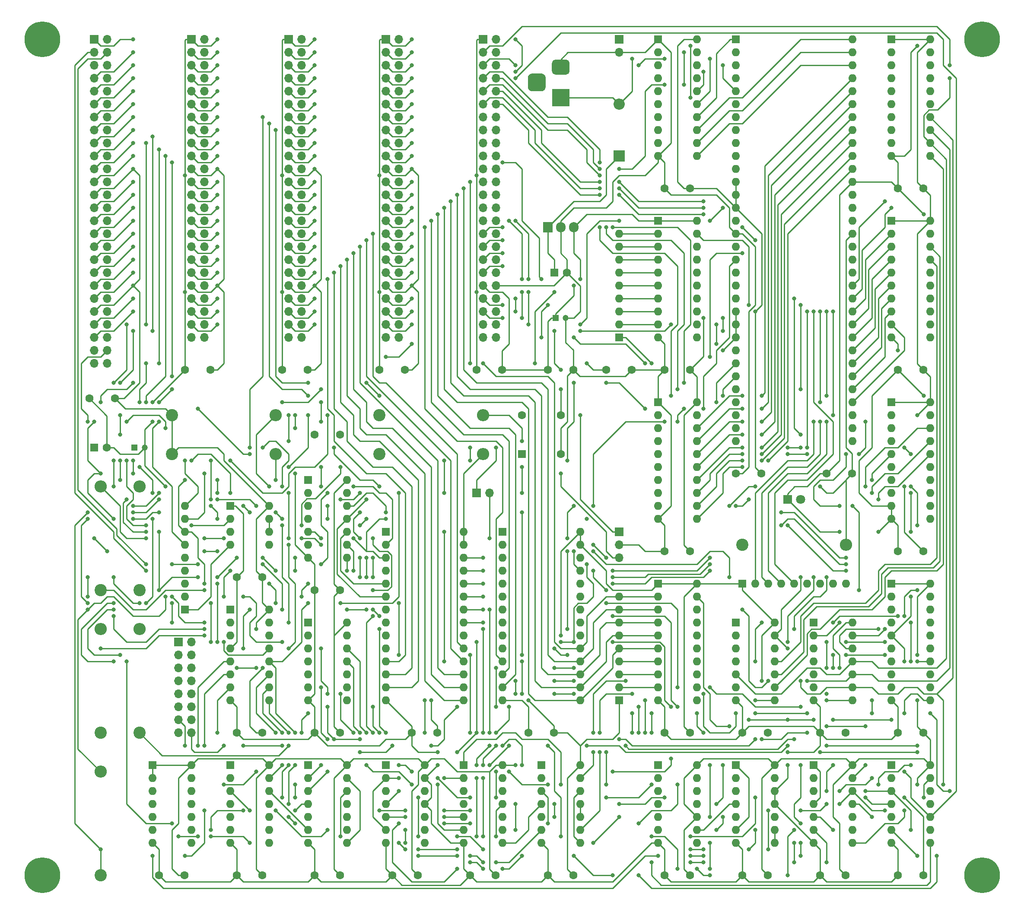
<source format=gbr>
G04 #@! TF.GenerationSoftware,KiCad,Pcbnew,5.1.6*
G04 #@! TF.CreationDate,2020-10-27T17:21:31+03:00*
G04 #@! TF.ProjectId,motherboard,6d6f7468-6572-4626-9f61-72642e6b6963,rev?*
G04 #@! TF.SameCoordinates,Original*
G04 #@! TF.FileFunction,Copper,L2,Bot*
G04 #@! TF.FilePolarity,Positive*
%FSLAX46Y46*%
G04 Gerber Fmt 4.6, Leading zero omitted, Abs format (unit mm)*
G04 Created by KiCad (PCBNEW 5.1.6) date 2020-10-27 17:21:31*
%MOMM*%
%LPD*%
G01*
G04 APERTURE LIST*
G04 #@! TA.AperFunction,ComponentPad*
%ADD10C,7.000000*%
G04 #@! TD*
G04 #@! TA.AperFunction,ComponentPad*
%ADD11R,1.600000X1.600000*%
G04 #@! TD*
G04 #@! TA.AperFunction,ComponentPad*
%ADD12O,1.600000X1.600000*%
G04 #@! TD*
G04 #@! TA.AperFunction,ComponentPad*
%ADD13C,1.600000*%
G04 #@! TD*
G04 #@! TA.AperFunction,ComponentPad*
%ADD14C,1.200000*%
G04 #@! TD*
G04 #@! TA.AperFunction,ComponentPad*
%ADD15R,1.200000X1.200000*%
G04 #@! TD*
G04 #@! TA.AperFunction,ComponentPad*
%ADD16O,1.700000X1.700000*%
G04 #@! TD*
G04 #@! TA.AperFunction,ComponentPad*
%ADD17R,1.700000X1.700000*%
G04 #@! TD*
G04 #@! TA.AperFunction,ComponentPad*
%ADD18R,1.905000X2.000000*%
G04 #@! TD*
G04 #@! TA.AperFunction,ComponentPad*
%ADD19O,1.905000X2.000000*%
G04 #@! TD*
G04 #@! TA.AperFunction,ComponentPad*
%ADD20O,2.400000X2.400000*%
G04 #@! TD*
G04 #@! TA.AperFunction,ComponentPad*
%ADD21C,2.400000*%
G04 #@! TD*
G04 #@! TA.AperFunction,ComponentPad*
%ADD22R,3.500000X3.500000*%
G04 #@! TD*
G04 #@! TA.AperFunction,ComponentPad*
%ADD23C,1.800000*%
G04 #@! TD*
G04 #@! TA.AperFunction,ComponentPad*
%ADD24R,1.800000X1.800000*%
G04 #@! TD*
G04 #@! TA.AperFunction,ComponentPad*
%ADD25O,2.200000X2.200000*%
G04 #@! TD*
G04 #@! TA.AperFunction,ComponentPad*
%ADD26R,2.200000X2.200000*%
G04 #@! TD*
G04 #@! TA.AperFunction,ViaPad*
%ADD27C,0.800000*%
G04 #@! TD*
G04 #@! TA.AperFunction,Conductor*
%ADD28C,0.250000*%
G04 #@! TD*
G04 APERTURE END LIST*
D10*
X21590000Y-21590000D03*
X21590000Y-185420000D03*
X205740000Y-185420000D03*
X205740000Y-21590000D03*
D11*
X172720000Y-135890000D03*
D12*
X180340000Y-151130000D03*
X172720000Y-138430000D03*
X180340000Y-148590000D03*
X172720000Y-140970000D03*
X180340000Y-146050000D03*
X172720000Y-143510000D03*
X180340000Y-143510000D03*
X172720000Y-146050000D03*
X180340000Y-140970000D03*
X172720000Y-148590000D03*
X180340000Y-138430000D03*
X172720000Y-151130000D03*
X180340000Y-135890000D03*
D11*
X88900000Y-163830000D03*
D12*
X96520000Y-179070000D03*
X88900000Y-166370000D03*
X96520000Y-176530000D03*
X88900000Y-168910000D03*
X96520000Y-173990000D03*
X88900000Y-171450000D03*
X96520000Y-171450000D03*
X88900000Y-173990000D03*
X96520000Y-168910000D03*
X88900000Y-176530000D03*
X96520000Y-166370000D03*
X88900000Y-179070000D03*
X96520000Y-163830000D03*
D11*
X104140000Y-163830000D03*
D12*
X111760000Y-179070000D03*
X104140000Y-166370000D03*
X111760000Y-176530000D03*
X104140000Y-168910000D03*
X111760000Y-173990000D03*
X104140000Y-171450000D03*
X111760000Y-171450000D03*
X104140000Y-173990000D03*
X111760000Y-168910000D03*
X104140000Y-176530000D03*
X111760000Y-166370000D03*
X104140000Y-179070000D03*
X111760000Y-163830000D03*
D11*
X58420000Y-133350000D03*
D12*
X66040000Y-151130000D03*
X58420000Y-135890000D03*
X66040000Y-148590000D03*
X58420000Y-138430000D03*
X66040000Y-146050000D03*
X58420000Y-140970000D03*
X66040000Y-143510000D03*
X58420000Y-143510000D03*
X66040000Y-140970000D03*
X58420000Y-146050000D03*
X66040000Y-138430000D03*
X58420000Y-148590000D03*
X66040000Y-135890000D03*
X58420000Y-151130000D03*
X66040000Y-133350000D03*
D11*
X157480000Y-21590000D03*
D12*
X180340000Y-100330000D03*
X157480000Y-24130000D03*
X180340000Y-97790000D03*
X157480000Y-26670000D03*
X180340000Y-95250000D03*
X157480000Y-29210000D03*
X180340000Y-92710000D03*
X157480000Y-31750000D03*
X180340000Y-90170000D03*
X157480000Y-34290000D03*
X180340000Y-87630000D03*
X157480000Y-36830000D03*
X180340000Y-85090000D03*
X157480000Y-39370000D03*
X180340000Y-82550000D03*
X157480000Y-41910000D03*
X180340000Y-80010000D03*
X157480000Y-44450000D03*
X180340000Y-77470000D03*
X157480000Y-46990000D03*
X180340000Y-74930000D03*
X157480000Y-49530000D03*
X180340000Y-72390000D03*
X157480000Y-52070000D03*
X180340000Y-69850000D03*
X157480000Y-54610000D03*
X180340000Y-67310000D03*
X157480000Y-57150000D03*
X180340000Y-64770000D03*
X157480000Y-59690000D03*
X180340000Y-62230000D03*
X157480000Y-62230000D03*
X180340000Y-59690000D03*
X157480000Y-64770000D03*
X180340000Y-57150000D03*
X157480000Y-67310000D03*
X180340000Y-54610000D03*
X157480000Y-69850000D03*
X180340000Y-52070000D03*
X157480000Y-72390000D03*
X180340000Y-49530000D03*
X157480000Y-74930000D03*
X180340000Y-46990000D03*
X157480000Y-77470000D03*
X180340000Y-44450000D03*
X157480000Y-80010000D03*
X180340000Y-41910000D03*
X157480000Y-82550000D03*
X180340000Y-39370000D03*
X157480000Y-85090000D03*
X180340000Y-36830000D03*
X157480000Y-87630000D03*
X180340000Y-34290000D03*
X157480000Y-90170000D03*
X180340000Y-31750000D03*
X157480000Y-92710000D03*
X180340000Y-29210000D03*
X157480000Y-95250000D03*
X180340000Y-26670000D03*
X157480000Y-97790000D03*
X180340000Y-24130000D03*
X157480000Y-100330000D03*
X180340000Y-21590000D03*
X127000000Y-118110000D03*
X111760000Y-151130000D03*
X127000000Y-120650000D03*
X111760000Y-148590000D03*
X127000000Y-123190000D03*
X111760000Y-146050000D03*
X127000000Y-125730000D03*
X111760000Y-143510000D03*
X127000000Y-128270000D03*
X111760000Y-140970000D03*
X127000000Y-130810000D03*
X111760000Y-138430000D03*
X127000000Y-133350000D03*
X111760000Y-135890000D03*
X127000000Y-135890000D03*
X111760000Y-133350000D03*
X127000000Y-138430000D03*
X111760000Y-130810000D03*
X127000000Y-140970000D03*
X111760000Y-128270000D03*
X127000000Y-143510000D03*
X111760000Y-125730000D03*
X127000000Y-146050000D03*
X111760000Y-123190000D03*
X127000000Y-148590000D03*
X111760000Y-120650000D03*
X127000000Y-151130000D03*
D11*
X111760000Y-118110000D03*
X73660000Y-135890000D03*
D12*
X81280000Y-151130000D03*
X73660000Y-138430000D03*
X81280000Y-148590000D03*
X73660000Y-140970000D03*
X81280000Y-146050000D03*
X73660000Y-143510000D03*
X81280000Y-143510000D03*
X73660000Y-146050000D03*
X81280000Y-140970000D03*
X73660000Y-148590000D03*
X81280000Y-138430000D03*
X73660000Y-151130000D03*
X81280000Y-135890000D03*
D11*
X142240000Y-92710000D03*
D12*
X149860000Y-115570000D03*
X142240000Y-95250000D03*
X149860000Y-113030000D03*
X142240000Y-97790000D03*
X149860000Y-110490000D03*
X142240000Y-100330000D03*
X149860000Y-107950000D03*
X142240000Y-102870000D03*
X149860000Y-105410000D03*
X142240000Y-105410000D03*
X149860000Y-102870000D03*
X142240000Y-107950000D03*
X149860000Y-100330000D03*
X142240000Y-110490000D03*
X149860000Y-97790000D03*
X142240000Y-113030000D03*
X149860000Y-95250000D03*
X142240000Y-115570000D03*
X149860000Y-92710000D03*
D11*
X187960000Y-57150000D03*
D12*
X195580000Y-80010000D03*
X187960000Y-59690000D03*
X195580000Y-77470000D03*
X187960000Y-62230000D03*
X195580000Y-74930000D03*
X187960000Y-64770000D03*
X195580000Y-72390000D03*
X187960000Y-67310000D03*
X195580000Y-69850000D03*
X187960000Y-69850000D03*
X195580000Y-67310000D03*
X187960000Y-72390000D03*
X195580000Y-64770000D03*
X187960000Y-74930000D03*
X195580000Y-62230000D03*
X187960000Y-77470000D03*
X195580000Y-59690000D03*
X187960000Y-80010000D03*
X195580000Y-57150000D03*
D11*
X73660000Y-107950000D03*
D12*
X81280000Y-123190000D03*
X73660000Y-110490000D03*
X81280000Y-120650000D03*
X73660000Y-113030000D03*
X81280000Y-118110000D03*
X73660000Y-115570000D03*
X81280000Y-115570000D03*
X73660000Y-118110000D03*
X81280000Y-113030000D03*
X73660000Y-120650000D03*
X81280000Y-110490000D03*
X73660000Y-123190000D03*
X81280000Y-107950000D03*
D11*
X157480000Y-135890000D03*
D12*
X165100000Y-151130000D03*
X157480000Y-138430000D03*
X165100000Y-148590000D03*
X157480000Y-140970000D03*
X165100000Y-146050000D03*
X157480000Y-143510000D03*
X165100000Y-143510000D03*
X157480000Y-146050000D03*
X165100000Y-140970000D03*
X157480000Y-148590000D03*
X165100000Y-138430000D03*
X157480000Y-151130000D03*
X165100000Y-135890000D03*
D11*
X142240000Y-21590000D03*
D12*
X149860000Y-44450000D03*
X142240000Y-24130000D03*
X149860000Y-41910000D03*
X142240000Y-26670000D03*
X149860000Y-39370000D03*
X142240000Y-29210000D03*
X149860000Y-36830000D03*
X142240000Y-31750000D03*
X149860000Y-34290000D03*
X142240000Y-34290000D03*
X149860000Y-31750000D03*
X142240000Y-36830000D03*
X149860000Y-29210000D03*
X142240000Y-39370000D03*
X149860000Y-26670000D03*
X142240000Y-41910000D03*
X149860000Y-24130000D03*
X142240000Y-44450000D03*
X149860000Y-21590000D03*
D11*
X187960000Y-92710000D03*
D12*
X195580000Y-115570000D03*
X187960000Y-95250000D03*
X195580000Y-113030000D03*
X187960000Y-97790000D03*
X195580000Y-110490000D03*
X187960000Y-100330000D03*
X195580000Y-107950000D03*
X187960000Y-102870000D03*
X195580000Y-105410000D03*
X187960000Y-105410000D03*
X195580000Y-102870000D03*
X187960000Y-107950000D03*
X195580000Y-100330000D03*
X187960000Y-110490000D03*
X195580000Y-97790000D03*
X187960000Y-113030000D03*
X195580000Y-95250000D03*
X187960000Y-115570000D03*
X195580000Y-92710000D03*
D13*
X34250000Y-101600000D03*
D11*
X31750000Y-101600000D03*
D14*
X41656000Y-101600000D03*
D15*
X39656000Y-101600000D03*
D12*
X50800000Y-163830000D03*
X43180000Y-179070000D03*
X50800000Y-166370000D03*
X43180000Y-176530000D03*
X50800000Y-168910000D03*
X43180000Y-173990000D03*
X50800000Y-171450000D03*
X43180000Y-171450000D03*
X50800000Y-173990000D03*
X43180000Y-168910000D03*
X50800000Y-176530000D03*
X43180000Y-166370000D03*
X50800000Y-179070000D03*
D11*
X43180000Y-163830000D03*
D16*
X50800000Y-157480000D03*
X48260000Y-157480000D03*
X50800000Y-154940000D03*
X48260000Y-154940000D03*
X50800000Y-152400000D03*
X48260000Y-152400000D03*
X50800000Y-149860000D03*
X48260000Y-149860000D03*
X50800000Y-147320000D03*
X48260000Y-147320000D03*
X50800000Y-144780000D03*
X48260000Y-144780000D03*
X50800000Y-142240000D03*
X48260000Y-142240000D03*
X50800000Y-139700000D03*
D17*
X48260000Y-139700000D03*
X107950000Y-21590000D03*
D16*
X110490000Y-21590000D03*
X107950000Y-24130000D03*
X110490000Y-24130000D03*
X107950000Y-26670000D03*
X110490000Y-26670000D03*
X107950000Y-29210000D03*
X110490000Y-29210000D03*
X107950000Y-31750000D03*
X110490000Y-31750000D03*
X107950000Y-34290000D03*
X110490000Y-34290000D03*
X107950000Y-36830000D03*
X110490000Y-36830000D03*
X107950000Y-39370000D03*
X110490000Y-39370000D03*
X107950000Y-41910000D03*
X110490000Y-41910000D03*
X107950000Y-44450000D03*
X110490000Y-44450000D03*
X107950000Y-46990000D03*
X110490000Y-46990000D03*
X107950000Y-49530000D03*
X110490000Y-49530000D03*
X107950000Y-52070000D03*
X110490000Y-52070000D03*
X107950000Y-54610000D03*
X110490000Y-54610000D03*
X107950000Y-57150000D03*
X110490000Y-57150000D03*
X107950000Y-59690000D03*
X110490000Y-59690000D03*
X107950000Y-62230000D03*
X110490000Y-62230000D03*
X107950000Y-64770000D03*
X110490000Y-64770000D03*
X107950000Y-67310000D03*
X110490000Y-67310000D03*
X107950000Y-69850000D03*
X110490000Y-69850000D03*
X107950000Y-72390000D03*
X110490000Y-72390000D03*
X107950000Y-74930000D03*
X110490000Y-74930000D03*
X107950000Y-77470000D03*
X110490000Y-77470000D03*
X107950000Y-80010000D03*
X110490000Y-80010000D03*
D11*
X115570000Y-102870000D03*
D13*
X115570000Y-95250000D03*
X123190000Y-95250000D03*
X123190000Y-102870000D03*
D18*
X120650000Y-58420000D03*
D19*
X123190000Y-58420000D03*
X125730000Y-58420000D03*
D12*
X66040000Y-113030000D03*
X58420000Y-120650000D03*
X66040000Y-115570000D03*
X58420000Y-118110000D03*
X66040000Y-118110000D03*
X58420000Y-115570000D03*
X66040000Y-120650000D03*
D11*
X58420000Y-113030000D03*
X142240000Y-128270000D03*
D12*
X149860000Y-151130000D03*
X142240000Y-130810000D03*
X149860000Y-148590000D03*
X142240000Y-133350000D03*
X149860000Y-146050000D03*
X142240000Y-135890000D03*
X149860000Y-143510000D03*
X142240000Y-138430000D03*
X149860000Y-140970000D03*
X142240000Y-140970000D03*
X149860000Y-138430000D03*
X142240000Y-143510000D03*
X149860000Y-135890000D03*
X142240000Y-146050000D03*
X149860000Y-133350000D03*
X142240000Y-148590000D03*
X149860000Y-130810000D03*
X142240000Y-151130000D03*
X149860000Y-128270000D03*
D11*
X187960000Y-128270000D03*
D12*
X195580000Y-151130000D03*
X187960000Y-130810000D03*
X195580000Y-148590000D03*
X187960000Y-133350000D03*
X195580000Y-146050000D03*
X187960000Y-135890000D03*
X195580000Y-143510000D03*
X187960000Y-138430000D03*
X195580000Y-140970000D03*
X187960000Y-140970000D03*
X195580000Y-138430000D03*
X187960000Y-143510000D03*
X195580000Y-135890000D03*
X187960000Y-146050000D03*
X195580000Y-133350000D03*
X187960000Y-148590000D03*
X195580000Y-130810000D03*
X187960000Y-151130000D03*
X195580000Y-128270000D03*
D11*
X142240000Y-57150000D03*
D12*
X149860000Y-80010000D03*
X142240000Y-59690000D03*
X149860000Y-77470000D03*
X142240000Y-62230000D03*
X149860000Y-74930000D03*
X142240000Y-64770000D03*
X149860000Y-72390000D03*
X142240000Y-67310000D03*
X149860000Y-69850000D03*
X142240000Y-69850000D03*
X149860000Y-67310000D03*
X142240000Y-72390000D03*
X149860000Y-64770000D03*
X142240000Y-74930000D03*
X149860000Y-62230000D03*
X142240000Y-77470000D03*
X149860000Y-59690000D03*
X142240000Y-80010000D03*
X149860000Y-57150000D03*
D11*
X187960000Y-21590000D03*
D12*
X195580000Y-44450000D03*
X187960000Y-24130000D03*
X195580000Y-41910000D03*
X187960000Y-26670000D03*
X195580000Y-39370000D03*
X187960000Y-29210000D03*
X195580000Y-36830000D03*
X187960000Y-31750000D03*
X195580000Y-34290000D03*
X187960000Y-34290000D03*
X195580000Y-31750000D03*
X187960000Y-36830000D03*
X195580000Y-29210000D03*
X187960000Y-39370000D03*
X195580000Y-26670000D03*
X187960000Y-41910000D03*
X195580000Y-24130000D03*
X187960000Y-44450000D03*
X195580000Y-21590000D03*
D11*
X73660000Y-163830000D03*
D12*
X81280000Y-179070000D03*
X73660000Y-166370000D03*
X81280000Y-176530000D03*
X73660000Y-168910000D03*
X81280000Y-173990000D03*
X73660000Y-171450000D03*
X81280000Y-171450000D03*
X73660000Y-173990000D03*
X81280000Y-168910000D03*
X73660000Y-176530000D03*
X81280000Y-166370000D03*
X73660000Y-179070000D03*
X81280000Y-163830000D03*
D11*
X58420000Y-163830000D03*
D12*
X66040000Y-179070000D03*
X58420000Y-166370000D03*
X66040000Y-176530000D03*
X58420000Y-168910000D03*
X66040000Y-173990000D03*
X58420000Y-171450000D03*
X66040000Y-171450000D03*
X58420000Y-173990000D03*
X66040000Y-168910000D03*
X58420000Y-176530000D03*
X66040000Y-166370000D03*
X58420000Y-179070000D03*
X66040000Y-163830000D03*
D11*
X187960000Y-163830000D03*
D12*
X195580000Y-179070000D03*
X187960000Y-166370000D03*
X195580000Y-176530000D03*
X187960000Y-168910000D03*
X195580000Y-173990000D03*
X187960000Y-171450000D03*
X195580000Y-171450000D03*
X187960000Y-173990000D03*
X195580000Y-168910000D03*
X187960000Y-176530000D03*
X195580000Y-166370000D03*
X187960000Y-179070000D03*
X195580000Y-163830000D03*
X104140000Y-118110000D03*
X88900000Y-151130000D03*
X104140000Y-120650000D03*
X88900000Y-148590000D03*
X104140000Y-123190000D03*
X88900000Y-146050000D03*
X104140000Y-125730000D03*
X88900000Y-143510000D03*
X104140000Y-128270000D03*
X88900000Y-140970000D03*
X104140000Y-130810000D03*
X88900000Y-138430000D03*
X104140000Y-133350000D03*
X88900000Y-135890000D03*
X104140000Y-135890000D03*
X88900000Y-133350000D03*
X104140000Y-138430000D03*
X88900000Y-130810000D03*
X104140000Y-140970000D03*
X88900000Y-128270000D03*
X104140000Y-143510000D03*
X88900000Y-125730000D03*
X104140000Y-146050000D03*
X88900000Y-123190000D03*
X104140000Y-148590000D03*
X88900000Y-120650000D03*
X104140000Y-151130000D03*
D11*
X88900000Y-118110000D03*
X142240000Y-163830000D03*
D12*
X149860000Y-179070000D03*
X142240000Y-166370000D03*
X149860000Y-176530000D03*
X142240000Y-168910000D03*
X149860000Y-173990000D03*
X142240000Y-171450000D03*
X149860000Y-171450000D03*
X142240000Y-173990000D03*
X149860000Y-168910000D03*
X142240000Y-176530000D03*
X149860000Y-166370000D03*
X142240000Y-179070000D03*
X149860000Y-163830000D03*
D11*
X172720000Y-163830000D03*
D12*
X180340000Y-179070000D03*
X172720000Y-166370000D03*
X180340000Y-176530000D03*
X172720000Y-168910000D03*
X180340000Y-173990000D03*
X172720000Y-171450000D03*
X180340000Y-171450000D03*
X172720000Y-173990000D03*
X180340000Y-168910000D03*
X172720000Y-176530000D03*
X180340000Y-166370000D03*
X172720000Y-179070000D03*
X180340000Y-163830000D03*
D11*
X119380000Y-163830000D03*
D12*
X127000000Y-179070000D03*
X119380000Y-166370000D03*
X127000000Y-176530000D03*
X119380000Y-168910000D03*
X127000000Y-173990000D03*
X119380000Y-171450000D03*
X127000000Y-171450000D03*
X119380000Y-173990000D03*
X127000000Y-168910000D03*
X119380000Y-176530000D03*
X127000000Y-166370000D03*
X119380000Y-179070000D03*
X127000000Y-163830000D03*
D11*
X157480000Y-163830000D03*
D12*
X165100000Y-179070000D03*
X157480000Y-166370000D03*
X165100000Y-176530000D03*
X157480000Y-168910000D03*
X165100000Y-173990000D03*
X157480000Y-171450000D03*
X165100000Y-171450000D03*
X157480000Y-173990000D03*
X165100000Y-168910000D03*
X157480000Y-176530000D03*
X165100000Y-166370000D03*
X157480000Y-179070000D03*
X165100000Y-163830000D03*
D11*
X158750000Y-128270000D03*
D12*
X161290000Y-128270000D03*
X163830000Y-128270000D03*
X166370000Y-128270000D03*
X168910000Y-128270000D03*
X171450000Y-128270000D03*
X173990000Y-128270000D03*
X176530000Y-128270000D03*
X179070000Y-128270000D03*
X134620000Y-130810000D03*
X134620000Y-133350000D03*
X134620000Y-135890000D03*
X134620000Y-138430000D03*
X134620000Y-140970000D03*
X134620000Y-143510000D03*
X134620000Y-146050000D03*
X134620000Y-148590000D03*
D11*
X134620000Y-151130000D03*
X49530000Y-133350000D03*
D12*
X49530000Y-130810000D03*
X49530000Y-128270000D03*
X49530000Y-125730000D03*
X49530000Y-123190000D03*
X49530000Y-120650000D03*
X49530000Y-118110000D03*
X49530000Y-115570000D03*
X49530000Y-113030000D03*
X134620000Y-59690000D03*
X134620000Y-62230000D03*
X134620000Y-64770000D03*
X134620000Y-67310000D03*
X134620000Y-69850000D03*
X134620000Y-72390000D03*
X134620000Y-74930000D03*
X134620000Y-77470000D03*
D11*
X134620000Y-80010000D03*
D20*
X179070000Y-120650000D03*
D21*
X158750000Y-120650000D03*
D20*
X67310000Y-102870000D03*
D21*
X46990000Y-102870000D03*
D20*
X107950000Y-102870000D03*
D21*
X87630000Y-102870000D03*
D20*
X107950000Y-95250000D03*
D21*
X87630000Y-95250000D03*
D20*
X67310000Y-95250000D03*
D21*
X46990000Y-95250000D03*
D20*
X40640000Y-137160000D03*
D21*
X40640000Y-157480000D03*
D20*
X33020000Y-137160000D03*
D21*
X33020000Y-157480000D03*
D20*
X40640000Y-109220000D03*
D21*
X40640000Y-129540000D03*
D20*
X33020000Y-109220000D03*
D21*
X33020000Y-129540000D03*
D20*
X33020000Y-165100000D03*
D21*
X33020000Y-185420000D03*
D16*
X109220000Y-110490000D03*
D17*
X106680000Y-110490000D03*
D16*
X134620000Y-24130000D03*
D17*
X134620000Y-21590000D03*
D22*
X123190000Y-33020000D03*
G04 #@! TA.AperFunction,ComponentPad*
G36*
G01*
X122190000Y-25520000D02*
X124190000Y-25520000D01*
G75*
G02*
X124940000Y-26270000I0J-750000D01*
G01*
X124940000Y-27770000D01*
G75*
G02*
X124190000Y-28520000I-750000J0D01*
G01*
X122190000Y-28520000D01*
G75*
G02*
X121440000Y-27770000I0J750000D01*
G01*
X121440000Y-26270000D01*
G75*
G02*
X122190000Y-25520000I750000J0D01*
G01*
G37*
G04 #@! TD.AperFunction*
G04 #@! TA.AperFunction,ComponentPad*
G36*
G01*
X117615000Y-28270000D02*
X119365000Y-28270000D01*
G75*
G02*
X120240000Y-29145000I0J-875000D01*
G01*
X120240000Y-30895000D01*
G75*
G02*
X119365000Y-31770000I-875000J0D01*
G01*
X117615000Y-31770000D01*
G75*
G02*
X116740000Y-30895000I0J875000D01*
G01*
X116740000Y-29145000D01*
G75*
G02*
X117615000Y-28270000I875000J0D01*
G01*
G37*
G04 #@! TD.AperFunction*
D16*
X134620000Y-123190000D03*
X134620000Y-120650000D03*
D17*
X134620000Y-118110000D03*
X88900000Y-21590000D03*
D16*
X91440000Y-21590000D03*
X88900000Y-24130000D03*
X91440000Y-24130000D03*
X88900000Y-26670000D03*
X91440000Y-26670000D03*
X88900000Y-29210000D03*
X91440000Y-29210000D03*
X88900000Y-31750000D03*
X91440000Y-31750000D03*
X88900000Y-34290000D03*
X91440000Y-34290000D03*
X88900000Y-36830000D03*
X91440000Y-36830000D03*
X88900000Y-39370000D03*
X91440000Y-39370000D03*
X88900000Y-41910000D03*
X91440000Y-41910000D03*
X88900000Y-44450000D03*
X91440000Y-44450000D03*
X88900000Y-46990000D03*
X91440000Y-46990000D03*
X88900000Y-49530000D03*
X91440000Y-49530000D03*
X88900000Y-52070000D03*
X91440000Y-52070000D03*
X88900000Y-54610000D03*
X91440000Y-54610000D03*
X88900000Y-57150000D03*
X91440000Y-57150000D03*
X88900000Y-59690000D03*
X91440000Y-59690000D03*
X88900000Y-62230000D03*
X91440000Y-62230000D03*
X88900000Y-64770000D03*
X91440000Y-64770000D03*
X88900000Y-67310000D03*
X91440000Y-67310000D03*
X88900000Y-69850000D03*
X91440000Y-69850000D03*
X88900000Y-72390000D03*
X91440000Y-72390000D03*
X88900000Y-74930000D03*
X91440000Y-74930000D03*
X88900000Y-77470000D03*
X91440000Y-77470000D03*
X88900000Y-80010000D03*
X91440000Y-80010000D03*
D17*
X69850000Y-21590000D03*
D16*
X72390000Y-21590000D03*
X69850000Y-24130000D03*
X72390000Y-24130000D03*
X69850000Y-26670000D03*
X72390000Y-26670000D03*
X69850000Y-29210000D03*
X72390000Y-29210000D03*
X69850000Y-31750000D03*
X72390000Y-31750000D03*
X69850000Y-34290000D03*
X72390000Y-34290000D03*
X69850000Y-36830000D03*
X72390000Y-36830000D03*
X69850000Y-39370000D03*
X72390000Y-39370000D03*
X69850000Y-41910000D03*
X72390000Y-41910000D03*
X69850000Y-44450000D03*
X72390000Y-44450000D03*
X69850000Y-46990000D03*
X72390000Y-46990000D03*
X69850000Y-49530000D03*
X72390000Y-49530000D03*
X69850000Y-52070000D03*
X72390000Y-52070000D03*
X69850000Y-54610000D03*
X72390000Y-54610000D03*
X69850000Y-57150000D03*
X72390000Y-57150000D03*
X69850000Y-59690000D03*
X72390000Y-59690000D03*
X69850000Y-62230000D03*
X72390000Y-62230000D03*
X69850000Y-64770000D03*
X72390000Y-64770000D03*
X69850000Y-67310000D03*
X72390000Y-67310000D03*
X69850000Y-69850000D03*
X72390000Y-69850000D03*
X69850000Y-72390000D03*
X72390000Y-72390000D03*
X69850000Y-74930000D03*
X72390000Y-74930000D03*
X69850000Y-77470000D03*
X72390000Y-77470000D03*
X69850000Y-80010000D03*
X72390000Y-80010000D03*
D17*
X50800000Y-21590000D03*
D16*
X53340000Y-21590000D03*
X50800000Y-24130000D03*
X53340000Y-24130000D03*
X50800000Y-26670000D03*
X53340000Y-26670000D03*
X50800000Y-29210000D03*
X53340000Y-29210000D03*
X50800000Y-31750000D03*
X53340000Y-31750000D03*
X50800000Y-34290000D03*
X53340000Y-34290000D03*
X50800000Y-36830000D03*
X53340000Y-36830000D03*
X50800000Y-39370000D03*
X53340000Y-39370000D03*
X50800000Y-41910000D03*
X53340000Y-41910000D03*
X50800000Y-44450000D03*
X53340000Y-44450000D03*
X50800000Y-46990000D03*
X53340000Y-46990000D03*
X50800000Y-49530000D03*
X53340000Y-49530000D03*
X50800000Y-52070000D03*
X53340000Y-52070000D03*
X50800000Y-54610000D03*
X53340000Y-54610000D03*
X50800000Y-57150000D03*
X53340000Y-57150000D03*
X50800000Y-59690000D03*
X53340000Y-59690000D03*
X50800000Y-62230000D03*
X53340000Y-62230000D03*
X50800000Y-64770000D03*
X53340000Y-64770000D03*
X50800000Y-67310000D03*
X53340000Y-67310000D03*
X50800000Y-69850000D03*
X53340000Y-69850000D03*
X50800000Y-72390000D03*
X53340000Y-72390000D03*
X50800000Y-74930000D03*
X53340000Y-74930000D03*
X50800000Y-77470000D03*
X53340000Y-77470000D03*
X50800000Y-80010000D03*
X53340000Y-80010000D03*
D17*
X31750000Y-21590000D03*
D16*
X34290000Y-21590000D03*
X31750000Y-24130000D03*
X34290000Y-24130000D03*
X31750000Y-26670000D03*
X34290000Y-26670000D03*
X31750000Y-29210000D03*
X34290000Y-29210000D03*
X31750000Y-31750000D03*
X34290000Y-31750000D03*
X31750000Y-34290000D03*
X34290000Y-34290000D03*
X31750000Y-36830000D03*
X34290000Y-36830000D03*
X31750000Y-39370000D03*
X34290000Y-39370000D03*
X31750000Y-41910000D03*
X34290000Y-41910000D03*
X31750000Y-44450000D03*
X34290000Y-44450000D03*
X31750000Y-46990000D03*
X34290000Y-46990000D03*
X31750000Y-49530000D03*
X34290000Y-49530000D03*
X31750000Y-52070000D03*
X34290000Y-52070000D03*
X31750000Y-54610000D03*
X34290000Y-54610000D03*
X31750000Y-57150000D03*
X34290000Y-57150000D03*
X31750000Y-59690000D03*
X34290000Y-59690000D03*
X31750000Y-62230000D03*
X34290000Y-62230000D03*
X31750000Y-64770000D03*
X34290000Y-64770000D03*
X31750000Y-67310000D03*
X34290000Y-67310000D03*
X31750000Y-69850000D03*
X34290000Y-69850000D03*
X31750000Y-72390000D03*
X34290000Y-72390000D03*
X31750000Y-74930000D03*
X34290000Y-74930000D03*
X31750000Y-77470000D03*
X34290000Y-77470000D03*
X31750000Y-80010000D03*
X34290000Y-80010000D03*
X31750000Y-82550000D03*
X34290000Y-82550000D03*
X31750000Y-85090000D03*
X34290000Y-85090000D03*
D23*
X170180000Y-111760000D03*
D24*
X167640000Y-111760000D03*
D25*
X134620000Y-34290000D03*
D26*
X134620000Y-44450000D03*
D14*
X124174000Y-76200000D03*
D15*
X122174000Y-76200000D03*
D13*
X125650000Y-86360000D03*
X120650000Y-86360000D03*
X137080000Y-86360000D03*
X132080000Y-86360000D03*
X124420000Y-67310000D03*
D11*
X121920000Y-67310000D03*
D13*
X79930000Y-99060000D03*
X74930000Y-99060000D03*
X121840000Y-157480000D03*
X116840000Y-157480000D03*
X125650000Y-185420000D03*
X120650000Y-185420000D03*
X79930000Y-157480000D03*
X74930000Y-157480000D03*
X49450000Y-185420000D03*
X44450000Y-185420000D03*
X148510000Y-185420000D03*
X143510000Y-185420000D03*
X95170000Y-185420000D03*
X90170000Y-185420000D03*
X163750000Y-185420000D03*
X158750000Y-185420000D03*
X79930000Y-185420000D03*
X74930000Y-185420000D03*
X178990000Y-157480000D03*
X173990000Y-157480000D03*
X73580000Y-86360000D03*
X68580000Y-86360000D03*
X148510000Y-86360000D03*
X143510000Y-86360000D03*
X194230000Y-157480000D03*
X189230000Y-157480000D03*
X111680000Y-86360000D03*
X106680000Y-86360000D03*
X194230000Y-86360000D03*
X189230000Y-86360000D03*
X64690000Y-127000000D03*
X59690000Y-127000000D03*
X92630000Y-86360000D03*
X87630000Y-86360000D03*
X64690000Y-157480000D03*
X59690000Y-157480000D03*
X194230000Y-185420000D03*
X189230000Y-185420000D03*
X35810000Y-91960000D03*
X30810000Y-91960000D03*
X64690000Y-185420000D03*
X59690000Y-185420000D03*
X178990000Y-185420000D03*
X173990000Y-185420000D03*
X194230000Y-50800000D03*
X189230000Y-50800000D03*
X98980000Y-157480000D03*
X93980000Y-157480000D03*
X79930000Y-129540000D03*
X74930000Y-129540000D03*
X163750000Y-157480000D03*
X158750000Y-157480000D03*
X194230000Y-121920000D03*
X189230000Y-121920000D03*
X54530000Y-86360000D03*
X49530000Y-86360000D03*
X148510000Y-50800000D03*
X143510000Y-50800000D03*
X148510000Y-157480000D03*
X143510000Y-157480000D03*
X110410000Y-185420000D03*
X105410000Y-185420000D03*
X148510000Y-121920000D03*
X143510000Y-121920000D03*
X180260000Y-106680000D03*
X175260000Y-106680000D03*
X162480000Y-106680000D03*
X157480000Y-106680000D03*
D27*
X39370000Y-46990000D03*
X39370000Y-69850000D03*
X55880000Y-46990000D03*
X55880000Y-69850000D03*
X74930000Y-46990000D03*
X74930000Y-69850000D03*
X93980000Y-46990000D03*
X93980000Y-69850000D03*
X140970000Y-85090000D03*
X125730000Y-69850000D03*
X127000000Y-68580000D03*
X100330000Y-118110000D03*
X100330000Y-143510000D03*
X162560000Y-147320000D03*
X190500000Y-109220000D03*
X193040000Y-95250000D03*
X154940000Y-82550000D03*
X193040000Y-151130000D03*
X190500000Y-170180000D03*
X193040000Y-167640000D03*
X64770000Y-144780000D03*
X97790000Y-151130000D03*
X116840000Y-151130000D03*
X63500000Y-137160000D03*
X151130000Y-76200000D03*
X193040000Y-142240000D03*
X114300000Y-163830000D03*
X123190000Y-138430000D03*
X173990000Y-109220000D03*
X177800000Y-144780000D03*
X161290000Y-74930000D03*
X39370000Y-21590000D03*
X55880000Y-21590000D03*
X74930000Y-21590000D03*
X93980000Y-21590000D03*
X106680000Y-71120000D03*
X87630000Y-71120000D03*
X68580000Y-71120000D03*
X49530000Y-71120000D03*
X49530000Y-48260000D03*
X68580000Y-48260000D03*
X87630000Y-48260000D03*
X106680000Y-48260000D03*
X43180000Y-96520000D03*
X191770000Y-130810000D03*
X99060000Y-163830000D03*
X99060000Y-161290000D03*
X167640000Y-163830000D03*
X167640000Y-161290000D03*
X194310000Y-91440000D03*
X194310000Y-55880000D03*
X71120000Y-106680000D03*
X189230000Y-82550000D03*
X190500000Y-143510000D03*
X177800000Y-118110000D03*
X185420000Y-118110000D03*
X45720000Y-109220000D03*
X43180000Y-92710000D03*
X193040000Y-22860000D03*
X66040000Y-109220000D03*
X50800000Y-116840000D03*
X41910000Y-116840000D03*
X38100000Y-104140000D03*
X76200000Y-105410000D03*
X76200000Y-109220000D03*
X77470000Y-110490000D03*
X76200000Y-124460000D03*
X128270000Y-85090000D03*
X118110000Y-85090000D03*
X121920000Y-71120000D03*
X67310000Y-107950000D03*
X38100000Y-96520000D03*
X45720000Y-97790000D03*
X52070000Y-93980000D03*
X62230000Y-102870000D03*
X137160000Y-25400000D03*
X156210000Y-113030000D03*
X161290000Y-109220000D03*
X30480000Y-133350000D03*
X45720000Y-130810000D03*
X44450000Y-129540000D03*
X44450000Y-118110000D03*
X41910000Y-118110000D03*
X38100000Y-111760000D03*
X39370000Y-106680000D03*
X39370000Y-104140000D03*
X41910000Y-85090000D03*
X40640000Y-92710000D03*
X59690000Y-123190000D03*
X55880000Y-127000000D03*
X52070000Y-127000000D03*
X124460000Y-104140000D03*
X125730000Y-88900000D03*
X123190000Y-86360000D03*
X121920000Y-78740000D03*
X114300000Y-74930000D03*
X114300000Y-72390000D03*
X109220000Y-119380000D03*
X124460000Y-121920000D03*
X110490000Y-157480000D03*
X111760000Y-160020000D03*
X127000000Y-78740000D03*
X144780000Y-77470000D03*
X152400000Y-57150000D03*
X154940000Y-54610000D03*
X124460000Y-137160000D03*
X113030000Y-152400000D03*
X115570000Y-163830000D03*
X55880000Y-72390000D03*
X74930000Y-72390000D03*
X93980000Y-72390000D03*
X39370000Y-72390000D03*
X139700000Y-93980000D03*
X132080000Y-88900000D03*
X111760000Y-73660000D03*
X127000000Y-77470000D03*
X134620000Y-57150000D03*
X134620000Y-46990000D03*
X143510000Y-30480000D03*
X158750000Y-133350000D03*
X163830000Y-147320000D03*
X167640000Y-154940000D03*
X172720000Y-154940000D03*
X176530000Y-154940000D03*
X187960000Y-154940000D03*
X193040000Y-143510000D03*
X160020000Y-154940000D03*
X154940000Y-163830000D03*
X153670000Y-171450000D03*
X143510000Y-170180000D03*
X134620000Y-171450000D03*
X123190000Y-167640000D03*
X191770000Y-163830000D03*
X185420000Y-167640000D03*
X182880000Y-170180000D03*
X195580000Y-153670000D03*
X199390000Y-168910000D03*
X114300000Y-27940000D03*
X113030000Y-57150000D03*
X115570000Y-68580000D03*
X115570000Y-71120000D03*
X115570000Y-76200000D03*
X114300000Y-21590000D03*
X39370000Y-74930000D03*
X55880000Y-74930000D03*
X74930000Y-74930000D03*
X93980000Y-74930000D03*
X190500000Y-165100000D03*
X176530000Y-176530000D03*
X114300000Y-29210000D03*
X111760000Y-76200000D03*
X116840000Y-77470000D03*
X116840000Y-71120000D03*
X116840000Y-68580000D03*
X114300000Y-57150000D03*
X33020000Y-180340000D03*
X30480000Y-114300000D03*
X30480000Y-96520000D03*
X77470000Y-68580000D03*
X39370000Y-67310000D03*
X55880000Y-67310000D03*
X74930000Y-67310000D03*
X93980000Y-67310000D03*
X78740000Y-67310000D03*
X111760000Y-66040000D03*
X80010000Y-66040000D03*
X39370000Y-64770000D03*
X55880000Y-64770000D03*
X74930000Y-64770000D03*
X93980000Y-64770000D03*
X81280000Y-64770000D03*
X111760000Y-63500000D03*
X82550000Y-63500000D03*
X39370000Y-62230000D03*
X55880000Y-62230000D03*
X74930000Y-62230000D03*
X93980000Y-62230000D03*
X83820000Y-62230000D03*
X111760000Y-60960000D03*
X85090000Y-60960000D03*
X39370000Y-59690000D03*
X55880000Y-59690000D03*
X74930000Y-59690000D03*
X93980000Y-59690000D03*
X86360000Y-59690000D03*
X111760000Y-58420000D03*
X96520000Y-58420000D03*
X115570000Y-149860000D03*
X115570000Y-143510000D03*
X125730000Y-149860000D03*
X121920000Y-149860000D03*
X39370000Y-57150000D03*
X55880000Y-57150000D03*
X74930000Y-57150000D03*
X93980000Y-57150000D03*
X97790000Y-57150000D03*
X114300000Y-149860000D03*
X114300000Y-147320000D03*
X125730000Y-147320000D03*
X121920000Y-147320000D03*
X99060000Y-55880000D03*
X125730000Y-144780000D03*
X121920000Y-144780000D03*
X39370000Y-54610000D03*
X55880000Y-54610000D03*
X74930000Y-54610000D03*
X93980000Y-54610000D03*
X100330000Y-54610000D03*
X101600000Y-53340000D03*
X39370000Y-52070000D03*
X55880000Y-52070000D03*
X74930000Y-52070000D03*
X93980000Y-52070000D03*
X102870000Y-52070000D03*
X104140000Y-50800000D03*
X39370000Y-49530000D03*
X55880000Y-49530000D03*
X74930000Y-49530000D03*
X93980000Y-49530000D03*
X105410000Y-49530000D03*
X107950000Y-85090000D03*
X105410000Y-85090000D03*
X39370000Y-44450000D03*
X55880000Y-44450000D03*
X74930000Y-44450000D03*
X93980000Y-44450000D03*
X105410000Y-142240000D03*
X105410000Y-157480000D03*
X193040000Y-160020000D03*
X175260000Y-160020000D03*
X168910000Y-158750000D03*
X135890000Y-160020000D03*
X41910000Y-132080000D03*
X43180000Y-115570000D03*
X43180000Y-110490000D03*
X40640000Y-105410000D03*
X45720000Y-44450000D03*
X41910000Y-92710000D03*
X106680000Y-139700000D03*
X106680000Y-157480000D03*
X193040000Y-161290000D03*
X173990000Y-161290000D03*
X167640000Y-160020000D03*
X128270000Y-160020000D03*
X102870000Y-161290000D03*
X36830000Y-142240000D03*
X35560000Y-133350000D03*
X36830000Y-107950000D03*
X36830000Y-99060000D03*
X36830000Y-95250000D03*
X44450000Y-85090000D03*
X44450000Y-43180000D03*
X36830000Y-104140000D03*
X55880000Y-41910000D03*
X74930000Y-41910000D03*
X93980000Y-41910000D03*
X168910000Y-179070000D03*
X168910000Y-182880000D03*
X151130000Y-182880000D03*
X148590000Y-182880000D03*
X30480000Y-132080000D03*
X30480000Y-115570000D03*
X35560000Y-88900000D03*
X38100000Y-77470000D03*
X41910000Y-77470000D03*
X39370000Y-41910000D03*
X41910000Y-41910000D03*
X106680000Y-177800000D03*
X106680000Y-163830000D03*
X109220000Y-160020000D03*
X107950000Y-157480000D03*
X107950000Y-137160000D03*
X106680000Y-166370000D03*
X109220000Y-133350000D03*
X109220000Y-157480000D03*
X110490000Y-160020000D03*
X107950000Y-163830000D03*
X170180000Y-179070000D03*
X170180000Y-181610000D03*
X151130000Y-181610000D03*
X148590000Y-181610000D03*
X107950000Y-180340000D03*
X102870000Y-177800000D03*
X107950000Y-177800000D03*
X35560000Y-143510000D03*
X36830000Y-88900000D03*
X39370000Y-78740000D03*
X43180000Y-78740000D03*
X43180000Y-40640000D03*
X35560000Y-132080000D03*
X34290000Y-121920000D03*
X31750000Y-119380000D03*
X107950000Y-166370000D03*
X39370000Y-39370000D03*
X55880000Y-39370000D03*
X74930000Y-39370000D03*
X93980000Y-39370000D03*
X185420000Y-111760000D03*
X152400000Y-125730000D03*
X85090000Y-111760000D03*
X87630000Y-109220000D03*
X67310000Y-39370000D03*
X78740000Y-101600000D03*
X76200000Y-96520000D03*
X76200000Y-92710000D03*
X73660000Y-88900000D03*
X133350000Y-128270000D03*
X184150000Y-110490000D03*
X152400000Y-124460000D03*
X69850000Y-105410000D03*
X66040000Y-38100000D03*
X73660000Y-95250000D03*
X73660000Y-91440000D03*
X133350000Y-127000000D03*
X39370000Y-36830000D03*
X55880000Y-36830000D03*
X74930000Y-36830000D03*
X93980000Y-36830000D03*
X82550000Y-125730000D03*
X182880000Y-109220000D03*
X152400000Y-123190000D03*
X76200000Y-120650000D03*
X72390000Y-119380000D03*
X69850000Y-119380000D03*
X69850000Y-110490000D03*
X68580000Y-109220000D03*
X64770000Y-101600000D03*
X62230000Y-101600000D03*
X64770000Y-36830000D03*
X133350000Y-125730000D03*
X76200000Y-119380000D03*
X82550000Y-119380000D03*
X88900000Y-115570000D03*
X130810000Y-58420000D03*
X130810000Y-52070000D03*
X144780000Y-91440000D03*
X39370000Y-34290000D03*
X55880000Y-34290000D03*
X74930000Y-34290000D03*
X93980000Y-34290000D03*
X132080000Y-58420000D03*
X130810000Y-50800000D03*
X146050000Y-90170000D03*
X107950000Y-125730000D03*
X125730000Y-113030000D03*
X124460000Y-119380000D03*
X125730000Y-121920000D03*
X86360000Y-123190000D03*
X86360000Y-127000000D03*
X133350000Y-58420000D03*
X130810000Y-49530000D03*
X147320000Y-88900000D03*
X107950000Y-128270000D03*
X39370000Y-31750000D03*
X55880000Y-31750000D03*
X74930000Y-31750000D03*
X93980000Y-31750000D03*
X83820000Y-127000000D03*
X83820000Y-123190000D03*
X83820000Y-119380000D03*
X83820000Y-114300000D03*
X153670000Y-81280000D03*
X153670000Y-77470000D03*
X151130000Y-55880000D03*
X134620000Y-52070000D03*
X130810000Y-48260000D03*
X107950000Y-135890000D03*
X86360000Y-133350000D03*
X87630000Y-134620000D03*
X85090000Y-127000000D03*
X85090000Y-123190000D03*
X77470000Y-115570000D03*
X77470000Y-113030000D03*
X80010000Y-111760000D03*
X83820000Y-110490000D03*
X154940000Y-78740000D03*
X154940000Y-76200000D03*
X151130000Y-54610000D03*
X134620000Y-50800000D03*
X130810000Y-46990000D03*
X107950000Y-130810000D03*
X39370000Y-29210000D03*
X55880000Y-29210000D03*
X74930000Y-29210000D03*
X93980000Y-29210000D03*
X82550000Y-109220000D03*
X151130000Y-53340000D03*
X134620000Y-49530000D03*
X130810000Y-45720000D03*
X107950000Y-123190000D03*
X156210000Y-127000000D03*
X162560000Y-135890000D03*
X161290000Y-143510000D03*
X129540000Y-121920000D03*
X148590000Y-33020000D03*
X148590000Y-22860000D03*
X39370000Y-26670000D03*
X55880000Y-26670000D03*
X74930000Y-26670000D03*
X93980000Y-26670000D03*
X129540000Y-120650000D03*
X133350000Y-134620000D03*
X146050000Y-152400000D03*
X151130000Y-149860000D03*
X132080000Y-123190000D03*
X147320000Y-30480000D03*
X147320000Y-24130000D03*
X143510000Y-25400000D03*
X138430000Y-26670000D03*
X114300000Y-26670000D03*
X157480000Y-153670000D03*
X39370000Y-24130000D03*
X55880000Y-24130000D03*
X74930000Y-24130000D03*
X93980000Y-24130000D03*
X199390000Y-29210000D03*
X199390000Y-26670000D03*
X171450000Y-147320000D03*
X55880000Y-77470000D03*
X74930000Y-77470000D03*
X93980000Y-77470000D03*
X30480000Y-127000000D03*
X30480000Y-130810000D03*
X198120000Y-167640000D03*
X170180000Y-147320000D03*
X167640000Y-140970000D03*
X170180000Y-127000000D03*
X60960000Y-140970000D03*
X62230000Y-133350000D03*
X41910000Y-124460000D03*
X172720000Y-127000000D03*
X167640000Y-139700000D03*
X59690000Y-144780000D03*
X63500000Y-144780000D03*
X41910000Y-125730000D03*
X46990000Y-130810000D03*
X53340000Y-135890000D03*
X175260000Y-127000000D03*
X168910000Y-137160000D03*
X53340000Y-137160000D03*
X35560000Y-134620000D03*
X44450000Y-96520000D03*
X46990000Y-90170000D03*
X54610000Y-132080000D03*
X71120000Y-172720000D03*
X54610000Y-139700000D03*
X44450000Y-92710000D03*
X68580000Y-133350000D03*
X64770000Y-124460000D03*
X57150000Y-119380000D03*
X53340000Y-119380000D03*
X41910000Y-119380000D03*
X35560000Y-109220000D03*
X53340000Y-129540000D03*
X35560000Y-104140000D03*
X49530000Y-107950000D03*
X69850000Y-100330000D03*
X69850000Y-95250000D03*
X53340000Y-128270000D03*
X55880000Y-128270000D03*
X60960000Y-160020000D03*
X68580000Y-160020000D03*
X55880000Y-139700000D03*
X71120000Y-170180000D03*
X71120000Y-167640000D03*
X69850000Y-135890000D03*
X68580000Y-116840000D03*
X62230000Y-114300000D03*
X60960000Y-113030000D03*
X58420000Y-110490000D03*
X50800000Y-104140000D03*
X71120000Y-97790000D03*
X71120000Y-95250000D03*
X53340000Y-106680000D03*
X39370000Y-113030000D03*
X44450000Y-110490000D03*
X67310000Y-132080000D03*
X66040000Y-128270000D03*
X55880000Y-110490000D03*
X55880000Y-107950000D03*
X39370000Y-114300000D03*
X44450000Y-111760000D03*
X54610000Y-111760000D03*
X54610000Y-104140000D03*
X87630000Y-91440000D03*
X85090000Y-88900000D03*
X58420000Y-104140000D03*
X77470000Y-95250000D03*
X57150000Y-139700000D03*
X53340000Y-138430000D03*
X33020000Y-140970000D03*
X100330000Y-173990000D03*
X92710000Y-172720000D03*
X87630000Y-172720000D03*
X63500000Y-165100000D03*
X57150000Y-167640000D03*
X57150000Y-160020000D03*
X49530000Y-104140000D03*
X68580000Y-92710000D03*
X76200000Y-90170000D03*
X88900000Y-83820000D03*
X93980000Y-81280000D03*
X54610000Y-113030000D03*
X55880000Y-115570000D03*
X39370000Y-115570000D03*
X44450000Y-114300000D03*
X55880000Y-111760000D03*
X63500000Y-113030000D03*
X67310000Y-114300000D03*
X68580000Y-115570000D03*
X72390000Y-116840000D03*
X80010000Y-105410000D03*
X69850000Y-140970000D03*
X69850000Y-120650000D03*
X69850000Y-160020000D03*
X71120000Y-157480000D03*
X73660000Y-132080000D03*
X91440000Y-110490000D03*
X100330000Y-110490000D03*
X100330000Y-104140000D03*
X105410000Y-104140000D03*
X105410000Y-101600000D03*
X80010000Y-132080000D03*
X129540000Y-161290000D03*
X129540000Y-157480000D03*
X135890000Y-147320000D03*
X115570000Y-105410000D03*
X115570000Y-110490000D03*
X123190000Y-106680000D03*
X130810000Y-161290000D03*
X130810000Y-157480000D03*
X137160000Y-149860000D03*
X132080000Y-132080000D03*
X132080000Y-129540000D03*
X115570000Y-100330000D03*
X127000000Y-95250000D03*
X146050000Y-148590000D03*
X129540000Y-125730000D03*
X110490000Y-101600000D03*
X123190000Y-90170000D03*
X151130000Y-93980000D03*
X147320000Y-93980000D03*
X146050000Y-96520000D03*
X143510000Y-96520000D03*
X129540000Y-113030000D03*
X128270000Y-115570000D03*
X128270000Y-124460000D03*
X125730000Y-139700000D03*
X123190000Y-139700000D03*
X110490000Y-144780000D03*
X110490000Y-152400000D03*
X102870000Y-152400000D03*
X97790000Y-160020000D03*
X91440000Y-168910000D03*
X90170000Y-160020000D03*
X83820000Y-161290000D03*
X83820000Y-158750000D03*
X78740000Y-158750000D03*
X77470000Y-152400000D03*
X68580000Y-139700000D03*
X60960000Y-130810000D03*
X57150000Y-130810000D03*
X58420000Y-125730000D03*
X55880000Y-121920000D03*
X53340000Y-121920000D03*
X52070000Y-124460000D03*
X46990000Y-124460000D03*
X158750000Y-58420000D03*
X161290000Y-60960000D03*
X170180000Y-73660000D03*
X170180000Y-90170000D03*
X190500000Y-101600000D03*
X191770000Y-102870000D03*
X191770000Y-109220000D03*
X193040000Y-116840000D03*
X189230000Y-134620000D03*
X175260000Y-149860000D03*
X170180000Y-152400000D03*
X152400000Y-148590000D03*
X149860000Y-153670000D03*
X151130000Y-157480000D03*
X144780000Y-162560000D03*
X133350000Y-165100000D03*
X110490000Y-170180000D03*
X110490000Y-165100000D03*
X105410000Y-170180000D03*
X99060000Y-166370000D03*
X93980000Y-165100000D03*
X91440000Y-163830000D03*
X91440000Y-166370000D03*
X175260000Y-139700000D03*
X176530000Y-135890000D03*
X175260000Y-144780000D03*
X62230000Y-179070000D03*
X54610000Y-177800000D03*
X52070000Y-177800000D03*
X48260000Y-177800000D03*
X46990000Y-135890000D03*
X46990000Y-132080000D03*
X172720000Y-74930000D03*
X173990000Y-74930000D03*
X173990000Y-92710000D03*
X175260000Y-96520000D03*
X175260000Y-74930000D03*
X175260000Y-91440000D03*
X173990000Y-96520000D03*
X176530000Y-74930000D03*
X176530000Y-95250000D03*
X172720000Y-96520000D03*
X184150000Y-107950000D03*
X167640000Y-102870000D03*
X171450000Y-102870000D03*
X167640000Y-101600000D03*
X170180000Y-101600000D03*
X158750000Y-91440000D03*
X162560000Y-91440000D03*
X158750000Y-93980000D03*
X162560000Y-93980000D03*
X179070000Y-125730000D03*
X167640000Y-116840000D03*
X158750000Y-96520000D03*
X162560000Y-96520000D03*
X154940000Y-91440000D03*
X166370000Y-116840000D03*
X179070000Y-124460000D03*
X158750000Y-99060000D03*
X162560000Y-99060000D03*
X153670000Y-92710000D03*
X157480000Y-113030000D03*
X160020000Y-111760000D03*
X166370000Y-114300000D03*
X179070000Y-123190000D03*
X158750000Y-101600000D03*
X162560000Y-101600000D03*
X139700000Y-85090000D03*
X125730000Y-80010000D03*
X119380000Y-80010000D03*
X120650000Y-73660000D03*
X119380000Y-68580000D03*
X111760000Y-45720000D03*
X46990000Y-45720000D03*
X46990000Y-87630000D03*
X39370000Y-88900000D03*
X33020000Y-92710000D03*
X31750000Y-96520000D03*
X33020000Y-106680000D03*
X35560000Y-115570000D03*
X35560000Y-127000000D03*
X40640000Y-132080000D03*
X38100000Y-143510000D03*
X46990000Y-175260000D03*
X54610000Y-176530000D03*
X60960000Y-172720000D03*
X158750000Y-102870000D03*
X162560000Y-102870000D03*
X158750000Y-104140000D03*
X162560000Y-104140000D03*
X158750000Y-105410000D03*
X163830000Y-104140000D03*
X171450000Y-153670000D03*
X161290000Y-153670000D03*
X161290000Y-158750000D03*
X134620000Y-158750000D03*
X132080000Y-161290000D03*
X132080000Y-167640000D03*
X114300000Y-171450000D03*
X114300000Y-176530000D03*
X134620000Y-173990000D03*
X129540000Y-179070000D03*
X168910000Y-72390000D03*
X170180000Y-99060000D03*
X182880000Y-96520000D03*
X181610000Y-102870000D03*
X179070000Y-102870000D03*
X177800000Y-113030000D03*
X180340000Y-113030000D03*
X181610000Y-129540000D03*
X176530000Y-142240000D03*
X176530000Y-144780000D03*
X185420000Y-137160000D03*
X186690000Y-53340000D03*
X187960000Y-54610000D03*
X158750000Y-63500000D03*
X152400000Y-83820000D03*
X85090000Y-115570000D03*
X83820000Y-116840000D03*
X86360000Y-119380000D03*
X86360000Y-129540000D03*
X86360000Y-134620000D03*
X86360000Y-157480000D03*
X77470000Y-165100000D03*
X154940000Y-26670000D03*
X151130000Y-27940000D03*
X152400000Y-25400000D03*
X182880000Y-168910000D03*
X191770000Y-176530000D03*
X175260000Y-151130000D03*
X184150000Y-173990000D03*
X95250000Y-181610000D03*
X102870000Y-181610000D03*
X105410000Y-181610000D03*
X107950000Y-182880000D03*
X110490000Y-182880000D03*
X133350000Y-139700000D03*
X144780000Y-152400000D03*
X140970000Y-153670000D03*
X140970000Y-157480000D03*
X140970000Y-167640000D03*
X132080000Y-170180000D03*
X121920000Y-171450000D03*
X121920000Y-173990000D03*
X92710000Y-173990000D03*
X105410000Y-175260000D03*
X100330000Y-175260000D03*
X87630000Y-137160000D03*
X88900000Y-157480000D03*
X91440000Y-175260000D03*
X102870000Y-184150000D03*
X105410000Y-182880000D03*
X107950000Y-184150000D03*
X111760000Y-184150000D03*
X115570000Y-181610000D03*
X52070000Y-160020000D03*
X91440000Y-179070000D03*
X92710000Y-180340000D03*
X95250000Y-180340000D03*
X102870000Y-180340000D03*
X120650000Y-175260000D03*
X138430000Y-175260000D03*
X146050000Y-167640000D03*
X162560000Y-158750000D03*
X171450000Y-157480000D03*
X182880000Y-163830000D03*
X175260000Y-156210000D03*
X182880000Y-156210000D03*
X175260000Y-182880000D03*
X152400000Y-184150000D03*
X152400000Y-179070000D03*
X153670000Y-176530000D03*
X154940000Y-173990000D03*
X152400000Y-173990000D03*
X152400000Y-163830000D03*
X156210000Y-156210000D03*
X186690000Y-172720000D03*
X53340000Y-160020000D03*
X53340000Y-172720000D03*
X49530000Y-181610000D03*
X43180000Y-181610000D03*
X142240000Y-181610000D03*
X148590000Y-180340000D03*
X151130000Y-180340000D03*
X160020000Y-180340000D03*
X161290000Y-176530000D03*
X170180000Y-172720000D03*
X175260000Y-171450000D03*
X177800000Y-171450000D03*
X107950000Y-133350000D03*
X163830000Y-172720000D03*
X163830000Y-180340000D03*
X120650000Y-167640000D03*
X113030000Y-165100000D03*
X91440000Y-132080000D03*
X91440000Y-142240000D03*
X96520000Y-151130000D03*
X96520000Y-157480000D03*
X100330000Y-166370000D03*
X171450000Y-74930000D03*
X171450000Y-101600000D03*
X191770000Y-110490000D03*
X191770000Y-118110000D03*
X193040000Y-129540000D03*
X190500000Y-134620000D03*
X191770000Y-135890000D03*
X191770000Y-143510000D03*
X176530000Y-163830000D03*
X175260000Y-168910000D03*
X184150000Y-151130000D03*
X184150000Y-153670000D03*
X160020000Y-73660000D03*
X85090000Y-157480000D03*
X85090000Y-163830000D03*
X99060000Y-167640000D03*
X93980000Y-167640000D03*
X92710000Y-179070000D03*
X100330000Y-172720000D03*
X105410000Y-172720000D03*
X92710000Y-176530000D03*
X95250000Y-177800000D03*
X95250000Y-170180000D03*
X110490000Y-177800000D03*
X140970000Y-182880000D03*
X123190000Y-177800000D03*
X140970000Y-177800000D03*
X146050000Y-184150000D03*
X149860000Y-184150000D03*
X152400000Y-185420000D03*
X167640000Y-185420000D03*
X168910000Y-176530000D03*
X170180000Y-175260000D03*
X170180000Y-163830000D03*
X190500000Y-153670000D03*
X113030000Y-160020000D03*
X120650000Y-160020000D03*
X109220000Y-163830000D03*
X193040000Y-181610000D03*
X196850000Y-181610000D03*
X138430000Y-185420000D03*
X133350000Y-185420000D03*
X125730000Y-181610000D03*
X186690000Y-137160000D03*
X186690000Y-139700000D03*
X179070000Y-139700000D03*
X177800000Y-135890000D03*
X186690000Y-142240000D03*
X179070000Y-142240000D03*
X68580000Y-170180000D03*
X69850000Y-163830000D03*
X76200000Y-148590000D03*
X77470000Y-158750000D03*
X55880000Y-157480000D03*
X69850000Y-157480000D03*
X71120000Y-175260000D03*
X69850000Y-173990000D03*
X69850000Y-171450000D03*
X71120000Y-163830000D03*
X82550000Y-157480000D03*
X80010000Y-149860000D03*
X77470000Y-149860000D03*
X76200000Y-140970000D03*
X68580000Y-157480000D03*
X68580000Y-163830000D03*
X72390000Y-157480000D03*
X73660000Y-153670000D03*
X67310000Y-157480000D03*
X64770000Y-123190000D03*
X67310000Y-125730000D03*
X72390000Y-130810000D03*
X73660000Y-128270000D03*
X86360000Y-152400000D03*
X87630000Y-157480000D03*
X49530000Y-160020000D03*
X190500000Y-172720000D03*
X194310000Y-170180000D03*
X139700000Y-157480000D03*
X139700000Y-151130000D03*
X88900000Y-114300000D03*
X115570000Y-114300000D03*
X124460000Y-142240000D03*
X115570000Y-142240000D03*
X121920000Y-140970000D03*
X138430000Y-157480000D03*
X138430000Y-152400000D03*
X71120000Y-125730000D03*
X71120000Y-123190000D03*
X137160000Y-157480000D03*
X137160000Y-153670000D03*
X81280000Y-133350000D03*
X81280000Y-125730000D03*
X85090000Y-133350000D03*
X184150000Y-166370000D03*
X177800000Y-168910000D03*
X161290000Y-170180000D03*
X148590000Y-177800000D03*
X161290000Y-151130000D03*
X76200000Y-163830000D03*
X83820000Y-157480000D03*
X62230000Y-172720000D03*
X67310000Y-172720000D03*
X77470000Y-176530000D03*
X80010000Y-177800000D03*
D28*
X31750000Y-52070000D02*
X33020000Y-50800000D01*
X33020000Y-50800000D02*
X35560000Y-50800000D01*
X35560000Y-50800000D02*
X39370000Y-46990000D01*
X31750000Y-74930000D02*
X33020000Y-73660000D01*
X33020000Y-73660000D02*
X35560000Y-73660000D01*
X35560000Y-73660000D02*
X39370000Y-69850000D01*
X50800000Y-46990000D02*
X52070000Y-48260000D01*
X52070000Y-48260000D02*
X54610000Y-48260000D01*
X54610000Y-48260000D02*
X55880000Y-46990000D01*
X50800000Y-69850000D02*
X52070000Y-71120000D01*
X52070000Y-71120000D02*
X54610000Y-71120000D01*
X54610000Y-71120000D02*
X55880000Y-69850000D01*
X69850000Y-46990000D02*
X71120000Y-48260000D01*
X71120000Y-48260000D02*
X73660000Y-48260000D01*
X73660000Y-48260000D02*
X74930000Y-46990000D01*
X69850000Y-69850000D02*
X71120000Y-71120000D01*
X71120000Y-71120000D02*
X73660000Y-71120000D01*
X73660000Y-71120000D02*
X74930000Y-69850000D01*
X88900000Y-46990000D02*
X90170000Y-48260000D01*
X90170000Y-48260000D02*
X92710000Y-48260000D01*
X92710000Y-48260000D02*
X93980000Y-46990000D01*
X88900000Y-69850000D02*
X90170000Y-71120000D01*
X90170000Y-71120000D02*
X92710000Y-71120000D01*
X92710000Y-71120000D02*
X93980000Y-69850000D01*
X64690000Y-132000000D02*
X66040000Y-133350000D01*
X64690000Y-127000000D02*
X64690000Y-132000000D01*
X104140000Y-118110000D02*
X104140000Y-120650000D01*
X127000000Y-118110000D02*
X127000000Y-120650000D01*
X95250000Y-162560000D02*
X96520000Y-163830000D01*
X81280000Y-163830000D02*
X82550000Y-162560000D01*
X82550000Y-162560000D02*
X95250000Y-162560000D01*
X121840000Y-157480000D02*
X124460000Y-157480000D01*
X127000000Y-160020000D02*
X127000000Y-163830000D01*
X124460000Y-157480000D02*
X127000000Y-160020000D01*
X43180000Y-163830000D02*
X50800000Y-163830000D01*
X43180000Y-163830000D02*
X43180000Y-166370000D01*
X64770000Y-162560000D02*
X66040000Y-163830000D01*
X50800000Y-163830000D02*
X52070000Y-162560000D01*
X52070000Y-162560000D02*
X64770000Y-162560000D01*
X80010000Y-162560000D02*
X81280000Y-163830000D01*
X66040000Y-163830000D02*
X67310000Y-162560000D01*
X67310000Y-162560000D02*
X80010000Y-162560000D01*
X163830000Y-162560000D02*
X165100000Y-163830000D01*
X149860000Y-163830000D02*
X151130000Y-162560000D01*
X151130000Y-162560000D02*
X163830000Y-162560000D01*
X179070000Y-162560000D02*
X180340000Y-163830000D01*
X165100000Y-163830000D02*
X166370000Y-162560000D01*
X166370000Y-162560000D02*
X179070000Y-162560000D01*
X180340000Y-163830000D02*
X181610000Y-162560000D01*
X181610000Y-162560000D02*
X194310000Y-162560000D01*
X194310000Y-162560000D02*
X195580000Y-163830000D01*
X195580000Y-158830000D02*
X194230000Y-157480000D01*
X195580000Y-163830000D02*
X195580000Y-158830000D01*
X149860000Y-128270000D02*
X142240000Y-128270000D01*
X149860000Y-128270000D02*
X158750000Y-128270000D01*
X158750000Y-129540000D02*
X165100000Y-135890000D01*
X158750000Y-128270000D02*
X158750000Y-129540000D01*
X187960000Y-128270000D02*
X195580000Y-128270000D01*
X195580000Y-92710000D02*
X187960000Y-92710000D01*
X195580000Y-87710000D02*
X194230000Y-86360000D01*
X195580000Y-92710000D02*
X195580000Y-87710000D01*
X195580000Y-57150000D02*
X187960000Y-57150000D01*
X195580000Y-52150000D02*
X194230000Y-50800000D01*
X195580000Y-57150000D02*
X195580000Y-52150000D01*
X195580000Y-21590000D02*
X187960000Y-21590000D01*
X179070000Y-107870000D02*
X180260000Y-106680000D01*
X179070000Y-120650000D02*
X179070000Y-107870000D01*
X157480000Y-80010000D02*
X157480000Y-77470000D01*
X157480000Y-77470000D02*
X157480000Y-74930000D01*
X157480000Y-54610000D02*
X157480000Y-52070000D01*
X157480000Y-52070000D02*
X157480000Y-49530000D01*
X149860000Y-57150000D02*
X142240000Y-57150000D01*
X104140000Y-106680000D02*
X107950000Y-102870000D01*
X104140000Y-118110000D02*
X104140000Y-106680000D01*
X49530000Y-133350000D02*
X52070000Y-133350000D01*
X52070000Y-133350000D02*
X54610000Y-130810000D01*
X54610000Y-124460000D02*
X58420000Y-120650000D01*
X54610000Y-130810000D02*
X54610000Y-124460000D01*
X46990000Y-102870000D02*
X46990000Y-95250000D01*
X121324000Y-76200000D02*
X122174000Y-76200000D01*
X120650000Y-76874000D02*
X121324000Y-76200000D01*
X120650000Y-86360000D02*
X120650000Y-76874000D01*
X54530000Y-86360000D02*
X55880000Y-86360000D01*
X55880000Y-86360000D02*
X57150000Y-85090000D01*
X57150000Y-71120000D02*
X55880000Y-69850000D01*
X57150000Y-85090000D02*
X57150000Y-71120000D01*
X73580000Y-86360000D02*
X74930000Y-86360000D01*
X74930000Y-86360000D02*
X76200000Y-85090000D01*
X76200000Y-71120000D02*
X74930000Y-69850000D01*
X76200000Y-85090000D02*
X76200000Y-71120000D01*
X95250000Y-71120000D02*
X93980000Y-69850000D01*
X95250000Y-85090000D02*
X95250000Y-71120000D01*
X92630000Y-86360000D02*
X93980000Y-86360000D01*
X93980000Y-86360000D02*
X95250000Y-85090000D01*
X55880000Y-69850000D02*
X57150000Y-68580000D01*
X57150000Y-48260000D02*
X55880000Y-46990000D01*
X57150000Y-68580000D02*
X57150000Y-48260000D01*
X35810000Y-91960000D02*
X37580000Y-91960000D01*
X37580000Y-91960000D02*
X40640000Y-88900000D01*
X40640000Y-71120000D02*
X39370000Y-69850000D01*
X40640000Y-88900000D02*
X40640000Y-71120000D01*
X39370000Y-69850000D02*
X40640000Y-68580000D01*
X40640000Y-68580000D02*
X40640000Y-48260000D01*
X40640000Y-48260000D02*
X39370000Y-46990000D01*
X74930000Y-69850000D02*
X76200000Y-68580000D01*
X76200000Y-68580000D02*
X76200000Y-48260000D01*
X76200000Y-48260000D02*
X74930000Y-46990000D01*
X93980000Y-69850000D02*
X95250000Y-68580000D01*
X95250000Y-68580000D02*
X95250000Y-48260000D01*
X95250000Y-48260000D02*
X93980000Y-46990000D01*
X64690000Y-127000000D02*
X63500000Y-125810000D01*
X63500000Y-115570000D02*
X66040000Y-113030000D01*
X63500000Y-125810000D02*
X63500000Y-115570000D01*
X48260000Y-166370000D02*
X50800000Y-163830000D01*
X64690000Y-185420000D02*
X63500000Y-184230000D01*
X63500000Y-166370000D02*
X66040000Y-163830000D01*
X79930000Y-185420000D02*
X78740000Y-184230000D01*
X78740000Y-166370000D02*
X81280000Y-163830000D01*
X78740000Y-184230000D02*
X78740000Y-166370000D01*
X95170000Y-185420000D02*
X93980000Y-184230000D01*
X148510000Y-185420000D02*
X147320000Y-184230000D01*
X147320000Y-176530000D02*
X149860000Y-173990000D01*
X147320000Y-184230000D02*
X147320000Y-176530000D01*
X149860000Y-173990000D02*
X147320000Y-171450000D01*
X147320000Y-166370000D02*
X149860000Y-163830000D01*
X147320000Y-171450000D02*
X147320000Y-166370000D01*
X163750000Y-185420000D02*
X162560000Y-184230000D01*
X162560000Y-166370000D02*
X165100000Y-163830000D01*
X162560000Y-184230000D02*
X162560000Y-166370000D01*
X148510000Y-157480000D02*
X147320000Y-156290000D01*
X147320000Y-130810000D02*
X149860000Y-128270000D01*
X147320000Y-156290000D02*
X147320000Y-130810000D01*
X162560000Y-138430000D02*
X165100000Y-135890000D01*
X193040000Y-130810000D02*
X195580000Y-128270000D01*
X148510000Y-121920000D02*
X147320000Y-120730000D01*
X147320000Y-95250000D02*
X149860000Y-92710000D01*
X147320000Y-120730000D02*
X147320000Y-95250000D01*
X194230000Y-86360000D02*
X193040000Y-85170000D01*
X193040000Y-59690000D02*
X195580000Y-57150000D01*
X193040000Y-85170000D02*
X193040000Y-59690000D01*
X122174000Y-75350000D02*
X125730000Y-71794000D01*
X122174000Y-76200000D02*
X122174000Y-75350000D01*
X125730000Y-71794000D02*
X125730000Y-69850000D01*
X123190000Y-121920000D02*
X127000000Y-118110000D01*
X111680000Y-86360000D02*
X111680000Y-82630000D01*
X111680000Y-82630000D02*
X113030000Y-81280000D01*
X113030000Y-81280000D02*
X113030000Y-72390000D01*
X113030000Y-72390000D02*
X111760000Y-71120000D01*
X109220000Y-71120000D02*
X107950000Y-69850000D01*
X111760000Y-71120000D02*
X109220000Y-71120000D01*
X111680000Y-86360000D02*
X120650000Y-86360000D01*
X100330000Y-143510000D02*
X100330000Y-118110000D01*
X127000000Y-68580000D02*
X127000000Y-64770000D01*
X125730000Y-63500000D02*
X125730000Y-58420000D01*
X127000000Y-64770000D02*
X125730000Y-63500000D01*
X153670000Y-50800000D02*
X157480000Y-54610000D01*
X148510000Y-50800000D02*
X153670000Y-50800000D01*
X149860000Y-92710000D02*
X149860000Y-87710000D01*
X149860000Y-87710000D02*
X148510000Y-86360000D01*
X162560000Y-147320000D02*
X162560000Y-138430000D01*
X194230000Y-50800000D02*
X193040000Y-49610000D01*
X193040000Y-49610000D02*
X193040000Y-24130000D01*
X193040000Y-24130000D02*
X195580000Y-21590000D01*
X193040000Y-95250000D02*
X195580000Y-92710000D01*
X194230000Y-121920000D02*
X190500000Y-118190000D01*
X190500000Y-118190000D02*
X190500000Y-109220000D01*
X140970000Y-129540000D02*
X133350000Y-129540000D01*
X142240000Y-128270000D02*
X140970000Y-129540000D01*
X132080000Y-125730000D02*
X127000000Y-120650000D01*
X157480000Y-80010000D02*
X154940000Y-82550000D01*
X194230000Y-157480000D02*
X193040000Y-156290000D01*
X193040000Y-156290000D02*
X193040000Y-151130000D01*
X194230000Y-185420000D02*
X194230000Y-173910000D01*
X194230000Y-173910000D02*
X190500000Y-170180000D01*
X193040000Y-166370000D02*
X195580000Y-163830000D01*
X193040000Y-167640000D02*
X193040000Y-166370000D01*
X63500000Y-157480000D02*
X62230000Y-156210000D01*
X64690000Y-157480000D02*
X63500000Y-157480000D01*
X62230000Y-156210000D02*
X62230000Y-147320000D01*
X62230000Y-147320000D02*
X64770000Y-144780000D01*
X79930000Y-129540000D02*
X78740000Y-128350000D01*
X78740000Y-110490000D02*
X81280000Y-107950000D01*
X78740000Y-128350000D02*
X78740000Y-110490000D01*
X98980000Y-157480000D02*
X98980000Y-156130000D01*
X98980000Y-156130000D02*
X97790000Y-154940000D01*
X97790000Y-154940000D02*
X97790000Y-151130000D01*
X121840000Y-156130000D02*
X116840000Y-151130000D01*
X121840000Y-157480000D02*
X121840000Y-156130000D01*
X79930000Y-157480000D02*
X78740000Y-156290000D01*
X78740000Y-156290000D02*
X78740000Y-138430000D01*
X78740000Y-138430000D02*
X81280000Y-135890000D01*
X78740000Y-130730000D02*
X79930000Y-129540000D01*
X78740000Y-138430000D02*
X78740000Y-130730000D01*
X127000000Y-160020000D02*
X128270000Y-158750000D01*
X128270000Y-158750000D02*
X133350000Y-158750000D01*
X133350000Y-158750000D02*
X134620000Y-157480000D01*
X134620000Y-157480000D02*
X134620000Y-151130000D01*
X46990000Y-102870000D02*
X48260000Y-101600000D01*
X48260000Y-101600000D02*
X55880000Y-101600000D01*
X55880000Y-101600000D02*
X57150000Y-102870000D01*
X57150000Y-104140000D02*
X66040000Y-113030000D01*
X57150000Y-102870000D02*
X57150000Y-104140000D01*
X63500000Y-184230000D02*
X63500000Y-166370000D01*
X125730000Y-58420000D02*
X128270000Y-55880000D01*
X128270000Y-55880000D02*
X137160000Y-55880000D01*
X137160000Y-55880000D02*
X138430000Y-57150000D01*
X138430000Y-57150000D02*
X142240000Y-57150000D01*
X46990000Y-95250000D02*
X45720000Y-93980000D01*
X37830000Y-93980000D02*
X35810000Y-91960000D01*
X45720000Y-93980000D02*
X37830000Y-93980000D01*
X146050000Y-22860000D02*
X147320000Y-21590000D01*
X146050000Y-49530000D02*
X146050000Y-22860000D01*
X148510000Y-50800000D02*
X147320000Y-50800000D01*
X147320000Y-21590000D02*
X149860000Y-21590000D01*
X147320000Y-50800000D02*
X146050000Y-49530000D01*
X140970000Y-85090000D02*
X135890000Y-80010000D01*
X135890000Y-80010000D02*
X134620000Y-80010000D01*
X151130000Y-83740000D02*
X151130000Y-76200000D01*
X148510000Y-86360000D02*
X151130000Y-83740000D01*
X176530000Y-173990000D02*
X176530000Y-167640000D01*
X177800000Y-184230000D02*
X177800000Y-175260000D01*
X178990000Y-185420000D02*
X177800000Y-184230000D01*
X177800000Y-175260000D02*
X176530000Y-173990000D01*
X176530000Y-167640000D02*
X180340000Y-163830000D01*
X193040000Y-130810000D02*
X193040000Y-142240000D01*
X102870000Y-165100000D02*
X100330000Y-162560000D01*
X100330000Y-162560000D02*
X97790000Y-162560000D01*
X97790000Y-162560000D02*
X96520000Y-163830000D01*
X109220000Y-165100000D02*
X102870000Y-165100000D01*
X114300000Y-163830000D02*
X111760000Y-163830000D01*
X125650000Y-185420000D02*
X124460000Y-184230000D01*
X124460000Y-166370000D02*
X127000000Y-163830000D01*
X124460000Y-184230000D02*
X124460000Y-166370000D01*
X132080000Y-128270000D02*
X132080000Y-125730000D01*
X133350000Y-129540000D02*
X132080000Y-128270000D01*
X123190000Y-138430000D02*
X123190000Y-121920000D01*
X109220000Y-165100000D02*
X110490000Y-163830000D01*
X110490000Y-163830000D02*
X111760000Y-163830000D01*
X109220000Y-184230000D02*
X110410000Y-185420000D01*
X109220000Y-165100000D02*
X109220000Y-184230000D01*
X93980000Y-168910000D02*
X95250000Y-167640000D01*
X93980000Y-184230000D02*
X93980000Y-168910000D01*
X95250000Y-167640000D02*
X95250000Y-165100000D01*
X95250000Y-165100000D02*
X96520000Y-163830000D01*
X162560000Y-59690000D02*
X157480000Y-54610000D01*
X162560000Y-73660000D02*
X162560000Y-59690000D01*
X162480000Y-106680000D02*
X161290000Y-105490000D01*
X161290000Y-105490000D02*
X161290000Y-74930000D01*
X179070000Y-60960000D02*
X180340000Y-59690000D01*
X180260000Y-106680000D02*
X180260000Y-102790000D01*
X180260000Y-102790000D02*
X179070000Y-101600000D01*
X179070000Y-101600000D02*
X179070000Y-60960000D01*
X179070000Y-107870000D02*
X179070000Y-107950000D01*
X179070000Y-107950000D02*
X176530000Y-110490000D01*
X176530000Y-110490000D02*
X175260000Y-110490000D01*
X175260000Y-110490000D02*
X173990000Y-109220000D01*
X179070000Y-135890000D02*
X180340000Y-135890000D01*
X176530000Y-138430000D02*
X179070000Y-135890000D01*
X176530000Y-140970000D02*
X176530000Y-138430000D01*
X177800000Y-144780000D02*
X177800000Y-142240000D01*
X177800000Y-142240000D02*
X176530000Y-140970000D01*
X161290000Y-74930000D02*
X162560000Y-73660000D01*
X63500000Y-137160000D02*
X63500000Y-135890000D01*
X63500000Y-135890000D02*
X66040000Y-133350000D01*
X49450000Y-185420000D02*
X48260000Y-185420000D01*
X48260000Y-185420000D02*
X46990000Y-184150000D01*
X46990000Y-176530000D02*
X48260000Y-175260000D01*
X46990000Y-184150000D02*
X46990000Y-176530000D01*
X48260000Y-175260000D02*
X48260000Y-166370000D01*
X31750000Y-21590000D02*
X33020000Y-22860000D01*
X35560000Y-22860000D02*
X36830000Y-21590000D01*
X33020000Y-22860000D02*
X35560000Y-22860000D01*
X36830000Y-21590000D02*
X39370000Y-21590000D01*
X50800000Y-21590000D02*
X52070000Y-22860000D01*
X52070000Y-22860000D02*
X54610000Y-22860000D01*
X54610000Y-22860000D02*
X55880000Y-21590000D01*
X69850000Y-21590000D02*
X71120000Y-22860000D01*
X71120000Y-22860000D02*
X73660000Y-22860000D01*
X73660000Y-22860000D02*
X74930000Y-21590000D01*
X88900000Y-21590000D02*
X90170000Y-22860000D01*
X90170000Y-22860000D02*
X92710000Y-22860000D01*
X92710000Y-22860000D02*
X93980000Y-21590000D01*
X74930000Y-124460000D02*
X73660000Y-123190000D01*
X74930000Y-129540000D02*
X74930000Y-124460000D01*
X59690000Y-152400000D02*
X58420000Y-151130000D01*
X59690000Y-157480000D02*
X59690000Y-152400000D01*
X120650000Y-180340000D02*
X119380000Y-179070000D01*
X120650000Y-185420000D02*
X120650000Y-180340000D01*
X105410000Y-185420000D02*
X106680000Y-186690000D01*
X119380000Y-186690000D02*
X120650000Y-185420000D01*
X106680000Y-186690000D02*
X119380000Y-186690000D01*
X103505000Y-187325000D02*
X105410000Y-185420000D01*
X88900000Y-186690000D02*
X90170000Y-185420000D01*
X74930000Y-185420000D02*
X76200000Y-186690000D01*
X76200000Y-186690000D02*
X88900000Y-186690000D01*
X74930000Y-180340000D02*
X73660000Y-179070000D01*
X74930000Y-185420000D02*
X74930000Y-180340000D01*
X59690000Y-185420000D02*
X60960000Y-186690000D01*
X73660000Y-186690000D02*
X74930000Y-185420000D01*
X60960000Y-186690000D02*
X73660000Y-186690000D01*
X59690000Y-180340000D02*
X58420000Y-179070000D01*
X59690000Y-185420000D02*
X59690000Y-180340000D01*
X58420000Y-186690000D02*
X59690000Y-185420000D01*
X44450000Y-185420000D02*
X45720000Y-186690000D01*
X45720000Y-186690000D02*
X58420000Y-186690000D01*
X44450000Y-180340000D02*
X43180000Y-179070000D01*
X44450000Y-185420000D02*
X44450000Y-180340000D01*
X189230000Y-180340000D02*
X187960000Y-179070000D01*
X189230000Y-185420000D02*
X189230000Y-180340000D01*
X173990000Y-180340000D02*
X172720000Y-179070000D01*
X173990000Y-185420000D02*
X173990000Y-180340000D01*
X158750000Y-180340000D02*
X157480000Y-179070000D01*
X158750000Y-185420000D02*
X158750000Y-180340000D01*
X143510000Y-180340000D02*
X142240000Y-179070000D01*
X143510000Y-185420000D02*
X143510000Y-180340000D01*
X143510000Y-185420000D02*
X144780000Y-186690000D01*
X144780000Y-186690000D02*
X157480000Y-186690000D01*
X157480000Y-186690000D02*
X158750000Y-185420000D01*
X158750000Y-185420000D02*
X160020000Y-186690000D01*
X160020000Y-186690000D02*
X172720000Y-186690000D01*
X172720000Y-186690000D02*
X173990000Y-185420000D01*
X173990000Y-185420000D02*
X175260000Y-186690000D01*
X175260000Y-186690000D02*
X187960000Y-186690000D01*
X187960000Y-186690000D02*
X189230000Y-185420000D01*
X165100000Y-171450000D02*
X165100000Y-168910000D01*
X96520000Y-171450000D02*
X97790000Y-170180000D01*
X97790000Y-170180000D02*
X97790000Y-167640000D01*
X97790000Y-167640000D02*
X96520000Y-166370000D01*
X158750000Y-152400000D02*
X157480000Y-151130000D01*
X158750000Y-157480000D02*
X158750000Y-152400000D01*
X143510000Y-152400000D02*
X142240000Y-151130000D01*
X143510000Y-157480000D02*
X143510000Y-152400000D01*
X173990000Y-152400000D02*
X172720000Y-151130000D01*
X173990000Y-157480000D02*
X173990000Y-152400000D01*
X187960000Y-115570000D02*
X187960000Y-113030000D01*
X189230000Y-45720000D02*
X187960000Y-44450000D01*
X189230000Y-50800000D02*
X189230000Y-45720000D01*
X143510000Y-81280000D02*
X142240000Y-80010000D01*
X143510000Y-86360000D02*
X143510000Y-81280000D01*
X139700000Y-24130000D02*
X142240000Y-21590000D01*
X134620000Y-24130000D02*
X139700000Y-24130000D01*
X124580000Y-24130000D02*
X123190000Y-25520000D01*
X123190000Y-25520000D02*
X123190000Y-27020000D01*
X134620000Y-24130000D02*
X124580000Y-24130000D01*
X124174000Y-76200000D02*
X125730000Y-76200000D01*
X125730000Y-76200000D02*
X127000000Y-74930000D01*
X127000000Y-69890000D02*
X124420000Y-67310000D01*
X127000000Y-74930000D02*
X127000000Y-69890000D01*
X106680000Y-86360000D02*
X106680000Y-71120000D01*
X87630000Y-86360000D02*
X87630000Y-71120000D01*
X68580000Y-86360000D02*
X68580000Y-71120000D01*
X49530000Y-86360000D02*
X49530000Y-71120000D01*
X49530000Y-71120000D02*
X49530000Y-48260000D01*
X68580000Y-71120000D02*
X68580000Y-48260000D01*
X87630000Y-71120000D02*
X87630000Y-48260000D01*
X106680000Y-71120000D02*
X106680000Y-48260000D01*
X87800000Y-21590000D02*
X88900000Y-21590000D01*
X87630000Y-21760000D02*
X87800000Y-21590000D01*
X87630000Y-48260000D02*
X87630000Y-21760000D01*
X106850000Y-21590000D02*
X107950000Y-21590000D01*
X106680000Y-21760000D02*
X106850000Y-21590000D01*
X106680000Y-48260000D02*
X106680000Y-21760000D01*
X68750000Y-21590000D02*
X69850000Y-21590000D01*
X68580000Y-21760000D02*
X68750000Y-21590000D01*
X68580000Y-48260000D02*
X68580000Y-21760000D01*
X49700000Y-21590000D02*
X50800000Y-21590000D01*
X49530000Y-21760000D02*
X49700000Y-21590000D01*
X49530000Y-48260000D02*
X49530000Y-21760000D01*
X34250000Y-95400000D02*
X30810000Y-91960000D01*
X34250000Y-101600000D02*
X34250000Y-95400000D01*
X41656000Y-101600000D02*
X41656000Y-98044000D01*
X41656000Y-98044000D02*
X43180000Y-96520000D01*
X74930000Y-152400000D02*
X73660000Y-151130000D01*
X74930000Y-157480000D02*
X74930000Y-152400000D01*
X73660000Y-158750000D02*
X74930000Y-157480000D01*
X59690000Y-157480000D02*
X60960000Y-158750000D01*
X60960000Y-158750000D02*
X73660000Y-158750000D01*
X74930000Y-149860000D02*
X73660000Y-151130000D01*
X74930000Y-129540000D02*
X74930000Y-149860000D01*
X93980000Y-156210000D02*
X88900000Y-151130000D01*
X93980000Y-157480000D02*
X93980000Y-156210000D01*
X191770000Y-134620000D02*
X191770000Y-130810000D01*
X167640000Y-111760000D02*
X167640000Y-110610000D01*
X59470000Y-113030000D02*
X58420000Y-113030000D01*
X60960000Y-114520000D02*
X59470000Y-113030000D01*
X60960000Y-125730000D02*
X60960000Y-114520000D01*
X59690000Y-127000000D02*
X60960000Y-125730000D01*
X190500000Y-140970000D02*
X187960000Y-138430000D01*
X142240000Y-115570000D02*
X144780000Y-113030000D01*
X144780000Y-113030000D02*
X144780000Y-95250000D01*
X144780000Y-95250000D02*
X142240000Y-92710000D01*
X144780000Y-24130000D02*
X142240000Y-21590000D01*
X157480000Y-158750000D02*
X158750000Y-157480000D01*
X143510000Y-157480000D02*
X144780000Y-158750000D01*
X144780000Y-158750000D02*
X157480000Y-158750000D01*
X96520000Y-166370000D02*
X99060000Y-163830000D01*
X93980000Y-157480000D02*
X93980000Y-160020000D01*
X95250000Y-161290000D02*
X99060000Y-161290000D01*
X93980000Y-160020000D02*
X95250000Y-161290000D01*
X165100000Y-168910000D02*
X167640000Y-166370000D01*
X167640000Y-166370000D02*
X167640000Y-163830000D01*
X173990000Y-157480000D02*
X173990000Y-160020000D01*
X172720000Y-161290000D02*
X167640000Y-161290000D01*
X173990000Y-160020000D02*
X172720000Y-161290000D01*
X189230000Y-86360000D02*
X194310000Y-91440000D01*
X187960000Y-49530000D02*
X189230000Y-50800000D01*
X180340000Y-49530000D02*
X187960000Y-49530000D01*
X189230000Y-50800000D02*
X194310000Y-55880000D01*
X137080000Y-86360000D02*
X143510000Y-86360000D01*
X121880000Y-69850000D02*
X124420000Y-67310000D01*
X110490000Y-69850000D02*
X121880000Y-69850000D01*
X125650000Y-86360000D02*
X126920000Y-87630000D01*
X135810000Y-87630000D02*
X137080000Y-86360000D01*
X126920000Y-87630000D02*
X135810000Y-87630000D01*
X73660000Y-123190000D02*
X71120000Y-120650000D01*
X71120000Y-120650000D02*
X71120000Y-106680000D01*
X124420000Y-67310000D02*
X124420000Y-64730000D01*
X123190000Y-63500000D02*
X123190000Y-58420000D01*
X124420000Y-64730000D02*
X123190000Y-63500000D01*
X125650000Y-86360000D02*
X125650000Y-82470000D01*
X124174000Y-80994000D02*
X124174000Y-76200000D01*
X125650000Y-82470000D02*
X124174000Y-80994000D01*
X189230000Y-81280000D02*
X187960000Y-80010000D01*
X189230000Y-82550000D02*
X189230000Y-81280000D01*
X142240000Y-92710000D02*
X142240000Y-87630000D01*
X142240000Y-87630000D02*
X143510000Y-86360000D01*
X175260000Y-106680000D02*
X177800000Y-104140000D01*
X177800000Y-52070000D02*
X180340000Y-49530000D01*
X177800000Y-104140000D02*
X177800000Y-52070000D01*
X167640000Y-110610000D02*
X169030000Y-109220000D01*
X190500000Y-143510000D02*
X190500000Y-140970000D01*
X190500000Y-44450000D02*
X191770000Y-43180000D01*
X187960000Y-44450000D02*
X190500000Y-44450000D01*
X156210000Y-58420000D02*
X157480000Y-59690000D01*
X153670000Y-52070000D02*
X156210000Y-54610000D01*
X144780000Y-52070000D02*
X153670000Y-52070000D01*
X156210000Y-54610000D02*
X156210000Y-58420000D01*
X143510000Y-50800000D02*
X144780000Y-52070000D01*
X189230000Y-116840000D02*
X187960000Y-115570000D01*
X189230000Y-121920000D02*
X189230000Y-116840000D01*
X167640000Y-111760000D02*
X173990000Y-118110000D01*
X173990000Y-118110000D02*
X177800000Y-118110000D01*
X185420000Y-118110000D02*
X187960000Y-115570000D01*
X143510000Y-45720000D02*
X142240000Y-44450000D01*
X143510000Y-50800000D02*
X143510000Y-45720000D01*
X123190000Y-57170000D02*
X124480000Y-55880000D01*
X123190000Y-58420000D02*
X123190000Y-57170000D01*
X160020000Y-156210000D02*
X158750000Y-157480000D01*
X173990000Y-157480000D02*
X172720000Y-156210000D01*
X172720000Y-156210000D02*
X160020000Y-156210000D01*
X41656000Y-105156000D02*
X45720000Y-109220000D01*
X41656000Y-101600000D02*
X41656000Y-105156000D01*
X140970000Y-179070000D02*
X142240000Y-179070000D01*
X133350000Y-186690000D02*
X140970000Y-179070000D01*
X120650000Y-185420000D02*
X121920000Y-186690000D01*
X121920000Y-186690000D02*
X133350000Y-186690000D01*
X105410000Y-185420000D02*
X104140000Y-184150000D01*
X104140000Y-184150000D02*
X104140000Y-179070000D01*
X143510000Y-121920000D02*
X143510000Y-116840000D01*
X143510000Y-116840000D02*
X142240000Y-115570000D01*
X134620000Y-120650000D02*
X138430000Y-120650000D01*
X138430000Y-120650000D02*
X139700000Y-121920000D01*
X143510000Y-121920000D02*
X139700000Y-121920000D01*
X124460000Y-87550000D02*
X125650000Y-86360000D01*
X124460000Y-96520000D02*
X124460000Y-87550000D01*
X123190000Y-102870000D02*
X123190000Y-97790000D01*
X123190000Y-97790000D02*
X124460000Y-96520000D01*
X124480000Y-55880000D02*
X124480000Y-55860000D01*
X124480000Y-55860000D02*
X125730000Y-54610000D01*
X132080000Y-54610000D02*
X133350000Y-53340000D01*
X125730000Y-54610000D02*
X132080000Y-54610000D01*
X133350000Y-53340000D02*
X133350000Y-49530000D01*
X134620000Y-48260000D02*
X139700000Y-48260000D01*
X133350000Y-49530000D02*
X134620000Y-48260000D01*
X139700000Y-48260000D02*
X142240000Y-45720000D01*
X142240000Y-45720000D02*
X142240000Y-44450000D01*
X34250000Y-101600000D02*
X35560000Y-101600000D01*
X35560000Y-101600000D02*
X36830000Y-102870000D01*
X40386000Y-102870000D02*
X41656000Y-101600000D01*
X36830000Y-102870000D02*
X40386000Y-102870000D01*
X49530000Y-86360000D02*
X43180000Y-92710000D01*
X142240000Y-44450000D02*
X144780000Y-41910000D01*
X144780000Y-41910000D02*
X144780000Y-24130000D01*
X191770000Y-43180000D02*
X191770000Y-24130000D01*
X191770000Y-24130000D02*
X193040000Y-22860000D01*
X88900000Y-184150000D02*
X90170000Y-185420000D01*
X88900000Y-179070000D02*
X88900000Y-184150000D01*
X90170000Y-185420000D02*
X92075000Y-187325000D01*
X92075000Y-187325000D02*
X103505000Y-187325000D01*
X172720000Y-179070000D02*
X165100000Y-171450000D01*
X187960000Y-158750000D02*
X189230000Y-157480000D01*
X175260000Y-158750000D02*
X187960000Y-158750000D01*
X173990000Y-157480000D02*
X175260000Y-158750000D01*
X97790000Y-172720000D02*
X96520000Y-171450000D01*
X101600000Y-179070000D02*
X97790000Y-175260000D01*
X97790000Y-175260000D02*
X97790000Y-172720000D01*
X104140000Y-179070000D02*
X101600000Y-179070000D01*
X189230000Y-152400000D02*
X187960000Y-151130000D01*
X189230000Y-157480000D02*
X189230000Y-152400000D01*
X116840000Y-157480000D02*
X116840000Y-152400000D01*
X115570000Y-151130000D02*
X111760000Y-151130000D01*
X116840000Y-152400000D02*
X115570000Y-151130000D01*
X158750000Y-59690000D02*
X157480000Y-59690000D01*
X161290000Y-62230000D02*
X158750000Y-59690000D01*
X157480000Y-106680000D02*
X158750000Y-106680000D01*
X158750000Y-106680000D02*
X160020000Y-105410000D01*
X160020000Y-74930000D02*
X161290000Y-73660000D01*
X160020000Y-105410000D02*
X160020000Y-74930000D01*
X161290000Y-73660000D02*
X161290000Y-62230000D01*
X181610000Y-110490000D02*
X184150000Y-113030000D01*
X184150000Y-113030000D02*
X187960000Y-113030000D01*
X181610000Y-104140000D02*
X184150000Y-101600000D01*
X181610000Y-104140000D02*
X181610000Y-110490000D01*
X184150000Y-101600000D02*
X184150000Y-91440000D01*
X189230000Y-86360000D02*
X184150000Y-91440000D01*
X171450000Y-109220000D02*
X173990000Y-106680000D01*
X169030000Y-109220000D02*
X171450000Y-109220000D01*
X173990000Y-106680000D02*
X175260000Y-106680000D01*
X187960000Y-138430000D02*
X191770000Y-134620000D01*
X87630000Y-160020000D02*
X88900000Y-158750000D01*
X77470000Y-160020000D02*
X87630000Y-160020000D01*
X74930000Y-157480000D02*
X77470000Y-160020000D01*
X88900000Y-158750000D02*
X92710000Y-158750000D01*
X92710000Y-158750000D02*
X93980000Y-157480000D01*
X59690000Y-139700000D02*
X59690000Y-127000000D01*
X58420000Y-140970000D02*
X59690000Y-139700000D01*
X67310000Y-95250000D02*
X63500000Y-99060000D01*
X66040000Y-109220000D02*
X63500000Y-106680000D01*
X63500000Y-106680000D02*
X63500000Y-99060000D01*
X58420000Y-115570000D02*
X57150000Y-116840000D01*
X57150000Y-116840000D02*
X50800000Y-116840000D01*
X41910000Y-116840000D02*
X39370000Y-116840000D01*
X39370000Y-116840000D02*
X38100000Y-115570000D01*
X38100000Y-113030000D02*
X39370000Y-111760000D01*
X38100000Y-115570000D02*
X38100000Y-113030000D01*
X39370000Y-111760000D02*
X39370000Y-110490000D01*
X39370000Y-110490000D02*
X38100000Y-109220000D01*
X38100000Y-109220000D02*
X38100000Y-104140000D01*
X76200000Y-105410000D02*
X76200000Y-109220000D01*
X77470000Y-118110000D02*
X77470000Y-123190000D01*
X77470000Y-123190000D02*
X76200000Y-124460000D01*
X76200000Y-116840000D02*
X77470000Y-118110000D01*
X76200000Y-111760000D02*
X76200000Y-116840000D01*
X77470000Y-110490000D02*
X76200000Y-111760000D01*
X132080000Y-86360000D02*
X129540000Y-86360000D01*
X129540000Y-86360000D02*
X128270000Y-85090000D01*
X118110000Y-85090000D02*
X118110000Y-74930000D01*
X118110000Y-74930000D02*
X121920000Y-71120000D01*
X121920000Y-67310000D02*
X121920000Y-64770000D01*
X120650000Y-63500000D02*
X120650000Y-58420000D01*
X121920000Y-64770000D02*
X120650000Y-63500000D01*
X132080000Y-46990000D02*
X134620000Y-44450000D01*
X132080000Y-52070000D02*
X132080000Y-46990000D01*
X130810000Y-53340000D02*
X132080000Y-52070000D01*
X125730000Y-53340000D02*
X130810000Y-53340000D01*
X120650000Y-58420000D02*
X125730000Y-53340000D01*
X66040000Y-118110000D02*
X66040000Y-115570000D01*
X67310000Y-107950000D02*
X67310000Y-102870000D01*
X38100000Y-96520000D02*
X39370000Y-95250000D01*
X39370000Y-95250000D02*
X44450000Y-95250000D01*
X44450000Y-95250000D02*
X45720000Y-96520000D01*
X45720000Y-96520000D02*
X45720000Y-97790000D01*
X52070000Y-93980000D02*
X60960000Y-102870000D01*
X60960000Y-102870000D02*
X62230000Y-102870000D01*
X124460000Y-34290000D02*
X123190000Y-33020000D01*
X133350000Y-33020000D02*
X134620000Y-34290000D01*
X123190000Y-33020000D02*
X133350000Y-33020000D01*
X134620000Y-34290000D02*
X137160000Y-31750000D01*
X137160000Y-31750000D02*
X137160000Y-25400000D01*
X156210000Y-113030000D02*
X160020000Y-109220000D01*
X160020000Y-109220000D02*
X161290000Y-109220000D01*
X33020000Y-165100000D02*
X28575000Y-160655000D01*
X28575000Y-160655000D02*
X28575000Y-135255000D01*
X28575000Y-135255000D02*
X30480000Y-133350000D01*
X44450000Y-129540000D02*
X44450000Y-118110000D01*
X41910000Y-118110000D02*
X39370000Y-118110000D01*
X39370000Y-118110000D02*
X37465000Y-116205000D01*
X37465000Y-116205000D02*
X37465000Y-112395000D01*
X37465000Y-112395000D02*
X38100000Y-111760000D01*
X39370000Y-106680000D02*
X39370000Y-104140000D01*
X40640000Y-90170000D02*
X41910000Y-88900000D01*
X41910000Y-88900000D02*
X41910000Y-85090000D01*
X40640000Y-90170000D02*
X40640000Y-92710000D01*
X59690000Y-123190000D02*
X55880000Y-127000000D01*
X46990000Y-127000000D02*
X44450000Y-129540000D01*
X52070000Y-127000000D02*
X46990000Y-127000000D01*
X45720000Y-130810000D02*
X45720000Y-133350000D01*
X34290000Y-130810000D02*
X33020000Y-132080000D01*
X45720000Y-133350000D02*
X44450000Y-134620000D01*
X33020000Y-132080000D02*
X31750000Y-132080000D01*
X39370000Y-134620000D02*
X35560000Y-130810000D01*
X44450000Y-134620000D02*
X39370000Y-134620000D01*
X31750000Y-132080000D02*
X30480000Y-133350000D01*
X35560000Y-130810000D02*
X34290000Y-130810000D01*
X124460000Y-104140000D02*
X124460000Y-97790000D01*
X124460000Y-97790000D02*
X125730000Y-96520000D01*
X125730000Y-96520000D02*
X125730000Y-88900000D01*
X123190000Y-86360000D02*
X121920000Y-85090000D01*
X121920000Y-85090000D02*
X121920000Y-78740000D01*
X114300000Y-74930000D02*
X114300000Y-72390000D01*
X109220000Y-110490000D02*
X109220000Y-119380000D01*
X127000000Y-78740000D02*
X143510000Y-78740000D01*
X143510000Y-78740000D02*
X144780000Y-77470000D01*
X152400000Y-57150000D02*
X154940000Y-54610000D01*
X124460000Y-121920000D02*
X124460000Y-137160000D01*
X111760000Y-160020000D02*
X113030000Y-158750000D01*
X113030000Y-158750000D02*
X114300000Y-158750000D01*
X114300000Y-158750000D02*
X115570000Y-160020000D01*
X115570000Y-160020000D02*
X115570000Y-163830000D01*
X110490000Y-157480000D02*
X113030000Y-154940000D01*
X113030000Y-154940000D02*
X113030000Y-152400000D01*
X50800000Y-72390000D02*
X52070000Y-73660000D01*
X52070000Y-73660000D02*
X54610000Y-73660000D01*
X54610000Y-73660000D02*
X55880000Y-72390000D01*
X69850000Y-72390000D02*
X71120000Y-73660000D01*
X71120000Y-73660000D02*
X73660000Y-73660000D01*
X73660000Y-73660000D02*
X74930000Y-72390000D01*
X88900000Y-72390000D02*
X90170000Y-73660000D01*
X90170000Y-73660000D02*
X92710000Y-73660000D01*
X92710000Y-73660000D02*
X93980000Y-72390000D01*
X31750000Y-77470000D02*
X33020000Y-76200000D01*
X33020000Y-76200000D02*
X35560000Y-76200000D01*
X35560000Y-76200000D02*
X39370000Y-72390000D01*
X139700000Y-93980000D02*
X134620000Y-88900000D01*
X134620000Y-88900000D02*
X132080000Y-88900000D01*
X107950000Y-72390000D02*
X109220000Y-73660000D01*
X109220000Y-73660000D02*
X111760000Y-73660000D01*
X127000000Y-77470000D02*
X128270000Y-76200000D01*
X128270000Y-76200000D02*
X128270000Y-59690000D01*
X128270000Y-59690000D02*
X130810000Y-57150000D01*
X130810000Y-57150000D02*
X134620000Y-57150000D01*
X137160000Y-46990000D02*
X139700000Y-44450000D01*
X139700000Y-44450000D02*
X139700000Y-31750000D01*
X139700000Y-31750000D02*
X140970000Y-30480000D01*
X134620000Y-46990000D02*
X137160000Y-46990000D01*
X140970000Y-30480000D02*
X143510000Y-30480000D01*
X158750000Y-133350000D02*
X160020000Y-134620000D01*
X160020000Y-134620000D02*
X160020000Y-147320000D01*
X160020000Y-147320000D02*
X161290000Y-148590000D01*
X161290000Y-148590000D02*
X162560000Y-148590000D01*
X162560000Y-148590000D02*
X163830000Y-147320000D01*
X167640000Y-154940000D02*
X172720000Y-154940000D01*
X176530000Y-154940000D02*
X187960000Y-154940000D01*
X193040000Y-143510000D02*
X195580000Y-143510000D01*
X167640000Y-154940000D02*
X160020000Y-154940000D01*
X154940000Y-163830000D02*
X154940000Y-170180000D01*
X154940000Y-170180000D02*
X153670000Y-171450000D01*
X143510000Y-170180000D02*
X140970000Y-170180000D01*
X140970000Y-170180000D02*
X139700000Y-171450000D01*
X139700000Y-171450000D02*
X134620000Y-171450000D01*
X120650000Y-158750000D02*
X123190000Y-161290000D01*
X111760000Y-157480000D02*
X114300000Y-157480000D01*
X115570000Y-158750000D02*
X120650000Y-158750000D01*
X114300000Y-157480000D02*
X115570000Y-158750000D01*
X104140000Y-163830000D02*
X104140000Y-161290000D01*
X106680000Y-158750000D02*
X110490000Y-158750000D01*
X123190000Y-161290000D02*
X123190000Y-167640000D01*
X104140000Y-161290000D02*
X106680000Y-158750000D01*
X110490000Y-158750000D02*
X111760000Y-157480000D01*
X191770000Y-163830000D02*
X190500000Y-163830000D01*
X190500000Y-163830000D02*
X189230000Y-165100000D01*
X182880000Y-170180000D02*
X184150000Y-171450000D01*
X184150000Y-171450000D02*
X187960000Y-171450000D01*
X195580000Y-153670000D02*
X196850000Y-154940000D01*
X196850000Y-154940000D02*
X196850000Y-167640000D01*
X196850000Y-167640000D02*
X198120000Y-168910000D01*
X198120000Y-168910000D02*
X199390000Y-168910000D01*
X113030000Y-57150000D02*
X115570000Y-59690000D01*
X115570000Y-59690000D02*
X115570000Y-68580000D01*
X115570000Y-76200000D02*
X115570000Y-71120000D01*
X114300000Y-21590000D02*
X115570000Y-22860000D01*
X115570000Y-22860000D02*
X115570000Y-26670000D01*
X115570000Y-26670000D02*
X114300000Y-27940000D01*
X189230000Y-165100000D02*
X186690000Y-165100000D01*
X186690000Y-165100000D02*
X185420000Y-166370000D01*
X185420000Y-166370000D02*
X185420000Y-167640000D01*
X31750000Y-80010000D02*
X33020000Y-78740000D01*
X33020000Y-78740000D02*
X35560000Y-78740000D01*
X35560000Y-78740000D02*
X39370000Y-74930000D01*
X50800000Y-74930000D02*
X52070000Y-76200000D01*
X52070000Y-76200000D02*
X54610000Y-76200000D01*
X54610000Y-76200000D02*
X55880000Y-74930000D01*
X69850000Y-74930000D02*
X71120000Y-76200000D01*
X71120000Y-76200000D02*
X73660000Y-76200000D01*
X73660000Y-76200000D02*
X74930000Y-74930000D01*
X88900000Y-74930000D02*
X90170000Y-76200000D01*
X90170000Y-76200000D02*
X92710000Y-76200000D01*
X92710000Y-76200000D02*
X93980000Y-74930000D01*
X191770000Y-166370000D02*
X190500000Y-165100000D01*
X191770000Y-170180000D02*
X191770000Y-166370000D01*
X195580000Y-173990000D02*
X191770000Y-170180000D01*
X176530000Y-176530000D02*
X173990000Y-173990000D01*
X173990000Y-173990000D02*
X172720000Y-173990000D01*
X107950000Y-74930000D02*
X109220000Y-76200000D01*
X109220000Y-76200000D02*
X111760000Y-76200000D01*
X116840000Y-77470000D02*
X116840000Y-71120000D01*
X116840000Y-59690000D02*
X114300000Y-57150000D01*
X116840000Y-68580000D02*
X116840000Y-59690000D01*
X200660000Y-168910000D02*
X195580000Y-173990000D01*
X200660000Y-29210000D02*
X200660000Y-168910000D01*
X198120000Y-21590000D02*
X198120000Y-26670000D01*
X123190000Y-20320000D02*
X196850000Y-20320000D01*
X196850000Y-20320000D02*
X198120000Y-21590000D01*
X114300000Y-29210000D02*
X123190000Y-20320000D01*
X198120000Y-26670000D02*
X200660000Y-29210000D01*
X33020000Y-185420000D02*
X33020000Y-180340000D01*
X33020000Y-180340000D02*
X27940000Y-175260000D01*
X27940000Y-175260000D02*
X27940000Y-116840000D01*
X27940000Y-116840000D02*
X30480000Y-114300000D01*
X30480000Y-96520000D02*
X30480000Y-95250000D01*
X30480000Y-95250000D02*
X29210000Y-93980000D01*
X29210000Y-93980000D02*
X29210000Y-85090000D01*
X29210000Y-85090000D02*
X30480000Y-83820000D01*
X33020000Y-83820000D02*
X34290000Y-82550000D01*
X30480000Y-83820000D02*
X33020000Y-83820000D01*
X134620000Y-77470000D02*
X142240000Y-77470000D01*
X77470000Y-93980000D02*
X77470000Y-68580000D01*
X88900000Y-143510000D02*
X91440000Y-143510000D01*
X78740000Y-95250000D02*
X77470000Y-93980000D01*
X85090000Y-106680000D02*
X78740000Y-100330000D01*
X92710000Y-142240000D02*
X92710000Y-110490000D01*
X91440000Y-143510000D02*
X92710000Y-142240000D01*
X92710000Y-110490000D02*
X88900000Y-106680000D01*
X78740000Y-100330000D02*
X78740000Y-95250000D01*
X88900000Y-106680000D02*
X85090000Y-106680000D01*
X31750000Y-72390000D02*
X33020000Y-71120000D01*
X33020000Y-71120000D02*
X35560000Y-71120000D01*
X35560000Y-71120000D02*
X39370000Y-67310000D01*
X50800000Y-67310000D02*
X52070000Y-68580000D01*
X52070000Y-68580000D02*
X54610000Y-68580000D01*
X54610000Y-68580000D02*
X55880000Y-67310000D01*
X69850000Y-67310000D02*
X71120000Y-68580000D01*
X71120000Y-68580000D02*
X73660000Y-68580000D01*
X73660000Y-68580000D02*
X74930000Y-67310000D01*
X88900000Y-67310000D02*
X90170000Y-68580000D01*
X90170000Y-68580000D02*
X92710000Y-68580000D01*
X92710000Y-68580000D02*
X93980000Y-67310000D01*
X134620000Y-74930000D02*
X142240000Y-74930000D01*
X78740000Y-93980000D02*
X78740000Y-67310000D01*
X86360000Y-105410000D02*
X81280000Y-100330000D01*
X81280000Y-96520000D02*
X78740000Y-93980000D01*
X92710000Y-146050000D02*
X93980000Y-144780000D01*
X81280000Y-100330000D02*
X81280000Y-96520000D01*
X93980000Y-144780000D02*
X93980000Y-109220000D01*
X93980000Y-109220000D02*
X90170000Y-105410000D01*
X88900000Y-146050000D02*
X92710000Y-146050000D01*
X90170000Y-105410000D02*
X86360000Y-105410000D01*
X109220000Y-66040000D02*
X107950000Y-67310000D01*
X111760000Y-66040000D02*
X109220000Y-66040000D01*
X134620000Y-72390000D02*
X142240000Y-72390000D01*
X95250000Y-147320000D02*
X95250000Y-107950000D01*
X93980000Y-148590000D02*
X95250000Y-147320000D01*
X82550000Y-95250000D02*
X80010000Y-92710000D01*
X80010000Y-92710000D02*
X80010000Y-66040000D01*
X88900000Y-148590000D02*
X93980000Y-148590000D01*
X95250000Y-107950000D02*
X87630000Y-100330000D01*
X83820000Y-100330000D02*
X82550000Y-99060000D01*
X87630000Y-100330000D02*
X83820000Y-100330000D01*
X82550000Y-99060000D02*
X82550000Y-95250000D01*
X31750000Y-69850000D02*
X33020000Y-68580000D01*
X33020000Y-68580000D02*
X35560000Y-68580000D01*
X35560000Y-68580000D02*
X39370000Y-64770000D01*
X50800000Y-64770000D02*
X52070000Y-66040000D01*
X52070000Y-66040000D02*
X54610000Y-66040000D01*
X54610000Y-66040000D02*
X55880000Y-64770000D01*
X69850000Y-64770000D02*
X71120000Y-66040000D01*
X71120000Y-66040000D02*
X73660000Y-66040000D01*
X73660000Y-66040000D02*
X74930000Y-64770000D01*
X88900000Y-64770000D02*
X90170000Y-66040000D01*
X90170000Y-66040000D02*
X92710000Y-66040000D01*
X92710000Y-66040000D02*
X93980000Y-64770000D01*
X134620000Y-69850000D02*
X142240000Y-69850000D01*
X109220000Y-63500000D02*
X107950000Y-64770000D01*
X111760000Y-63500000D02*
X109220000Y-63500000D01*
X96520000Y-147320000D02*
X96520000Y-106680000D01*
X96520000Y-106680000D02*
X88900000Y-99060000D01*
X83820000Y-97790000D02*
X83820000Y-93980000D01*
X100330000Y-151130000D02*
X96520000Y-147320000D01*
X104140000Y-151130000D02*
X100330000Y-151130000D01*
X81280000Y-91440000D02*
X81280000Y-64770000D01*
X83820000Y-93980000D02*
X81280000Y-91440000D01*
X88900000Y-99060000D02*
X85090000Y-99060000D01*
X85090000Y-99060000D02*
X83820000Y-97790000D01*
X134620000Y-67310000D02*
X142240000Y-67310000D01*
X97790000Y-105410000D02*
X90170000Y-97790000D01*
X97790000Y-146050000D02*
X97790000Y-105410000D01*
X85090000Y-96520000D02*
X85090000Y-92710000D01*
X100330000Y-148590000D02*
X97790000Y-146050000D01*
X104140000Y-148590000D02*
X100330000Y-148590000D01*
X85090000Y-92710000D02*
X82550000Y-90170000D01*
X82550000Y-90170000D02*
X82550000Y-63500000D01*
X90170000Y-97790000D02*
X86360000Y-97790000D01*
X86360000Y-97790000D02*
X85090000Y-96520000D01*
X31750000Y-67310000D02*
X33020000Y-66040000D01*
X33020000Y-66040000D02*
X35560000Y-66040000D01*
X35560000Y-66040000D02*
X39370000Y-62230000D01*
X50800000Y-62230000D02*
X52070000Y-63500000D01*
X52070000Y-63500000D02*
X54610000Y-63500000D01*
X54610000Y-63500000D02*
X55880000Y-62230000D01*
X69850000Y-62230000D02*
X71120000Y-63500000D01*
X71120000Y-63500000D02*
X73660000Y-63500000D01*
X73660000Y-63500000D02*
X74930000Y-62230000D01*
X88900000Y-62230000D02*
X90170000Y-63500000D01*
X90170000Y-63500000D02*
X92710000Y-63500000D01*
X92710000Y-63500000D02*
X93980000Y-62230000D01*
X134620000Y-64770000D02*
X142240000Y-64770000D01*
X104140000Y-146050000D02*
X100330000Y-146050000D01*
X100330000Y-146050000D02*
X99060000Y-144780000D01*
X99060000Y-144780000D02*
X99060000Y-104140000D01*
X83820000Y-88900000D02*
X83820000Y-62230000D01*
X99060000Y-104140000D02*
X83820000Y-88900000D01*
X109220000Y-60960000D02*
X107950000Y-62230000D01*
X111760000Y-60960000D02*
X109220000Y-60960000D01*
X134620000Y-62230000D02*
X142240000Y-62230000D01*
X101600000Y-140970000D02*
X101600000Y-104140000D01*
X101600000Y-104140000D02*
X85090000Y-87630000D01*
X104140000Y-143510000D02*
X101600000Y-140970000D01*
X85090000Y-87630000D02*
X85090000Y-60960000D01*
X31750000Y-64770000D02*
X33020000Y-63500000D01*
X33020000Y-63500000D02*
X35560000Y-63500000D01*
X35560000Y-63500000D02*
X39370000Y-59690000D01*
X50800000Y-59690000D02*
X52070000Y-60960000D01*
X52070000Y-60960000D02*
X54610000Y-60960000D01*
X54610000Y-60960000D02*
X55880000Y-59690000D01*
X69850000Y-59690000D02*
X71120000Y-60960000D01*
X71120000Y-60960000D02*
X73660000Y-60960000D01*
X73660000Y-60960000D02*
X74930000Y-59690000D01*
X88900000Y-59690000D02*
X90170000Y-60960000D01*
X90170000Y-60960000D02*
X92710000Y-60960000D01*
X92710000Y-60960000D02*
X93980000Y-59690000D01*
X134620000Y-59690000D02*
X142240000Y-59690000D01*
X109220000Y-58420000D02*
X107950000Y-59690000D01*
X111760000Y-58420000D02*
X109220000Y-58420000D01*
X87630000Y-88900000D02*
X86360000Y-87630000D01*
X104140000Y-140970000D02*
X102870000Y-139700000D01*
X102870000Y-102870000D02*
X88900000Y-88900000D01*
X102870000Y-139700000D02*
X102870000Y-102870000D01*
X88900000Y-88900000D02*
X87630000Y-88900000D01*
X86360000Y-87630000D02*
X86360000Y-59690000D01*
X134620000Y-148590000D02*
X142240000Y-148590000D01*
X110490000Y-142240000D02*
X110490000Y-115570000D01*
X110490000Y-115570000D02*
X111760000Y-114300000D01*
X111760000Y-143510000D02*
X110490000Y-142240000D01*
X111760000Y-101600000D02*
X110490000Y-100330000D01*
X111760000Y-114300000D02*
X111760000Y-101600000D01*
X115570000Y-149860000D02*
X115570000Y-143510000D01*
X96520000Y-93980000D02*
X96520000Y-58420000D01*
X110490000Y-100330000D02*
X102870000Y-100330000D01*
X102870000Y-100330000D02*
X96520000Y-93980000D01*
X121920000Y-149860000D02*
X125730000Y-149860000D01*
X31750000Y-62230000D02*
X33020000Y-60960000D01*
X33020000Y-60960000D02*
X35560000Y-60960000D01*
X35560000Y-60960000D02*
X39370000Y-57150000D01*
X50800000Y-57150000D02*
X52070000Y-58420000D01*
X52070000Y-58420000D02*
X54610000Y-58420000D01*
X54610000Y-58420000D02*
X55880000Y-57150000D01*
X69850000Y-57150000D02*
X71120000Y-58420000D01*
X71120000Y-58420000D02*
X73660000Y-58420000D01*
X73660000Y-58420000D02*
X74930000Y-57150000D01*
X88900000Y-57150000D02*
X90170000Y-58420000D01*
X90170000Y-58420000D02*
X92710000Y-58420000D01*
X92710000Y-58420000D02*
X93980000Y-57150000D01*
X134620000Y-146050000D02*
X142240000Y-146050000D01*
X113030000Y-144780000D02*
X113030000Y-100330000D01*
X113030000Y-100330000D02*
X111760000Y-99060000D01*
X111760000Y-146050000D02*
X113030000Y-144780000D01*
X114300000Y-149860000D02*
X114300000Y-147320000D01*
X97790000Y-92710000D02*
X97790000Y-57150000D01*
X104140000Y-99060000D02*
X97790000Y-92710000D01*
X111760000Y-99060000D02*
X104140000Y-99060000D01*
X121920000Y-147320000D02*
X125730000Y-147320000D01*
X134620000Y-143510000D02*
X142240000Y-143510000D01*
X99060000Y-91440000D02*
X99060000Y-55880000D01*
X114300000Y-146050000D02*
X114300000Y-99060000D01*
X114300000Y-99060000D02*
X113030000Y-97790000D01*
X111760000Y-148590000D02*
X114300000Y-146050000D01*
X113030000Y-97790000D02*
X105410000Y-97790000D01*
X105410000Y-97790000D02*
X99060000Y-91440000D01*
X121920000Y-144780000D02*
X125730000Y-144780000D01*
X31750000Y-59690000D02*
X33020000Y-58420000D01*
X33020000Y-58420000D02*
X35560000Y-58420000D01*
X35560000Y-58420000D02*
X39370000Y-54610000D01*
X50800000Y-54610000D02*
X52070000Y-55880000D01*
X52070000Y-55880000D02*
X54610000Y-55880000D01*
X54610000Y-55880000D02*
X55880000Y-54610000D01*
X69850000Y-54610000D02*
X71120000Y-55880000D01*
X71120000Y-55880000D02*
X73660000Y-55880000D01*
X73660000Y-55880000D02*
X74930000Y-54610000D01*
X88900000Y-54610000D02*
X90170000Y-55880000D01*
X90170000Y-55880000D02*
X92710000Y-55880000D01*
X92710000Y-55880000D02*
X93980000Y-54610000D01*
X134620000Y-140970000D02*
X142240000Y-140970000D01*
X118110000Y-151130000D02*
X116840000Y-149860000D01*
X127000000Y-151130000D02*
X118110000Y-151130000D01*
X116840000Y-149860000D02*
X116840000Y-93980000D01*
X116840000Y-93980000D02*
X115570000Y-92710000D01*
X133350000Y-144780000D02*
X127000000Y-151130000D01*
X133350000Y-142240000D02*
X133350000Y-144780000D01*
X134620000Y-140970000D02*
X133350000Y-142240000D01*
X100330000Y-90170000D02*
X100330000Y-54610000D01*
X115570000Y-92710000D02*
X102870000Y-92710000D01*
X102870000Y-92710000D02*
X100330000Y-90170000D01*
X134620000Y-138430000D02*
X142240000Y-138430000D01*
X118110000Y-92710000D02*
X116840000Y-91440000D01*
X127000000Y-148590000D02*
X119380000Y-148590000D01*
X118110000Y-147320000D02*
X118110000Y-92710000D01*
X119380000Y-148590000D02*
X118110000Y-147320000D01*
X132080000Y-143510000D02*
X127000000Y-148590000D01*
X132080000Y-139700000D02*
X132080000Y-143510000D01*
X134620000Y-138430000D02*
X133350000Y-138430000D01*
X133350000Y-138430000D02*
X132080000Y-139700000D01*
X101600000Y-88900000D02*
X101600000Y-53340000D01*
X116840000Y-91440000D02*
X104140000Y-91440000D01*
X104140000Y-91440000D02*
X101600000Y-88900000D01*
X31750000Y-57150000D02*
X33020000Y-55880000D01*
X33020000Y-55880000D02*
X35560000Y-55880000D01*
X35560000Y-55880000D02*
X39370000Y-52070000D01*
X50800000Y-52070000D02*
X52070000Y-53340000D01*
X52070000Y-53340000D02*
X54610000Y-53340000D01*
X54610000Y-53340000D02*
X55880000Y-52070000D01*
X69850000Y-52070000D02*
X71120000Y-53340000D01*
X71120000Y-53340000D02*
X73660000Y-53340000D01*
X73660000Y-53340000D02*
X74930000Y-52070000D01*
X88900000Y-52070000D02*
X90170000Y-53340000D01*
X90170000Y-53340000D02*
X92710000Y-53340000D01*
X92710000Y-53340000D02*
X93980000Y-52070000D01*
X134620000Y-135890000D02*
X142240000Y-135890000D01*
X120650000Y-146050000D02*
X119380000Y-144780000D01*
X119380000Y-144780000D02*
X119380000Y-91440000D01*
X127000000Y-146050000D02*
X120650000Y-146050000D01*
X119380000Y-91440000D02*
X118110000Y-90170000D01*
X130810000Y-142240000D02*
X127000000Y-146050000D01*
X130810000Y-137160000D02*
X130810000Y-142240000D01*
X132080000Y-135890000D02*
X130810000Y-137160000D01*
X134620000Y-135890000D02*
X132080000Y-135890000D01*
X102870000Y-87630000D02*
X102870000Y-52070000D01*
X118110000Y-90170000D02*
X105410000Y-90170000D01*
X105410000Y-90170000D02*
X102870000Y-87630000D01*
X134620000Y-133350000D02*
X142240000Y-133350000D01*
X121920000Y-143510000D02*
X120650000Y-142240000D01*
X120650000Y-90170000D02*
X119380000Y-88900000D01*
X104140000Y-86360000D02*
X104140000Y-50800000D01*
X127000000Y-143510000D02*
X121920000Y-143510000D01*
X120650000Y-142240000D02*
X120650000Y-90170000D01*
X106680000Y-88900000D02*
X104140000Y-86360000D01*
X119380000Y-88900000D02*
X106680000Y-88900000D01*
X129540000Y-140970000D02*
X127000000Y-143510000D01*
X129540000Y-135890000D02*
X132080000Y-133350000D01*
X134620000Y-133350000D02*
X132080000Y-133350000D01*
X129540000Y-135890000D02*
X129540000Y-140970000D01*
X31750000Y-54610000D02*
X33020000Y-53340000D01*
X33020000Y-53340000D02*
X35560000Y-53340000D01*
X35560000Y-53340000D02*
X39370000Y-49530000D01*
X50800000Y-49530000D02*
X52070000Y-50800000D01*
X52070000Y-50800000D02*
X54610000Y-50800000D01*
X54610000Y-50800000D02*
X55880000Y-49530000D01*
X69850000Y-49530000D02*
X71120000Y-50800000D01*
X71120000Y-50800000D02*
X73660000Y-50800000D01*
X73660000Y-50800000D02*
X74930000Y-49530000D01*
X88900000Y-49530000D02*
X90170000Y-50800000D01*
X90170000Y-50800000D02*
X92710000Y-50800000D01*
X92710000Y-50800000D02*
X93980000Y-49530000D01*
X134620000Y-130810000D02*
X142240000Y-130810000D01*
X128270000Y-139700000D02*
X127000000Y-140970000D01*
X105410000Y-49530000D02*
X105410000Y-85090000D01*
X128270000Y-134620000D02*
X132080000Y-130810000D01*
X134620000Y-130810000D02*
X132080000Y-130810000D01*
X128270000Y-134620000D02*
X128270000Y-139700000D01*
X123190000Y-140970000D02*
X121920000Y-139700000D01*
X121920000Y-139700000D02*
X121920000Y-88900000D01*
X110490000Y-87630000D02*
X107950000Y-85090000D01*
X127000000Y-140970000D02*
X123190000Y-140970000D01*
X121920000Y-88900000D02*
X120650000Y-87630000D01*
X120650000Y-87630000D02*
X110490000Y-87630000D01*
X31750000Y-49530000D02*
X33020000Y-48260000D01*
X33020000Y-48260000D02*
X35560000Y-48260000D01*
X35560000Y-48260000D02*
X39370000Y-44450000D01*
X50800000Y-44450000D02*
X52070000Y-45720000D01*
X52070000Y-45720000D02*
X54610000Y-45720000D01*
X54610000Y-45720000D02*
X55880000Y-44450000D01*
X69850000Y-44450000D02*
X71120000Y-45720000D01*
X71120000Y-45720000D02*
X73660000Y-45720000D01*
X73660000Y-45720000D02*
X74930000Y-44450000D01*
X88900000Y-44450000D02*
X90170000Y-45720000D01*
X90170000Y-45720000D02*
X92710000Y-45720000D01*
X92710000Y-45720000D02*
X93980000Y-44450000D01*
X105410000Y-142240000D02*
X105410000Y-157480000D01*
X41910000Y-132080000D02*
X43180000Y-130810000D01*
X43180000Y-130810000D02*
X43180000Y-115570000D01*
X43180000Y-110490000D02*
X43180000Y-107950000D01*
X43180000Y-107950000D02*
X40640000Y-105410000D01*
X41910000Y-91440000D02*
X45720000Y-87630000D01*
X45720000Y-87630000D02*
X45720000Y-44450000D01*
X41910000Y-91440000D02*
X41910000Y-92710000D01*
X193040000Y-160020000D02*
X175260000Y-160020000D01*
X165735000Y-160655000D02*
X167640000Y-158750000D01*
X167640000Y-158750000D02*
X168910000Y-158750000D01*
X135890000Y-160020000D02*
X136525000Y-160655000D01*
X136525000Y-160655000D02*
X165735000Y-160655000D01*
X106680000Y-139700000D02*
X106680000Y-157480000D01*
X167640000Y-160020000D02*
X166370000Y-161290000D01*
X166370000Y-161290000D02*
X135890000Y-161290000D01*
X135890000Y-161290000D02*
X134620000Y-160020000D01*
X134620000Y-160020000D02*
X128270000Y-160020000D01*
X36830000Y-142240000D02*
X31750000Y-142240000D01*
X31750000Y-142240000D02*
X30480000Y-140970000D01*
X30480000Y-140970000D02*
X30480000Y-137160000D01*
X30480000Y-137160000D02*
X34290000Y-133350000D01*
X34290000Y-133350000D02*
X35560000Y-133350000D01*
X36830000Y-99060000D02*
X36830000Y-95250000D01*
X44450000Y-85090000D02*
X44450000Y-43180000D01*
X36830000Y-107950000D02*
X36830000Y-104140000D01*
X193040000Y-161290000D02*
X173990000Y-161290000D01*
X102870000Y-161290000D02*
X106680000Y-157480000D01*
X31750000Y-46990000D02*
X33020000Y-45720000D01*
X33020000Y-45720000D02*
X35560000Y-45720000D01*
X50800000Y-41910000D02*
X52070000Y-43180000D01*
X52070000Y-43180000D02*
X54610000Y-43180000D01*
X54610000Y-43180000D02*
X55880000Y-41910000D01*
X69850000Y-41910000D02*
X71120000Y-43180000D01*
X71120000Y-43180000D02*
X73660000Y-43180000D01*
X73660000Y-43180000D02*
X74930000Y-41910000D01*
X88900000Y-41910000D02*
X90170000Y-43180000D01*
X90170000Y-43180000D02*
X92710000Y-43180000D01*
X92710000Y-43180000D02*
X93980000Y-41910000D01*
X168910000Y-179070000D02*
X168910000Y-182880000D01*
X151130000Y-182880000D02*
X148590000Y-182880000D01*
X30480000Y-132080000D02*
X29210000Y-130810000D01*
X29210000Y-130810000D02*
X29210000Y-116840000D01*
X29210000Y-116840000D02*
X30480000Y-115570000D01*
X35560000Y-88900000D02*
X38100000Y-86360000D01*
X38100000Y-86360000D02*
X38100000Y-77470000D01*
X41910000Y-77470000D02*
X41910000Y-41910000D01*
X35560000Y-45720000D02*
X39370000Y-41910000D01*
X107950000Y-137160000D02*
X107950000Y-157480000D01*
X106680000Y-177800000D02*
X106680000Y-166370000D01*
X109220000Y-160020000D02*
X106680000Y-162560000D01*
X106680000Y-162560000D02*
X106680000Y-163830000D01*
X109220000Y-133350000D02*
X109220000Y-157480000D01*
X170180000Y-179070000D02*
X170180000Y-181610000D01*
X151130000Y-181610000D02*
X148590000Y-181610000D01*
X107950000Y-180340000D02*
X105410000Y-177800000D01*
X105410000Y-177800000D02*
X102870000Y-177800000D01*
X35560000Y-143510000D02*
X30480000Y-143510000D01*
X30480000Y-143510000D02*
X29210000Y-142240000D01*
X36830000Y-88900000D02*
X39370000Y-86360000D01*
X39370000Y-86360000D02*
X39370000Y-78740000D01*
X43180000Y-78740000D02*
X43180000Y-40640000D01*
X29210000Y-137160000D02*
X34290000Y-132080000D01*
X29210000Y-142240000D02*
X29210000Y-137160000D01*
X34290000Y-132080000D02*
X35560000Y-132080000D01*
X34290000Y-121920000D02*
X31750000Y-119380000D01*
X107950000Y-177800000D02*
X107950000Y-166370000D01*
X110490000Y-160020000D02*
X107950000Y-162560000D01*
X107950000Y-162560000D02*
X107950000Y-163830000D01*
X31750000Y-44450000D02*
X33020000Y-43180000D01*
X33020000Y-43180000D02*
X35560000Y-43180000D01*
X35560000Y-43180000D02*
X39370000Y-39370000D01*
X50800000Y-39370000D02*
X52070000Y-40640000D01*
X52070000Y-40640000D02*
X54610000Y-40640000D01*
X54610000Y-40640000D02*
X55880000Y-39370000D01*
X69850000Y-39370000D02*
X71120000Y-40640000D01*
X71120000Y-40640000D02*
X73660000Y-40640000D01*
X73660000Y-40640000D02*
X74930000Y-39370000D01*
X88900000Y-39370000D02*
X90170000Y-40640000D01*
X90170000Y-40640000D02*
X92710000Y-40640000D01*
X92710000Y-40640000D02*
X93980000Y-39370000D01*
X195580000Y-102870000D02*
X189230000Y-109220000D01*
X189230000Y-109220000D02*
X186690000Y-109220000D01*
X186690000Y-109220000D02*
X185420000Y-110490000D01*
X185420000Y-110490000D02*
X185420000Y-111760000D01*
X81280000Y-115570000D02*
X85090000Y-111760000D01*
X78740000Y-102870000D02*
X78740000Y-101600000D01*
X83820000Y-107950000D02*
X78740000Y-102870000D01*
X87630000Y-109220000D02*
X86360000Y-107950000D01*
X86360000Y-107950000D02*
X83820000Y-107950000D01*
X67310000Y-87630000D02*
X67310000Y-39370000D01*
X68580000Y-88900000D02*
X67310000Y-87630000D01*
X76200000Y-96520000D02*
X76200000Y-92710000D01*
X73660000Y-88900000D02*
X68580000Y-88900000D01*
X151130000Y-127000000D02*
X152400000Y-125730000D01*
X140970000Y-127000000D02*
X151130000Y-127000000D01*
X139700000Y-128270000D02*
X140970000Y-127000000D01*
X88900000Y-130810000D02*
X83820000Y-130810000D01*
X83820000Y-130810000D02*
X79375000Y-126365000D01*
X79375000Y-117475000D02*
X81280000Y-115570000D01*
X79375000Y-126365000D02*
X79375000Y-117475000D01*
X139700000Y-128270000D02*
X133350000Y-128270000D01*
X88900000Y-128270000D02*
X82550000Y-128270000D01*
X82550000Y-128270000D02*
X80010000Y-125730000D01*
X80010000Y-125730000D02*
X80010000Y-119380000D01*
X80010000Y-119380000D02*
X81280000Y-118110000D01*
X189230000Y-106680000D02*
X195580000Y-100330000D01*
X186690000Y-106680000D02*
X189230000Y-106680000D01*
X184150000Y-109220000D02*
X186690000Y-106680000D01*
X184150000Y-109220000D02*
X184150000Y-110490000D01*
X66040000Y-87630000D02*
X66040000Y-38100000D01*
X73660000Y-101600000D02*
X73660000Y-95250000D01*
X69850000Y-105410000D02*
X73660000Y-101600000D01*
X72390000Y-90170000D02*
X68580000Y-90170000D01*
X68580000Y-90170000D02*
X66040000Y-87630000D01*
X73660000Y-91440000D02*
X72390000Y-90170000D01*
X150495000Y-126365000D02*
X152400000Y-124460000D01*
X140335000Y-126365000D02*
X150495000Y-126365000D01*
X139700000Y-127000000D02*
X140335000Y-126365000D01*
X139700000Y-127000000D02*
X133350000Y-127000000D01*
X31750000Y-41910000D02*
X33020000Y-40640000D01*
X33020000Y-40640000D02*
X35560000Y-40640000D01*
X35560000Y-40640000D02*
X39370000Y-36830000D01*
X50800000Y-36830000D02*
X52070000Y-38100000D01*
X52070000Y-38100000D02*
X54610000Y-38100000D01*
X54610000Y-38100000D02*
X55880000Y-36830000D01*
X69850000Y-36830000D02*
X71120000Y-38100000D01*
X71120000Y-38100000D02*
X73660000Y-38100000D01*
X73660000Y-38100000D02*
X74930000Y-36830000D01*
X88900000Y-36830000D02*
X90170000Y-38100000D01*
X90170000Y-38100000D02*
X92710000Y-38100000D01*
X92710000Y-38100000D02*
X93980000Y-36830000D01*
X82550000Y-121920000D02*
X81280000Y-120650000D01*
X82550000Y-125730000D02*
X82550000Y-121920000D01*
X195580000Y-97790000D02*
X193040000Y-97790000D01*
X182880000Y-105410000D02*
X182880000Y-109220000D01*
X76200000Y-120650000D02*
X74930000Y-119380000D01*
X74930000Y-119380000D02*
X72390000Y-119380000D01*
X69850000Y-119380000D02*
X69850000Y-110490000D01*
X68580000Y-109220000D02*
X68580000Y-105410000D01*
X68580000Y-105410000D02*
X69850000Y-104140000D01*
X69850000Y-104140000D02*
X69850000Y-102870000D01*
X69850000Y-102870000D02*
X67310000Y-100330000D01*
X67310000Y-100330000D02*
X66040000Y-100330000D01*
X66040000Y-100330000D02*
X64770000Y-101600000D01*
X62230000Y-101600000D02*
X62230000Y-90170000D01*
X62230000Y-90170000D02*
X64770000Y-87630000D01*
X64770000Y-87630000D02*
X64770000Y-36830000D01*
X149860000Y-125730000D02*
X152400000Y-123190000D01*
X149860000Y-125730000D02*
X133350000Y-125730000D01*
X189230000Y-101600000D02*
X186690000Y-101600000D01*
X186690000Y-101600000D02*
X182880000Y-105410000D01*
X193040000Y-97790000D02*
X189230000Y-101600000D01*
X85090000Y-121920000D02*
X82550000Y-119380000D01*
X127000000Y-52070000D02*
X116840000Y-41910000D01*
X116840000Y-39370000D02*
X111760000Y-34290000D01*
X130810000Y-52070000D02*
X127000000Y-52070000D01*
X116840000Y-41910000D02*
X116840000Y-39370000D01*
X111760000Y-34290000D02*
X110490000Y-34290000D01*
X76200000Y-119380000D02*
X74930000Y-118110000D01*
X74930000Y-118110000D02*
X73660000Y-118110000D01*
X85090000Y-121920000D02*
X85090000Y-118110000D01*
X87630000Y-115570000D02*
X88900000Y-115570000D01*
X85090000Y-118110000D02*
X87630000Y-115570000D01*
X88900000Y-123190000D02*
X87630000Y-123190000D01*
X87630000Y-123190000D02*
X86360000Y-121920000D01*
X86360000Y-121920000D02*
X85090000Y-121920000D01*
X146050000Y-66040000D02*
X143510000Y-63500000D01*
X143510000Y-63500000D02*
X133350000Y-63500000D01*
X146050000Y-77470000D02*
X146050000Y-66040000D01*
X130810000Y-60960000D02*
X130810000Y-58420000D01*
X133350000Y-63500000D02*
X130810000Y-60960000D01*
X144780000Y-78740000D02*
X146050000Y-77470000D01*
X144780000Y-91440000D02*
X144780000Y-78740000D01*
X31750000Y-39370000D02*
X33020000Y-38100000D01*
X33020000Y-38100000D02*
X35560000Y-38100000D01*
X35560000Y-38100000D02*
X39370000Y-34290000D01*
X50800000Y-34290000D02*
X52070000Y-35560000D01*
X52070000Y-35560000D02*
X54610000Y-35560000D01*
X54610000Y-35560000D02*
X55880000Y-34290000D01*
X69850000Y-34290000D02*
X71120000Y-35560000D01*
X71120000Y-35560000D02*
X73660000Y-35560000D01*
X73660000Y-35560000D02*
X74930000Y-34290000D01*
X88900000Y-34290000D02*
X90170000Y-35560000D01*
X90170000Y-35560000D02*
X92710000Y-35560000D01*
X92710000Y-35560000D02*
X93980000Y-34290000D01*
X104140000Y-125730000D02*
X107950000Y-125730000D01*
X130810000Y-50800000D02*
X127000000Y-50800000D01*
X127000000Y-50800000D02*
X118110000Y-41910000D01*
X118110000Y-41910000D02*
X118110000Y-39370000D01*
X118110000Y-39370000D02*
X111760000Y-33020000D01*
X111760000Y-33020000D02*
X109220000Y-33020000D01*
X109220000Y-33020000D02*
X107950000Y-34290000D01*
X125730000Y-113030000D02*
X124460000Y-114300000D01*
X124460000Y-114300000D02*
X124460000Y-119380000D01*
X125730000Y-124460000D02*
X127000000Y-125730000D01*
X125730000Y-121920000D02*
X125730000Y-124460000D01*
X132080000Y-59690000D02*
X132080000Y-58420000D01*
X147320000Y-63500000D02*
X144780000Y-60960000D01*
X133350000Y-60960000D02*
X132080000Y-59690000D01*
X147320000Y-77470000D02*
X147320000Y-63500000D01*
X146050000Y-78740000D02*
X147320000Y-77470000D01*
X144780000Y-60960000D02*
X133350000Y-60960000D01*
X146050000Y-90170000D02*
X146050000Y-78740000D01*
X104140000Y-128270000D02*
X107950000Y-128270000D01*
X86360000Y-127000000D02*
X86360000Y-123190000D01*
X111760000Y-31750000D02*
X110490000Y-31750000D01*
X119380000Y-39370000D02*
X111760000Y-31750000D01*
X119380000Y-41910000D02*
X119380000Y-39370000D01*
X127000000Y-49530000D02*
X119380000Y-41910000D01*
X130810000Y-49530000D02*
X127000000Y-49530000D01*
X147320000Y-88900000D02*
X147320000Y-78740000D01*
X147320000Y-78740000D02*
X148590000Y-77470000D01*
X146050000Y-58420000D02*
X133350000Y-58420000D01*
X148590000Y-77470000D02*
X148590000Y-60960000D01*
X148590000Y-60960000D02*
X146050000Y-58420000D01*
X31750000Y-36830000D02*
X33020000Y-35560000D01*
X33020000Y-35560000D02*
X35560000Y-35560000D01*
X35560000Y-35560000D02*
X39370000Y-31750000D01*
X50800000Y-31750000D02*
X52070000Y-33020000D01*
X52070000Y-33020000D02*
X54610000Y-33020000D01*
X54610000Y-33020000D02*
X55880000Y-31750000D01*
X69850000Y-31750000D02*
X71120000Y-33020000D01*
X71120000Y-33020000D02*
X73660000Y-33020000D01*
X73660000Y-33020000D02*
X74930000Y-31750000D01*
X88900000Y-31750000D02*
X90170000Y-33020000D01*
X90170000Y-33020000D02*
X92710000Y-33020000D01*
X92710000Y-33020000D02*
X93980000Y-31750000D01*
X104140000Y-135890000D02*
X107950000Y-135890000D01*
X83820000Y-127000000D02*
X83820000Y-123190000D01*
X153670000Y-81280000D02*
X153670000Y-77470000D01*
X151130000Y-55880000D02*
X138430000Y-55880000D01*
X138430000Y-55880000D02*
X134620000Y-52070000D01*
X130810000Y-48260000D02*
X128270000Y-45720000D01*
X128270000Y-45720000D02*
X128270000Y-43180000D01*
X128270000Y-43180000D02*
X124460000Y-39370000D01*
X124460000Y-39370000D02*
X120650000Y-39370000D01*
X120650000Y-39370000D02*
X111760000Y-30480000D01*
X111760000Y-30480000D02*
X109220000Y-30480000D01*
X109220000Y-30480000D02*
X107950000Y-31750000D01*
X83820000Y-119380000D02*
X82550000Y-118110000D01*
X82550000Y-118110000D02*
X82550000Y-115570000D01*
X82550000Y-115570000D02*
X83820000Y-114300000D01*
X87630000Y-134620000D02*
X86360000Y-133350000D01*
X104140000Y-130810000D02*
X107950000Y-130810000D01*
X85090000Y-127000000D02*
X85090000Y-123190000D01*
X77470000Y-115570000D02*
X77470000Y-113030000D01*
X80010000Y-111760000D02*
X82550000Y-111760000D01*
X82550000Y-111760000D02*
X83820000Y-110490000D01*
X154940000Y-78740000D02*
X154940000Y-76200000D01*
X151130000Y-54610000D02*
X138430000Y-54610000D01*
X138430000Y-54610000D02*
X134620000Y-50800000D01*
X111760000Y-29210000D02*
X110490000Y-29210000D01*
X120650000Y-38100000D02*
X111760000Y-29210000D01*
X124460000Y-38100000D02*
X120650000Y-38100000D01*
X129540000Y-43180000D02*
X124460000Y-38100000D01*
X129540000Y-45720000D02*
X129540000Y-43180000D01*
X130810000Y-46990000D02*
X129540000Y-45720000D01*
X31750000Y-34290000D02*
X33020000Y-33020000D01*
X33020000Y-33020000D02*
X35560000Y-33020000D01*
X35560000Y-33020000D02*
X39370000Y-29210000D01*
X50800000Y-29210000D02*
X52070000Y-30480000D01*
X52070000Y-30480000D02*
X54610000Y-30480000D01*
X54610000Y-30480000D02*
X55880000Y-29210000D01*
X69850000Y-29210000D02*
X71120000Y-30480000D01*
X71120000Y-30480000D02*
X73660000Y-30480000D01*
X73660000Y-30480000D02*
X74930000Y-29210000D01*
X88900000Y-29210000D02*
X90170000Y-30480000D01*
X90170000Y-30480000D02*
X92710000Y-30480000D01*
X92710000Y-30480000D02*
X93980000Y-29210000D01*
X151130000Y-53340000D02*
X138430000Y-53340000D01*
X138430000Y-53340000D02*
X134620000Y-49530000D01*
X109220000Y-27940000D02*
X107950000Y-29210000D01*
X130810000Y-45720000D02*
X130810000Y-43180000D01*
X111760000Y-27940000D02*
X109220000Y-27940000D01*
X130810000Y-43180000D02*
X124460000Y-36830000D01*
X124460000Y-36830000D02*
X120650000Y-36830000D01*
X120650000Y-36830000D02*
X111760000Y-27940000D01*
X86360000Y-109220000D02*
X82550000Y-109220000D01*
X90170000Y-119380000D02*
X90170000Y-111760000D01*
X87630000Y-110490000D02*
X86360000Y-109220000D01*
X88900000Y-120650000D02*
X90170000Y-119380000D01*
X90170000Y-111760000D02*
X88900000Y-110490000D01*
X88900000Y-110490000D02*
X87630000Y-110490000D01*
X104140000Y-123190000D02*
X107950000Y-123190000D01*
X196850000Y-66040000D02*
X195580000Y-64770000D01*
X172720000Y-132080000D02*
X182880000Y-132080000D01*
X185420000Y-129540000D02*
X185420000Y-125730000D01*
X186690000Y-124460000D02*
X195580000Y-124460000D01*
X170180000Y-134620000D02*
X172720000Y-132080000D01*
X165100000Y-143510000D02*
X166370000Y-143510000D01*
X170180000Y-139700000D02*
X170180000Y-134620000D01*
X166370000Y-143510000D02*
X170180000Y-139700000D01*
X182880000Y-132080000D02*
X185420000Y-129540000D01*
X196850000Y-123190000D02*
X196850000Y-66040000D01*
X185420000Y-125730000D02*
X186690000Y-124460000D01*
X195580000Y-124460000D02*
X196850000Y-123190000D01*
X162560000Y-135890000D02*
X161290000Y-137160000D01*
X161290000Y-137160000D02*
X161290000Y-143510000D01*
X148590000Y-33020000D02*
X148590000Y-22860000D01*
X132080000Y-124460000D02*
X129540000Y-121920000D01*
X156210000Y-123190000D02*
X154940000Y-121920000D01*
X154940000Y-121920000D02*
X152400000Y-121920000D01*
X152400000Y-121920000D02*
X149860000Y-124460000D01*
X156210000Y-127000000D02*
X156210000Y-123190000D01*
X149860000Y-124460000D02*
X132080000Y-124460000D01*
X31750000Y-31750000D02*
X33020000Y-30480000D01*
X33020000Y-30480000D02*
X35560000Y-30480000D01*
X35560000Y-30480000D02*
X39370000Y-26670000D01*
X50800000Y-26670000D02*
X52070000Y-27940000D01*
X52070000Y-27940000D02*
X54610000Y-27940000D01*
X54610000Y-27940000D02*
X55880000Y-26670000D01*
X69850000Y-26670000D02*
X71120000Y-27940000D01*
X71120000Y-27940000D02*
X73660000Y-27940000D01*
X73660000Y-27940000D02*
X74930000Y-26670000D01*
X88900000Y-26670000D02*
X90170000Y-27940000D01*
X90170000Y-27940000D02*
X92710000Y-27940000D01*
X92710000Y-27940000D02*
X93980000Y-26670000D01*
X197485000Y-64135000D02*
X195580000Y-62230000D01*
X173355000Y-132715000D02*
X183515000Y-132715000D01*
X170815000Y-135255000D02*
X173355000Y-132715000D01*
X183515000Y-132715000D02*
X186055000Y-130175000D01*
X186055000Y-130175000D02*
X186055000Y-126365000D01*
X197485000Y-123825000D02*
X197485000Y-64135000D01*
X170815000Y-141605000D02*
X170815000Y-135255000D01*
X165100000Y-146050000D02*
X166370000Y-146050000D01*
X186055000Y-126365000D02*
X187325000Y-125095000D01*
X187325000Y-125095000D02*
X196215000Y-125095000D01*
X166370000Y-146050000D02*
X170815000Y-141605000D01*
X196215000Y-125095000D02*
X197485000Y-123825000D01*
X133350000Y-134620000D02*
X143510000Y-134620000D01*
X143510000Y-134620000D02*
X144780000Y-135890000D01*
X144780000Y-135890000D02*
X144780000Y-151130000D01*
X144780000Y-151130000D02*
X146050000Y-152400000D01*
X129540000Y-120650000D02*
X132080000Y-123190000D01*
X147320000Y-30480000D02*
X147320000Y-24130000D01*
X143510000Y-25400000D02*
X139700000Y-25400000D01*
X139700000Y-25400000D02*
X138430000Y-26670000D01*
X107950000Y-26670000D02*
X109220000Y-25400000D01*
X109220000Y-25400000D02*
X113030000Y-25400000D01*
X113030000Y-25400000D02*
X114300000Y-26670000D01*
X151130000Y-149860000D02*
X151130000Y-156210000D01*
X151130000Y-156210000D02*
X152400000Y-157480000D01*
X152400000Y-157480000D02*
X156210000Y-157480000D01*
X156210000Y-157480000D02*
X157480000Y-156210000D01*
X157480000Y-156210000D02*
X157480000Y-153670000D01*
X198120000Y-46990000D02*
X195580000Y-44450000D01*
X198120000Y-124460000D02*
X198120000Y-46990000D01*
X187960000Y-125730000D02*
X196850000Y-125730000D01*
X172324998Y-137160000D02*
X173990000Y-137160000D01*
X171450000Y-142240000D02*
X171450000Y-138034998D01*
X171450000Y-138034998D02*
X172324998Y-137160000D01*
X184150000Y-133350000D02*
X186690000Y-130810000D01*
X196850000Y-125730000D02*
X198120000Y-124460000D01*
X165100000Y-148590000D02*
X171450000Y-142240000D01*
X186690000Y-130810000D02*
X186690000Y-127000000D01*
X177800000Y-133350000D02*
X184150000Y-133350000D01*
X173990000Y-137160000D02*
X177800000Y-133350000D01*
X186690000Y-127000000D02*
X187960000Y-125730000D01*
X31750000Y-29210000D02*
X33020000Y-27940000D01*
X33020000Y-27940000D02*
X35560000Y-27940000D01*
X35560000Y-27940000D02*
X39370000Y-24130000D01*
X50800000Y-24130000D02*
X52070000Y-25400000D01*
X52070000Y-25400000D02*
X54610000Y-25400000D01*
X54610000Y-25400000D02*
X55880000Y-24130000D01*
X69850000Y-24130000D02*
X71120000Y-25400000D01*
X71120000Y-25400000D02*
X73660000Y-25400000D01*
X73660000Y-25400000D02*
X74930000Y-24130000D01*
X88900000Y-24130000D02*
X90170000Y-25400000D01*
X90170000Y-25400000D02*
X92710000Y-25400000D01*
X92710000Y-25400000D02*
X93980000Y-24130000D01*
X185420000Y-144780000D02*
X184150000Y-143510000D01*
X184150000Y-143510000D02*
X180340000Y-143510000D01*
X196850000Y-144780000D02*
X185420000Y-144780000D01*
X195580000Y-41910000D02*
X198755000Y-45085000D01*
X198755000Y-45085000D02*
X198755000Y-142875000D01*
X198755000Y-142875000D02*
X196850000Y-144780000D01*
X195580000Y-41910000D02*
X194310000Y-40640000D01*
X195329997Y-35415001D02*
X196994999Y-35415001D01*
X194310000Y-40640000D02*
X194310000Y-36434998D01*
X194310000Y-36434998D02*
X195329997Y-35415001D01*
X196994999Y-35415001D02*
X199390000Y-33020000D01*
X199390000Y-33020000D02*
X199390000Y-29210000D01*
X199390000Y-21590000D02*
X199390000Y-26670000D01*
X196850000Y-19050000D02*
X199390000Y-21590000D01*
X107950000Y-24130000D02*
X109220000Y-22860000D01*
X109220000Y-22860000D02*
X111760000Y-22860000D01*
X111760000Y-22860000D02*
X115570000Y-19050000D01*
X115570000Y-19050000D02*
X196850000Y-19050000D01*
X166370000Y-149860000D02*
X171450000Y-144780000D01*
X157480000Y-146050000D02*
X161290000Y-149860000D01*
X161290000Y-149860000D02*
X166370000Y-149860000D01*
X180340000Y-143510000D02*
X177800000Y-146050000D01*
X177800000Y-146050000D02*
X175260000Y-146050000D01*
X175260000Y-146050000D02*
X173990000Y-144780000D01*
X171450000Y-144780000D02*
X173990000Y-144780000D01*
X184150000Y-146050000D02*
X180340000Y-146050000D01*
X185420000Y-147320000D02*
X184150000Y-146050000D01*
X196850000Y-147320000D02*
X185420000Y-147320000D01*
X195580000Y-39370000D02*
X199390000Y-43180000D01*
X199390000Y-144780000D02*
X196850000Y-147320000D01*
X199390000Y-43180000D02*
X199390000Y-144780000D01*
X179070000Y-147320000D02*
X180340000Y-146050000D01*
X171450000Y-147320000D02*
X179070000Y-147320000D01*
X50800000Y-77470000D02*
X52070000Y-78740000D01*
X52070000Y-78740000D02*
X54610000Y-78740000D01*
X54610000Y-78740000D02*
X55880000Y-77470000D01*
X69850000Y-77470000D02*
X71120000Y-78740000D01*
X71120000Y-78740000D02*
X73660000Y-78740000D01*
X73660000Y-78740000D02*
X74930000Y-77470000D01*
X88900000Y-77470000D02*
X90170000Y-78740000D01*
X90170000Y-78740000D02*
X92710000Y-78740000D01*
X92710000Y-78740000D02*
X93980000Y-77470000D01*
X180340000Y-148590000D02*
X175260000Y-148590000D01*
X175260000Y-148590000D02*
X173990000Y-149860000D01*
X185420000Y-149860000D02*
X184150000Y-148590000D01*
X195580000Y-36830000D02*
X200025000Y-41275000D01*
X200025000Y-41275000D02*
X200025000Y-146685000D01*
X200025000Y-146685000D02*
X196850000Y-149860000D01*
X184150000Y-148590000D02*
X180340000Y-148590000D01*
X30480000Y-127000000D02*
X30480000Y-130810000D01*
X196850000Y-149860000D02*
X198120000Y-151130000D01*
X198120000Y-151130000D02*
X198120000Y-167640000D01*
X189230000Y-149860000D02*
X190500000Y-148590000D01*
X189230000Y-149860000D02*
X185420000Y-149860000D01*
X190500000Y-148590000D02*
X193040000Y-148590000D01*
X193040000Y-148590000D02*
X194310000Y-149860000D01*
X196850000Y-149860000D02*
X194310000Y-149860000D01*
X173990000Y-149860000D02*
X171450000Y-149860000D01*
X171450000Y-149860000D02*
X170180000Y-148590000D01*
X170180000Y-148590000D02*
X170180000Y-147320000D01*
X167640000Y-140970000D02*
X165100000Y-138430000D01*
X170180000Y-129540000D02*
X166370000Y-133350000D01*
X166370000Y-133350000D02*
X166370000Y-137160000D01*
X170180000Y-127000000D02*
X170180000Y-129540000D01*
X166370000Y-137160000D02*
X165100000Y-138430000D01*
X36195000Y-118745000D02*
X36195000Y-117475000D01*
X28575000Y-109855000D02*
X28575000Y-27305000D01*
X33020000Y-25400000D02*
X34290000Y-24130000D01*
X41910000Y-124460000D02*
X36195000Y-118745000D01*
X30480000Y-25400000D02*
X33020000Y-25400000D01*
X28575000Y-27305000D02*
X30480000Y-25400000D01*
X36195000Y-117475000D02*
X28575000Y-109855000D01*
X60960000Y-140970000D02*
X60960000Y-134620000D01*
X60960000Y-134620000D02*
X62230000Y-133350000D01*
X172720000Y-129540000D02*
X167640000Y-134620000D01*
X172720000Y-127000000D02*
X172720000Y-129540000D01*
X167640000Y-134620000D02*
X167640000Y-139700000D01*
X59690000Y-144780000D02*
X63500000Y-144780000D01*
X30480000Y-24130000D02*
X31750000Y-24130000D01*
X35560000Y-119380000D02*
X35560000Y-118110000D01*
X41910000Y-125730000D02*
X35560000Y-119380000D01*
X35560000Y-118110000D02*
X27940000Y-110490000D01*
X27940000Y-110490000D02*
X27940000Y-26670000D01*
X27940000Y-26670000D02*
X30480000Y-24130000D01*
X49530000Y-135890000D02*
X53340000Y-135890000D01*
X46990000Y-130810000D02*
X48260000Y-132080000D01*
X48260000Y-132080000D02*
X48260000Y-134620000D01*
X48260000Y-134620000D02*
X49530000Y-135890000D01*
X175260000Y-127000000D02*
X175260000Y-129540000D01*
X175260000Y-129540000D02*
X173990000Y-130810000D01*
X173990000Y-130810000D02*
X172720000Y-130810000D01*
X172720000Y-130810000D02*
X168910000Y-134620000D01*
X168910000Y-137160000D02*
X168910000Y-134620000D01*
X35560000Y-137160000D02*
X35560000Y-134620000D01*
X38100000Y-139700000D02*
X35560000Y-137160000D01*
X53340000Y-137160000D02*
X44450000Y-137160000D01*
X41910000Y-139700000D02*
X38100000Y-139700000D01*
X44450000Y-137160000D02*
X41910000Y-139700000D01*
X49530000Y-120650000D02*
X46990000Y-118110000D01*
X46990000Y-118110000D02*
X46990000Y-109220000D01*
X46990000Y-109220000D02*
X43180000Y-105410000D01*
X43180000Y-105410000D02*
X43180000Y-97790000D01*
X43180000Y-97790000D02*
X44450000Y-96520000D01*
X72390000Y-171450000D02*
X71120000Y-172720000D01*
X73660000Y-171450000D02*
X72390000Y-171450000D01*
X54610000Y-139700000D02*
X54610000Y-132080000D01*
X46990000Y-90170000D02*
X44450000Y-92710000D01*
X68580000Y-133350000D02*
X68580000Y-128270000D01*
X68580000Y-128270000D02*
X64770000Y-124460000D01*
X57150000Y-119380000D02*
X53340000Y-119380000D01*
X36830000Y-113030000D02*
X33020000Y-109220000D01*
X41910000Y-119380000D02*
X38100000Y-119380000D01*
X36830000Y-118110000D02*
X36830000Y-113030000D01*
X38100000Y-119380000D02*
X36830000Y-118110000D01*
X35560000Y-109220000D02*
X35560000Y-104140000D01*
X45720000Y-129540000D02*
X53340000Y-129540000D01*
X35560000Y-129540000D02*
X39370000Y-133350000D01*
X33020000Y-129540000D02*
X35560000Y-129540000D01*
X39370000Y-133350000D02*
X41910000Y-133350000D01*
X41910000Y-133350000D02*
X45720000Y-129540000D01*
X49530000Y-118110000D02*
X48260000Y-116840000D01*
X48260000Y-116840000D02*
X48260000Y-109220000D01*
X48260000Y-109220000D02*
X49530000Y-107950000D01*
X69850000Y-100330000D02*
X69850000Y-95250000D01*
X60960000Y-160020000D02*
X68580000Y-160020000D01*
X49530000Y-118110000D02*
X50800000Y-118110000D01*
X55880000Y-139700000D02*
X55880000Y-128270000D01*
X71120000Y-170180000D02*
X71120000Y-167640000D01*
X53340000Y-124460000D02*
X53340000Y-128270000D01*
X53340000Y-124460000D02*
X52070000Y-123190000D01*
X52070000Y-123190000D02*
X52070000Y-119380000D01*
X50800000Y-118110000D02*
X52070000Y-119380000D01*
X62230000Y-114300000D02*
X60960000Y-113030000D01*
X54610000Y-102870000D02*
X52070000Y-102870000D01*
X52070000Y-102870000D02*
X50800000Y-104140000D01*
X58420000Y-110490000D02*
X58420000Y-106680000D01*
X58420000Y-106680000D02*
X54610000Y-102870000D01*
X69850000Y-128270000D02*
X69850000Y-135890000D01*
X68580000Y-127000000D02*
X69850000Y-128270000D01*
X68580000Y-116840000D02*
X68580000Y-127000000D01*
X71120000Y-97790000D02*
X71120000Y-95250000D01*
X49530000Y-115570000D02*
X52070000Y-115570000D01*
X52070000Y-115570000D02*
X53340000Y-114300000D01*
X53340000Y-114300000D02*
X53340000Y-106680000D01*
X39370000Y-113030000D02*
X41910000Y-113030000D01*
X41910000Y-113030000D02*
X44450000Y-110490000D01*
X67310000Y-132080000D02*
X67310000Y-129540000D01*
X67310000Y-129540000D02*
X66040000Y-128270000D01*
X55880000Y-110490000D02*
X55880000Y-107950000D01*
X39370000Y-114300000D02*
X41910000Y-114300000D01*
X41910000Y-114300000D02*
X44450000Y-111760000D01*
X54610000Y-111760000D02*
X54610000Y-104140000D01*
X87630000Y-91440000D02*
X85090000Y-88900000D01*
X74930000Y-105410000D02*
X77470000Y-102870000D01*
X64770000Y-110490000D02*
X68580000Y-110490000D01*
X69850000Y-109220000D02*
X69850000Y-106680000D01*
X77470000Y-102870000D02*
X77470000Y-95250000D01*
X58420000Y-104140000D02*
X64770000Y-110490000D01*
X71120000Y-105410000D02*
X74930000Y-105410000D01*
X68580000Y-110490000D02*
X69850000Y-109220000D01*
X69850000Y-106680000D02*
X71120000Y-105410000D01*
X58024998Y-142240000D02*
X57150000Y-141365002D01*
X57150000Y-141365002D02*
X57150000Y-139700000D01*
X44450000Y-138430000D02*
X53340000Y-138430000D01*
X41910000Y-140970000D02*
X44450000Y-138430000D01*
X33020000Y-140970000D02*
X41910000Y-140970000D01*
X66040000Y-140970000D02*
X64770000Y-142240000D01*
X64770000Y-142240000D02*
X58024998Y-142240000D01*
X104140000Y-173990000D02*
X100330000Y-173990000D01*
X92710000Y-172720000D02*
X87630000Y-172720000D01*
X63500000Y-165100000D02*
X60960000Y-167640000D01*
X60960000Y-167640000D02*
X57150000Y-167640000D01*
X57150000Y-160020000D02*
X55880000Y-161290000D01*
X55880000Y-161290000D02*
X51435000Y-161290000D01*
X51435000Y-161290000D02*
X50800000Y-160655000D01*
X50800000Y-160655000D02*
X50800000Y-157480000D01*
X49530000Y-113030000D02*
X52070000Y-110490000D01*
X68580000Y-92710000D02*
X73660000Y-92710000D01*
X73660000Y-92710000D02*
X76200000Y-90170000D01*
X88900000Y-83820000D02*
X91440000Y-83820000D01*
X91440000Y-83820000D02*
X93980000Y-81280000D01*
X54610000Y-113030000D02*
X55880000Y-114300000D01*
X55880000Y-114300000D02*
X55880000Y-115570000D01*
X49530000Y-104140000D02*
X49530000Y-106680000D01*
X49530000Y-106680000D02*
X52070000Y-109220000D01*
X52070000Y-110490000D02*
X52070000Y-109220000D01*
X55880000Y-111760000D02*
X62230000Y-111760000D01*
X62230000Y-111760000D02*
X63500000Y-113030000D01*
X67310000Y-114300000D02*
X68580000Y-115570000D01*
X80010000Y-106680000D02*
X80010000Y-105410000D01*
X75074999Y-111615001D02*
X80010000Y-106680000D01*
X73409997Y-111615001D02*
X75074999Y-111615001D01*
X72390000Y-112634998D02*
X73409997Y-111615001D01*
X72390000Y-116840000D02*
X72390000Y-112634998D01*
X44450000Y-114300000D02*
X43180000Y-114300000D01*
X43180000Y-114300000D02*
X41910000Y-115570000D01*
X39370000Y-115570000D02*
X41910000Y-115570000D01*
X69850000Y-140970000D02*
X71120000Y-139700000D01*
X71120000Y-139700000D02*
X71120000Y-128270000D01*
X71120000Y-128270000D02*
X69850000Y-127000000D01*
X69850000Y-127000000D02*
X69850000Y-120650000D01*
X71120000Y-157480000D02*
X67310000Y-153670000D01*
X67310000Y-153670000D02*
X67310000Y-144780000D01*
X67310000Y-144780000D02*
X66040000Y-143510000D01*
X80010000Y-132080000D02*
X90170000Y-132080000D01*
X90170000Y-132080000D02*
X91440000Y-130810000D01*
X91440000Y-130810000D02*
X91440000Y-110490000D01*
X100330000Y-110490000D02*
X100330000Y-104140000D01*
X105410000Y-104140000D02*
X105410000Y-101600000D01*
X66040000Y-143510000D02*
X68580000Y-143510000D01*
X72390000Y-139700000D02*
X72390000Y-133350000D01*
X68580000Y-143510000D02*
X72390000Y-139700000D01*
X72390000Y-133350000D02*
X73660000Y-132080000D01*
X45085000Y-161925000D02*
X40640000Y-157480000D01*
X69850000Y-160020000D02*
X67945000Y-161925000D01*
X67945000Y-161925000D02*
X45085000Y-161925000D01*
X127000000Y-166370000D02*
X129540000Y-163830000D01*
X129540000Y-163830000D02*
X129540000Y-161290000D01*
X129540000Y-157480000D02*
X129540000Y-149860000D01*
X129540000Y-149860000D02*
X132080000Y-147320000D01*
X132080000Y-147320000D02*
X135890000Y-147320000D01*
X115570000Y-105410000D02*
X115570000Y-110490000D01*
X132080000Y-118110000D02*
X123190000Y-109220000D01*
X123190000Y-109220000D02*
X123190000Y-106680000D01*
X132080000Y-121920000D02*
X132080000Y-118110000D01*
X134620000Y-123190000D02*
X133350000Y-123190000D01*
X133350000Y-123190000D02*
X132080000Y-121920000D01*
X127000000Y-176530000D02*
X130810000Y-172720000D01*
X130810000Y-172720000D02*
X130810000Y-161290000D01*
X130810000Y-157480000D02*
X130810000Y-151130000D01*
X130810000Y-151130000D02*
X132080000Y-149860000D01*
X132080000Y-149860000D02*
X137160000Y-149860000D01*
X107950000Y-95250000D02*
X113030000Y-95250000D01*
X113030000Y-95250000D02*
X115570000Y-97790000D01*
X115570000Y-97790000D02*
X115570000Y-100330000D01*
X127000000Y-95250000D02*
X127000000Y-111760000D01*
X127000000Y-111760000D02*
X133350000Y-118110000D01*
X133350000Y-118110000D02*
X134620000Y-118110000D01*
X146050000Y-148590000D02*
X146050000Y-133350000D01*
X144780000Y-132080000D02*
X132080000Y-132080000D01*
X146050000Y-133350000D02*
X144780000Y-132080000D01*
X132080000Y-129540000D02*
X129540000Y-127000000D01*
X129540000Y-127000000D02*
X129540000Y-125730000D01*
X106680000Y-110490000D02*
X106680000Y-107950000D01*
X106680000Y-107950000D02*
X110490000Y-104140000D01*
X110490000Y-104140000D02*
X110490000Y-101600000D01*
X123190000Y-90170000D02*
X123190000Y-95250000D01*
X147320000Y-93980000D02*
X146050000Y-95250000D01*
X146050000Y-95250000D02*
X146050000Y-96520000D01*
X143510000Y-96520000D02*
X135890000Y-96520000D01*
X135890000Y-96520000D02*
X129540000Y-102870000D01*
X129540000Y-102870000D02*
X129540000Y-113030000D01*
X128270000Y-124460000D02*
X128270000Y-127000000D01*
X128270000Y-127000000D02*
X129540000Y-128270000D01*
X129540000Y-128270000D02*
X129540000Y-130810000D01*
X129540000Y-130810000D02*
X128270000Y-132080000D01*
X126604998Y-132080000D02*
X125730000Y-132954998D01*
X128270000Y-132080000D02*
X126604998Y-132080000D01*
X125730000Y-132954998D02*
X125730000Y-139700000D01*
X125730000Y-139700000D02*
X123190000Y-139700000D01*
X110490000Y-144780000D02*
X110490000Y-152400000D01*
X102870000Y-152400000D02*
X100330000Y-154940000D01*
X100330000Y-154940000D02*
X100330000Y-158750000D01*
X100330000Y-158750000D02*
X99060000Y-160020000D01*
X99060000Y-160020000D02*
X97790000Y-160020000D01*
X88900000Y-171450000D02*
X91440000Y-168910000D01*
X156210000Y-66040000D02*
X157480000Y-64770000D01*
X151130000Y-93980000D02*
X151130000Y-87630000D01*
X153670000Y-85090000D02*
X153670000Y-82550000D01*
X151130000Y-87630000D02*
X153670000Y-85090000D01*
X153670000Y-82550000D02*
X156210000Y-80010000D01*
X156210000Y-80010000D02*
X156210000Y-66040000D01*
X90170000Y-160020000D02*
X88900000Y-161290000D01*
X88900000Y-161290000D02*
X83820000Y-161290000D01*
X83820000Y-158750000D02*
X78740000Y-158750000D01*
X78740000Y-158750000D02*
X77470000Y-157480000D01*
X77470000Y-157480000D02*
X77470000Y-152400000D01*
X68580000Y-139700000D02*
X63500000Y-139700000D01*
X63500000Y-139700000D02*
X62230000Y-138430000D01*
X62230000Y-138430000D02*
X62230000Y-135890000D01*
X62230000Y-135890000D02*
X63500000Y-134620000D01*
X63500000Y-134620000D02*
X63500000Y-132080000D01*
X63500000Y-132080000D02*
X62230000Y-130810000D01*
X62230000Y-130810000D02*
X60960000Y-130810000D01*
X57150000Y-130810000D02*
X57150000Y-127000000D01*
X57150000Y-127000000D02*
X58420000Y-125730000D01*
X55880000Y-121920000D02*
X53340000Y-121920000D01*
X46990000Y-124460000D02*
X52070000Y-124460000D01*
X88900000Y-176530000D02*
X86360000Y-173990000D01*
X86360000Y-173990000D02*
X86360000Y-168910000D01*
X86360000Y-168910000D02*
X88900000Y-166370000D01*
X158750000Y-58420000D02*
X161290000Y-60960000D01*
X170180000Y-73660000D02*
X170180000Y-90170000D01*
X190500000Y-101600000D02*
X191770000Y-102870000D01*
X191770000Y-109220000D02*
X193040000Y-110490000D01*
X193040000Y-110490000D02*
X193040000Y-116840000D01*
X189230000Y-134620000D02*
X177800000Y-134620000D01*
X170180000Y-152400000D02*
X161290000Y-152400000D01*
X161290000Y-152400000D02*
X158750000Y-149860000D01*
X158750000Y-149860000D02*
X153670000Y-149860000D01*
X153670000Y-149860000D02*
X152400000Y-148590000D01*
X149860000Y-153670000D02*
X149860000Y-156210000D01*
X149860000Y-156210000D02*
X151130000Y-157480000D01*
X144780000Y-162560000D02*
X144780000Y-163830000D01*
X144780000Y-163830000D02*
X143510000Y-165100000D01*
X143510000Y-165100000D02*
X133350000Y-165100000D01*
X110490000Y-170180000D02*
X110490000Y-165100000D01*
X105410000Y-170180000D02*
X102870000Y-170180000D01*
X102870000Y-170180000D02*
X99060000Y-166370000D01*
X93980000Y-165100000D02*
X92710000Y-163830000D01*
X92710000Y-163830000D02*
X91440000Y-163830000D01*
X88900000Y-166370000D02*
X91440000Y-166370000D01*
X177800000Y-134620000D02*
X176530000Y-135890000D01*
X175260000Y-139700000D02*
X175260000Y-144780000D01*
X62230000Y-179070000D02*
X60960000Y-177800000D01*
X60960000Y-177800000D02*
X54610000Y-177800000D01*
X52070000Y-177800000D02*
X48260000Y-177800000D01*
X46990000Y-135890000D02*
X46990000Y-132080000D01*
X165100000Y-124460000D02*
X168910000Y-128270000D01*
X172720000Y-92710000D02*
X176530000Y-96520000D01*
X167640000Y-107950000D02*
X165100000Y-110490000D01*
X176530000Y-96520000D02*
X176530000Y-102870000D01*
X165100000Y-110490000D02*
X165100000Y-124460000D01*
X172720000Y-74930000D02*
X172720000Y-92710000D01*
X171450000Y-107950000D02*
X167640000Y-107950000D01*
X176530000Y-102870000D02*
X171450000Y-107950000D01*
X173990000Y-74930000D02*
X173990000Y-92710000D01*
X163830000Y-110490000D02*
X163830000Y-125730000D01*
X175260000Y-102870000D02*
X171450000Y-106680000D01*
X171450000Y-106680000D02*
X167640000Y-106680000D01*
X163830000Y-125730000D02*
X166370000Y-128270000D01*
X175260000Y-96520000D02*
X175260000Y-102870000D01*
X167640000Y-106680000D02*
X163830000Y-110490000D01*
X175260000Y-74930000D02*
X175260000Y-91440000D01*
X173990000Y-102870000D02*
X171450000Y-105410000D01*
X162560000Y-110490000D02*
X162560000Y-127000000D01*
X173990000Y-96520000D02*
X173990000Y-102870000D01*
X162560000Y-127000000D02*
X163830000Y-128270000D01*
X171450000Y-105410000D02*
X167640000Y-105410000D01*
X167640000Y-105410000D02*
X162560000Y-110490000D01*
X176530000Y-74930000D02*
X176530000Y-95250000D01*
X161290000Y-110490000D02*
X161290000Y-128270000D01*
X167640000Y-104140000D02*
X161290000Y-110490000D01*
X171450000Y-104140000D02*
X167640000Y-104140000D01*
X172720000Y-96520000D02*
X172720000Y-102870000D01*
X172720000Y-102870000D02*
X171450000Y-104140000D01*
X149860000Y-39370000D02*
X156210000Y-33020000D01*
X156210000Y-33020000D02*
X158750000Y-33020000D01*
X158750000Y-33020000D02*
X170180000Y-21590000D01*
X170180000Y-21590000D02*
X180340000Y-21590000D01*
X184150000Y-106680000D02*
X187960000Y-102870000D01*
X184150000Y-107950000D02*
X184150000Y-106680000D01*
X149860000Y-41910000D02*
X156210000Y-35560000D01*
X156210000Y-35560000D02*
X158750000Y-35560000D01*
X158750000Y-35560000D02*
X170180000Y-24130000D01*
X170180000Y-24130000D02*
X180340000Y-24130000D01*
X167640000Y-102870000D02*
X171450000Y-102870000D01*
X149860000Y-44450000D02*
X156210000Y-38100000D01*
X156210000Y-38100000D02*
X158750000Y-38100000D01*
X158750000Y-38100000D02*
X170180000Y-26670000D01*
X170180000Y-26670000D02*
X180340000Y-26670000D01*
X167640000Y-101600000D02*
X170180000Y-101600000D01*
X149860000Y-97790000D02*
X156210000Y-91440000D01*
X156210000Y-91440000D02*
X158750000Y-91440000D01*
X163195000Y-46355000D02*
X180340000Y-29210000D01*
X162560000Y-91440000D02*
X163195000Y-90805000D01*
X163195000Y-90805000D02*
X163195000Y-46355000D01*
X149860000Y-100330000D02*
X156210000Y-93980000D01*
X156210000Y-93980000D02*
X158750000Y-93980000D01*
X162560000Y-93980000D02*
X163830000Y-92710000D01*
X163830000Y-92710000D02*
X163830000Y-48260000D01*
X163830000Y-48260000D02*
X180340000Y-31750000D01*
X176530000Y-125730000D02*
X167640000Y-116840000D01*
X179070000Y-125730000D02*
X176530000Y-125730000D01*
X149860000Y-102870000D02*
X156210000Y-96520000D01*
X156210000Y-96520000D02*
X158750000Y-96520000D01*
X164465000Y-50165000D02*
X180340000Y-34290000D01*
X162560000Y-96520000D02*
X164465000Y-94615000D01*
X164465000Y-94615000D02*
X164465000Y-50165000D01*
X157480000Y-87630000D02*
X154940000Y-90170000D01*
X154940000Y-90170000D02*
X154940000Y-91440000D01*
X167640000Y-115570000D02*
X168910000Y-115570000D01*
X166370000Y-116840000D02*
X167640000Y-115570000D01*
X168910000Y-115570000D02*
X177800000Y-124460000D01*
X177800000Y-124460000D02*
X179070000Y-124460000D01*
X149860000Y-105410000D02*
X156210000Y-99060000D01*
X156210000Y-99060000D02*
X158750000Y-99060000D01*
X165100000Y-52070000D02*
X180340000Y-36830000D01*
X165100000Y-96520000D02*
X165100000Y-52070000D01*
X162560000Y-99060000D02*
X165100000Y-96520000D01*
X157480000Y-85090000D02*
X153670000Y-88900000D01*
X153670000Y-88900000D02*
X153670000Y-92710000D01*
X177800000Y-123190000D02*
X179070000Y-123190000D01*
X166370000Y-114300000D02*
X168910000Y-114300000D01*
X168910000Y-114300000D02*
X177800000Y-123190000D01*
X157480000Y-113030000D02*
X158750000Y-113030000D01*
X158750000Y-113030000D02*
X160020000Y-111760000D01*
X149860000Y-107950000D02*
X156210000Y-101600000D01*
X156210000Y-101600000D02*
X158750000Y-101600000D01*
X165735000Y-53975000D02*
X180340000Y-39370000D01*
X165735000Y-98425000D02*
X165735000Y-53975000D01*
X162560000Y-101600000D02*
X165735000Y-98425000D01*
X139700000Y-85090000D02*
X135890000Y-81280000D01*
X135890000Y-81280000D02*
X127000000Y-81280000D01*
X127000000Y-81280000D02*
X125730000Y-80010000D01*
X119380000Y-80010000D02*
X119380000Y-74930000D01*
X119380000Y-74930000D02*
X120650000Y-73660000D01*
X118980001Y-68180001D02*
X118980001Y-60560001D01*
X119380000Y-68580000D02*
X118980001Y-68180001D01*
X118980001Y-60560001D02*
X115570000Y-57150000D01*
X115570000Y-57150000D02*
X115570000Y-46990000D01*
X115570000Y-46990000D02*
X114300000Y-45720000D01*
X114300000Y-45720000D02*
X111760000Y-45720000D01*
X46990000Y-45720000D02*
X46990000Y-87630000D01*
X39370000Y-88900000D02*
X38100000Y-90170000D01*
X38100000Y-90170000D02*
X34290000Y-90170000D01*
X34290000Y-90170000D02*
X33020000Y-91440000D01*
X33020000Y-91440000D02*
X33020000Y-92710000D01*
X31750000Y-96520000D02*
X30480000Y-97790000D01*
X30480000Y-97790000D02*
X30480000Y-104140000D01*
X30480000Y-104140000D02*
X33020000Y-106680000D01*
X33020000Y-106680000D02*
X31750000Y-106680000D01*
X31750000Y-106680000D02*
X30480000Y-107950000D01*
X30480000Y-107950000D02*
X30480000Y-110490000D01*
X30480000Y-110490000D02*
X35560000Y-115570000D01*
X35560000Y-127000000D02*
X35560000Y-128270000D01*
X35560000Y-128270000D02*
X39370000Y-132080000D01*
X39370000Y-132080000D02*
X40640000Y-132080000D01*
X38100000Y-143510000D02*
X38100000Y-171450000D01*
X38100000Y-171450000D02*
X41910000Y-175260000D01*
X41910000Y-175260000D02*
X46990000Y-175260000D01*
X54610000Y-176530000D02*
X54610000Y-173990000D01*
X54610000Y-173990000D02*
X55880000Y-172720000D01*
X55880000Y-172720000D02*
X60960000Y-172720000D01*
X149860000Y-110490000D02*
X152400000Y-107950000D01*
X152400000Y-107950000D02*
X152400000Y-106680000D01*
X152400000Y-106680000D02*
X156210000Y-102870000D01*
X156210000Y-102870000D02*
X158750000Y-102870000D01*
X166370000Y-55880000D02*
X180340000Y-41910000D01*
X166370000Y-99060000D02*
X166370000Y-55880000D01*
X162560000Y-102870000D02*
X166370000Y-99060000D01*
X149860000Y-113030000D02*
X153670000Y-109220000D01*
X153670000Y-109220000D02*
X153670000Y-106680000D01*
X153670000Y-106680000D02*
X156210000Y-104140000D01*
X156210000Y-104140000D02*
X158750000Y-104140000D01*
X167005000Y-57785000D02*
X180340000Y-44450000D01*
X167005000Y-99695000D02*
X167005000Y-57785000D01*
X162560000Y-104140000D02*
X167005000Y-99695000D01*
X149860000Y-115570000D02*
X154940000Y-110490000D01*
X154940000Y-110490000D02*
X154940000Y-106680000D01*
X154940000Y-106680000D02*
X156210000Y-105410000D01*
X156210000Y-105410000D02*
X158750000Y-105410000D01*
X167640000Y-59690000D02*
X180340000Y-46990000D01*
X167640000Y-100330000D02*
X167640000Y-59690000D01*
X163830000Y-104140000D02*
X167640000Y-100330000D01*
X171450000Y-153670000D02*
X161290000Y-153670000D01*
X161290000Y-158750000D02*
X160020000Y-160020000D01*
X160020000Y-160020000D02*
X137160000Y-160020000D01*
X137160000Y-160020000D02*
X135890000Y-158750000D01*
X135890000Y-158750000D02*
X134620000Y-158750000D01*
X132080000Y-161290000D02*
X132080000Y-167640000D01*
X114300000Y-171450000D02*
X114300000Y-176530000D01*
X129540000Y-179070000D02*
X134620000Y-173990000D01*
X168910000Y-72390000D02*
X168910000Y-97790000D01*
X168910000Y-97790000D02*
X170180000Y-99060000D01*
X182880000Y-96520000D02*
X182880000Y-101600000D01*
X182880000Y-101600000D02*
X181610000Y-102870000D01*
X179070000Y-102870000D02*
X179070000Y-105410000D01*
X179070000Y-105410000D02*
X176530000Y-107950000D01*
X176530000Y-107950000D02*
X173990000Y-107950000D01*
X173990000Y-107950000D02*
X172720000Y-109220000D01*
X172720000Y-109220000D02*
X172720000Y-111760000D01*
X172720000Y-111760000D02*
X173990000Y-113030000D01*
X173990000Y-113030000D02*
X177800000Y-113030000D01*
X180340000Y-113030000D02*
X181610000Y-114300000D01*
X181610000Y-114300000D02*
X181610000Y-129540000D01*
X180340000Y-140970000D02*
X179070000Y-140970000D01*
X179070000Y-140970000D02*
X177800000Y-139700000D01*
X177800000Y-139700000D02*
X177800000Y-138430000D01*
X177800000Y-138430000D02*
X179070000Y-137160000D01*
X176530000Y-142240000D02*
X176530000Y-144780000D01*
X179070000Y-137160000D02*
X185420000Y-137160000D01*
X180340000Y-69850000D02*
X181610000Y-68580000D01*
X181610000Y-68580000D02*
X181610000Y-58420000D01*
X181610000Y-58420000D02*
X186690000Y-53340000D01*
X180340000Y-72390000D02*
X182245000Y-70485000D01*
X182245000Y-70485000D02*
X182245000Y-62865000D01*
X182245000Y-62865000D02*
X186690000Y-58420000D01*
X186690000Y-58420000D02*
X186690000Y-55880000D01*
X186690000Y-55880000D02*
X187960000Y-54610000D01*
X180340000Y-74930000D02*
X182880000Y-72390000D01*
X182880000Y-64770000D02*
X187960000Y-59690000D01*
X182880000Y-72390000D02*
X182880000Y-64770000D01*
X183515000Y-66675000D02*
X187960000Y-62230000D01*
X180340000Y-77470000D02*
X183515000Y-74295000D01*
X183515000Y-74295000D02*
X183515000Y-66675000D01*
X158750000Y-63500000D02*
X153670000Y-63500000D01*
X153670000Y-63500000D02*
X152400000Y-64770000D01*
X152400000Y-64770000D02*
X152400000Y-83820000D01*
X85090000Y-115570000D02*
X83820000Y-116840000D01*
X86360000Y-119380000D02*
X86360000Y-120650000D01*
X86360000Y-120650000D02*
X87630000Y-121920000D01*
X90025001Y-128810001D02*
X89295002Y-129540000D01*
X90025001Y-122649999D02*
X90025001Y-128810001D01*
X87630000Y-121920000D02*
X89295002Y-121920000D01*
X89295002Y-121920000D02*
X90025001Y-122649999D01*
X89295002Y-129540000D02*
X86360000Y-129540000D01*
X86360000Y-134620000D02*
X85090000Y-135890000D01*
X85090000Y-135890000D02*
X85090000Y-156210000D01*
X85090000Y-156210000D02*
X86360000Y-157480000D01*
X73660000Y-168910000D02*
X77470000Y-165100000D01*
X184150000Y-68580000D02*
X187960000Y-64770000D01*
X180340000Y-80010000D02*
X184150000Y-76200000D01*
X184150000Y-76200000D02*
X184150000Y-68580000D01*
X180340000Y-82550000D02*
X184785000Y-78105000D01*
X184785000Y-70485000D02*
X187960000Y-67310000D01*
X184785000Y-78105000D02*
X184785000Y-70485000D01*
X180340000Y-85090000D02*
X185420000Y-80010000D01*
X185420000Y-72390000D02*
X187960000Y-69850000D01*
X185420000Y-80010000D02*
X185420000Y-72390000D01*
X186055000Y-74295000D02*
X187960000Y-72390000D01*
X180340000Y-87630000D02*
X186055000Y-81915000D01*
X186055000Y-81915000D02*
X186055000Y-74295000D01*
X180340000Y-90170000D02*
X186690000Y-83820000D01*
X186690000Y-76200000D02*
X187960000Y-74930000D01*
X186690000Y-83820000D02*
X186690000Y-76200000D01*
X154940000Y-29210000D02*
X157480000Y-31750000D01*
X154940000Y-26670000D02*
X154940000Y-29210000D01*
X190500000Y-80010000D02*
X187960000Y-77470000D01*
X180340000Y-92710000D02*
X190500000Y-82550000D01*
X190500000Y-82550000D02*
X190500000Y-80010000D01*
X149860000Y-31750000D02*
X151130000Y-30480000D01*
X151130000Y-30480000D02*
X151130000Y-27940000D01*
X152400000Y-31750000D02*
X149860000Y-34290000D01*
X152400000Y-25400000D02*
X152400000Y-31750000D01*
X149860000Y-36830000D02*
X153670000Y-33020000D01*
X156430000Y-21590000D02*
X157480000Y-21590000D01*
X153670000Y-24350000D02*
X156430000Y-21590000D01*
X153670000Y-33020000D02*
X153670000Y-24350000D01*
X157480000Y-176530000D02*
X160020000Y-173990000D01*
X160020000Y-166370000D02*
X157480000Y-163830000D01*
X160020000Y-173990000D02*
X160020000Y-166370000D01*
X182880000Y-168910000D02*
X187960000Y-168910000D01*
X187960000Y-168910000D02*
X191770000Y-172720000D01*
X191770000Y-172720000D02*
X191770000Y-176530000D01*
X149860000Y-176530000D02*
X151130000Y-176530000D01*
X151130000Y-176530000D02*
X156210000Y-171450000D01*
X156210000Y-171450000D02*
X157480000Y-171450000D01*
X175260000Y-151130000D02*
X180340000Y-151130000D01*
X165100000Y-179070000D02*
X165100000Y-176530000D01*
X184150000Y-173990000D02*
X181610000Y-171450000D01*
X181610000Y-171450000D02*
X180340000Y-171450000D01*
X95250000Y-181610000D02*
X102870000Y-181610000D01*
X105410000Y-181610000D02*
X106680000Y-181610000D01*
X106680000Y-181610000D02*
X107950000Y-182880000D01*
X113030000Y-182880000D02*
X119380000Y-176530000D01*
X110490000Y-182880000D02*
X113030000Y-182880000D01*
X127000000Y-168910000D02*
X125730000Y-170180000D01*
X125730000Y-177800000D02*
X127000000Y-179070000D01*
X125730000Y-170180000D02*
X125730000Y-177800000D01*
X133350000Y-139700000D02*
X142635002Y-139700000D01*
X142635002Y-139700000D02*
X143510000Y-140574998D01*
X143510000Y-140574998D02*
X143510000Y-151130000D01*
X143510000Y-151130000D02*
X144780000Y-152400000D01*
X140970000Y-153670000D02*
X140970000Y-157480000D01*
X140970000Y-167640000D02*
X138430000Y-170180000D01*
X138430000Y-170180000D02*
X132080000Y-170180000D01*
X121920000Y-171450000D02*
X121920000Y-173990000D01*
X88900000Y-173990000D02*
X92710000Y-173990000D01*
X127000000Y-173990000D02*
X127000000Y-171450000D01*
X105410000Y-175260000D02*
X100330000Y-175260000D01*
X87630000Y-137160000D02*
X87630000Y-156210000D01*
X87630000Y-156210000D02*
X88900000Y-157480000D01*
X91440000Y-175260000D02*
X90170000Y-176530000D01*
X90170000Y-176530000D02*
X90170000Y-182880000D01*
X90170000Y-182880000D02*
X93980000Y-186690000D01*
X93980000Y-186690000D02*
X100330000Y-186690000D01*
X100330000Y-186690000D02*
X102870000Y-184150000D01*
X105410000Y-182880000D02*
X106680000Y-182880000D01*
X106680000Y-182880000D02*
X107950000Y-184150000D01*
X111760000Y-184150000D02*
X113030000Y-184150000D01*
X113030000Y-184150000D02*
X115570000Y-181610000D01*
X111760000Y-179070000D02*
X114300000Y-179070000D01*
X116840000Y-176530000D02*
X116840000Y-173990000D01*
X114300000Y-179070000D02*
X116840000Y-176530000D01*
X116840000Y-173990000D02*
X119380000Y-171450000D01*
X58420000Y-143510000D02*
X57150000Y-143510000D01*
X57150000Y-143510000D02*
X52070000Y-148590000D01*
X52070000Y-148590000D02*
X52070000Y-160020000D01*
X91440000Y-179070000D02*
X92710000Y-180340000D01*
X95250000Y-180340000D02*
X102870000Y-180340000D01*
X120650000Y-175260000D02*
X120650000Y-170180000D01*
X120650000Y-170180000D02*
X119380000Y-168910000D01*
X162560000Y-158750000D02*
X166370000Y-158750000D01*
X166370000Y-158750000D02*
X167640000Y-157480000D01*
X167640000Y-157480000D02*
X171450000Y-157480000D01*
X146050000Y-171450000D02*
X146050000Y-167640000D01*
X138430000Y-175260000D02*
X140970000Y-172720000D01*
X144780000Y-172720000D02*
X146050000Y-171450000D01*
X140970000Y-172720000D02*
X144780000Y-172720000D01*
X180340000Y-166370000D02*
X182880000Y-163830000D01*
X175260000Y-156210000D02*
X182880000Y-156210000D01*
X172720000Y-176530000D02*
X175260000Y-179070000D01*
X175260000Y-179070000D02*
X175260000Y-182880000D01*
X152400000Y-184150000D02*
X152400000Y-179070000D01*
X153670000Y-176530000D02*
X154940000Y-175260000D01*
X154940000Y-175260000D02*
X154940000Y-173990000D01*
X152400000Y-173990000D02*
X152400000Y-163830000D01*
X153670000Y-156210000D02*
X152400000Y-154940000D01*
X156210000Y-156210000D02*
X153670000Y-156210000D01*
X152400000Y-149860000D02*
X151130000Y-148590000D01*
X152400000Y-154940000D02*
X152400000Y-149860000D01*
X151130000Y-132080000D02*
X149860000Y-130810000D01*
X151130000Y-148590000D02*
X151130000Y-132080000D01*
X186690000Y-172720000D02*
X184150000Y-172720000D01*
X184150000Y-172720000D02*
X180340000Y-168910000D01*
X58420000Y-146050000D02*
X57150000Y-146050000D01*
X57150000Y-146050000D02*
X53340000Y-149860000D01*
X53340000Y-149860000D02*
X53340000Y-160020000D01*
X53340000Y-172720000D02*
X53340000Y-179070000D01*
X53340000Y-179070000D02*
X50800000Y-181610000D01*
X50800000Y-181610000D02*
X49530000Y-181610000D01*
X43180000Y-185815002D02*
X45324998Y-187960000D01*
X43180000Y-181610000D02*
X43180000Y-185815002D01*
X45324998Y-187960000D02*
X133350000Y-187960000D01*
X133350000Y-187960000D02*
X139700000Y-181610000D01*
X139700000Y-181610000D02*
X142240000Y-181610000D01*
X148590000Y-180340000D02*
X151130000Y-180340000D01*
X160020000Y-180340000D02*
X161290000Y-179070000D01*
X161290000Y-179070000D02*
X161290000Y-176530000D01*
X170180000Y-172720000D02*
X173990000Y-172720000D01*
X173990000Y-172720000D02*
X175260000Y-171450000D01*
X177800000Y-171450000D02*
X180340000Y-168910000D01*
X104140000Y-133350000D02*
X107950000Y-133350000D01*
X172720000Y-171450000D02*
X173990000Y-170180000D01*
X173990000Y-170180000D02*
X173990000Y-165100000D01*
X173990000Y-165100000D02*
X172720000Y-163830000D01*
X163830000Y-172720000D02*
X163830000Y-180340000D01*
X120650000Y-167640000D02*
X115570000Y-167640000D01*
X115570000Y-167640000D02*
X113030000Y-165100000D01*
X91440000Y-132080000D02*
X91440000Y-142240000D01*
X96520000Y-151130000D02*
X96520000Y-157480000D01*
X100330000Y-166370000D02*
X104140000Y-166370000D01*
X158750000Y-60960000D02*
X160020000Y-62230000D01*
X171450000Y-74930000D02*
X171450000Y-101600000D01*
X191770000Y-110490000D02*
X191770000Y-118110000D01*
X193040000Y-129540000D02*
X191770000Y-129540000D01*
X191770000Y-129540000D02*
X190500000Y-130810000D01*
X190500000Y-130810000D02*
X190500000Y-134620000D01*
X191770000Y-135890000D02*
X191770000Y-143510000D01*
X176530000Y-163830000D02*
X175260000Y-165100000D01*
X175260000Y-165100000D02*
X175260000Y-168910000D01*
X184150000Y-153670000D02*
X184150000Y-151130000D01*
X151130000Y-60960000D02*
X158750000Y-60960000D01*
X149860000Y-59690000D02*
X151130000Y-60960000D01*
X160020000Y-73660000D02*
X160020000Y-62230000D01*
X81280000Y-140970000D02*
X83820000Y-143510000D01*
X83820000Y-143510000D02*
X83820000Y-156210000D01*
X83820000Y-156210000D02*
X85090000Y-157480000D01*
X99060000Y-167640000D02*
X99060000Y-175260000D01*
X99060000Y-175260000D02*
X100330000Y-176530000D01*
X100330000Y-176530000D02*
X104140000Y-176530000D01*
X86360000Y-165100000D02*
X85090000Y-163830000D01*
X86360000Y-165100000D02*
X91440000Y-165100000D01*
X91440000Y-165100000D02*
X93980000Y-167640000D01*
X100330000Y-172720000D02*
X105410000Y-172720000D01*
X92710000Y-179070000D02*
X92710000Y-176530000D01*
X95250000Y-177800000D02*
X95250000Y-170180000D01*
X195580000Y-179070000D02*
X195580000Y-186690000D01*
X195580000Y-186690000D02*
X194945000Y-187325000D01*
X194945000Y-187325000D02*
X142875000Y-187325000D01*
X110490000Y-177800000D02*
X110490000Y-172720000D01*
X110490000Y-172720000D02*
X111760000Y-171450000D01*
X142875000Y-187325000D02*
X140970000Y-185420000D01*
X140970000Y-185420000D02*
X140970000Y-182880000D01*
X140970000Y-177800000D02*
X143510000Y-177800000D01*
X143510000Y-177800000D02*
X146050000Y-180340000D01*
X146050000Y-180340000D02*
X146050000Y-184150000D01*
X149860000Y-184150000D02*
X151130000Y-185420000D01*
X151130000Y-185420000D02*
X152400000Y-185420000D01*
X167640000Y-185420000D02*
X167640000Y-177800000D01*
X167640000Y-177800000D02*
X168910000Y-176530000D01*
X170180000Y-175260000D02*
X168910000Y-173990000D01*
X168910000Y-173990000D02*
X168910000Y-171450000D01*
X168910000Y-171450000D02*
X170180000Y-170180000D01*
X170180000Y-170180000D02*
X170180000Y-163830000D01*
X195580000Y-151130000D02*
X194310000Y-151130000D01*
X194310000Y-151130000D02*
X193040000Y-149860000D01*
X193040000Y-149860000D02*
X191770000Y-149860000D01*
X191770000Y-149860000D02*
X190500000Y-151130000D01*
X190500000Y-151130000D02*
X190500000Y-153670000D01*
X123190000Y-170180000D02*
X123190000Y-177800000D01*
X121920000Y-168910000D02*
X123190000Y-170180000D01*
X121920000Y-161290000D02*
X121920000Y-168910000D01*
X120650000Y-160020000D02*
X121920000Y-161290000D01*
X113030000Y-160020000D02*
X109220000Y-163830000D01*
X187960000Y-176530000D02*
X193040000Y-181610000D01*
X196850000Y-181610000D02*
X196850000Y-186690000D01*
X196850000Y-186690000D02*
X195580000Y-187960000D01*
X195580000Y-187960000D02*
X140970000Y-187960000D01*
X140970000Y-187960000D02*
X138430000Y-185420000D01*
X133350000Y-185420000D02*
X129540000Y-185420000D01*
X129540000Y-185420000D02*
X125730000Y-181610000D01*
X180340000Y-138430000D02*
X185420000Y-138430000D01*
X185420000Y-138430000D02*
X186690000Y-137160000D01*
X186690000Y-139700000D02*
X179070000Y-139700000D01*
X177800000Y-135890000D02*
X175260000Y-138430000D01*
X175260000Y-138430000D02*
X172720000Y-138430000D01*
X186690000Y-142240000D02*
X179070000Y-142240000D01*
X68580000Y-170180000D02*
X68580000Y-165100000D01*
X68580000Y-165100000D02*
X69850000Y-163830000D01*
X76200000Y-157480000D02*
X76200000Y-148590000D01*
X76200000Y-157480000D02*
X77470000Y-158750000D01*
X55880000Y-151130000D02*
X58420000Y-148590000D01*
X55880000Y-157480000D02*
X55880000Y-151130000D01*
X66040000Y-151130000D02*
X66040000Y-153670000D01*
X66040000Y-153670000D02*
X69850000Y-157480000D01*
X71120000Y-175260000D02*
X69850000Y-173990000D01*
X69850000Y-171450000D02*
X69850000Y-165100000D01*
X69850000Y-165100000D02*
X71120000Y-163830000D01*
X82550000Y-157480000D02*
X80010000Y-154940000D01*
X80010000Y-154940000D02*
X80010000Y-149860000D01*
X77470000Y-149860000D02*
X77470000Y-148590000D01*
X77470000Y-148590000D02*
X76200000Y-147320000D01*
X76200000Y-147320000D02*
X76200000Y-140970000D01*
X66040000Y-148590000D02*
X64770000Y-149860000D01*
X64770000Y-149860000D02*
X64770000Y-153670000D01*
X64770000Y-153670000D02*
X68580000Y-157480000D01*
X66040000Y-166370000D02*
X68580000Y-163830000D01*
X72390000Y-157480000D02*
X72390000Y-154940000D01*
X72390000Y-154940000D02*
X73660000Y-153670000D01*
X66040000Y-146050000D02*
X63500000Y-148590000D01*
X63500000Y-148590000D02*
X63500000Y-153670000D01*
X63500000Y-153670000D02*
X67310000Y-157480000D01*
X64770000Y-123190000D02*
X67310000Y-125730000D01*
X72390000Y-130810000D02*
X72390000Y-129540000D01*
X72390000Y-129540000D02*
X73660000Y-128270000D01*
X86360000Y-152400000D02*
X86360000Y-156210000D01*
X86360000Y-156210000D02*
X87630000Y-157480000D01*
X49530000Y-156210000D02*
X48260000Y-154940000D01*
X49530000Y-160020000D02*
X49530000Y-156210000D01*
X180340000Y-179070000D02*
X182880000Y-179070000D01*
X182880000Y-179070000D02*
X186690000Y-175260000D01*
X186690000Y-175260000D02*
X189230000Y-175260000D01*
X189230000Y-175260000D02*
X190500000Y-173990000D01*
X190500000Y-173990000D02*
X190500000Y-172720000D01*
X194310000Y-167640000D02*
X195580000Y-166370000D01*
X194310000Y-170180000D02*
X194310000Y-167640000D01*
X139700000Y-157480000D02*
X139700000Y-151130000D01*
X81280000Y-113030000D02*
X82550000Y-113030000D01*
X82550000Y-113030000D02*
X85090000Y-110490000D01*
X85090000Y-110490000D02*
X86360000Y-110490000D01*
X86360000Y-110490000D02*
X88900000Y-113030000D01*
X88900000Y-113030000D02*
X88900000Y-114300000D01*
X115570000Y-114300000D02*
X115570000Y-142240000D01*
X124460000Y-142240000D02*
X123190000Y-142240000D01*
X123190000Y-142240000D02*
X121920000Y-140970000D01*
X138430000Y-157480000D02*
X138430000Y-152400000D01*
X71120000Y-125730000D02*
X71120000Y-123190000D01*
X137160000Y-157480000D02*
X137160000Y-153670000D01*
X81280000Y-125730000D02*
X81280000Y-123190000D01*
X81280000Y-133350000D02*
X85090000Y-133350000D01*
X179070000Y-167640000D02*
X177800000Y-168910000D01*
X161290000Y-170180000D02*
X161290000Y-175260000D01*
X161290000Y-175260000D02*
X158750000Y-177800000D01*
X158750000Y-177800000D02*
X148590000Y-177800000D01*
X182880000Y-167640000D02*
X179070000Y-167640000D01*
X184150000Y-166370000D02*
X182880000Y-167640000D01*
X161290000Y-151130000D02*
X165100000Y-151130000D01*
X73660000Y-166370000D02*
X76200000Y-163830000D01*
X83820000Y-157480000D02*
X82550000Y-156210000D01*
X82550000Y-156210000D02*
X82550000Y-144780000D01*
X82550000Y-144780000D02*
X81280000Y-143510000D01*
X73660000Y-176530000D02*
X66040000Y-168910000D01*
X58420000Y-168910000D02*
X62230000Y-172720000D01*
X67310000Y-172720000D02*
X72390000Y-177800000D01*
X72390000Y-177800000D02*
X76200000Y-177800000D01*
X76200000Y-177800000D02*
X77470000Y-176530000D01*
X81280000Y-168910000D02*
X80010000Y-170180000D01*
X80010000Y-170180000D02*
X80010000Y-177800000D01*
X81280000Y-179070000D02*
X83820000Y-176530000D01*
X83820000Y-176530000D02*
X83820000Y-168910000D01*
X83820000Y-168910000D02*
X81280000Y-166370000D01*
M02*

</source>
